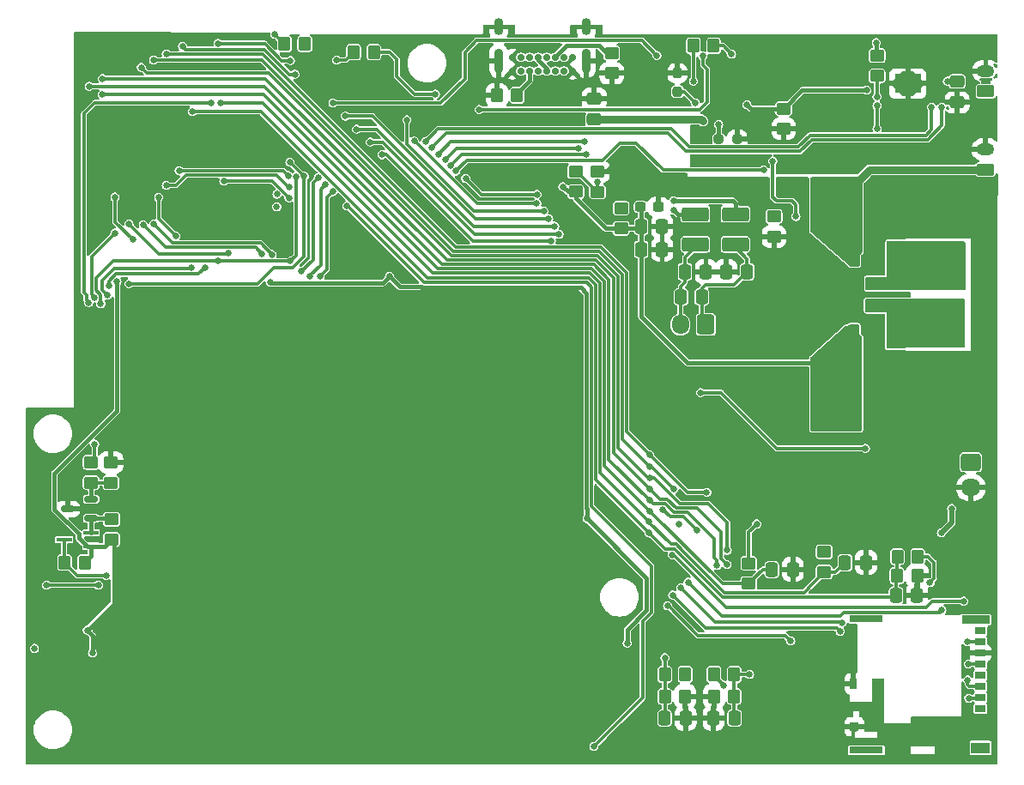
<source format=gbl>
G04 #@! TF.GenerationSoftware,KiCad,Pcbnew,7.0.7*
G04 #@! TF.CreationDate,2023-10-14T22:43:34-04:00*
G04 #@! TF.ProjectId,boardlock,626f6172-646c-46f6-936b-2e6b69636164,rev?*
G04 #@! TF.SameCoordinates,Original*
G04 #@! TF.FileFunction,Copper,L2,Bot*
G04 #@! TF.FilePolarity,Positive*
%FSLAX46Y46*%
G04 Gerber Fmt 4.6, Leading zero omitted, Abs format (unit mm)*
G04 Created by KiCad (PCBNEW 7.0.7) date 2023-10-14 22:43:34*
%MOMM*%
%LPD*%
G01*
G04 APERTURE LIST*
G04 Aperture macros list*
%AMRoundRect*
0 Rectangle with rounded corners*
0 $1 Rounding radius*
0 $2 $3 $4 $5 $6 $7 $8 $9 X,Y pos of 4 corners*
0 Add a 4 corners polygon primitive as box body*
4,1,4,$2,$3,$4,$5,$6,$7,$8,$9,$2,$3,0*
0 Add four circle primitives for the rounded corners*
1,1,$1+$1,$2,$3*
1,1,$1+$1,$4,$5*
1,1,$1+$1,$6,$7*
1,1,$1+$1,$8,$9*
0 Add four rect primitives between the rounded corners*
20,1,$1+$1,$2,$3,$4,$5,0*
20,1,$1+$1,$4,$5,$6,$7,0*
20,1,$1+$1,$6,$7,$8,$9,0*
20,1,$1+$1,$8,$9,$2,$3,0*%
G04 Aperture macros list end*
G04 #@! TA.AperFunction,ComponentPad*
%ADD10RoundRect,0.250000X0.625000X-0.350000X0.625000X0.350000X-0.625000X0.350000X-0.625000X-0.350000X0*%
G04 #@! TD*
G04 #@! TA.AperFunction,ComponentPad*
%ADD11O,1.750000X1.200000*%
G04 #@! TD*
G04 #@! TA.AperFunction,ComponentPad*
%ADD12C,0.600000*%
G04 #@! TD*
G04 #@! TA.AperFunction,SMDPad,CuDef*
%ADD13R,2.600000X1.950000*%
G04 #@! TD*
G04 #@! TA.AperFunction,ComponentPad*
%ADD14RoundRect,0.250000X-0.725000X0.600000X-0.725000X-0.600000X0.725000X-0.600000X0.725000X0.600000X0*%
G04 #@! TD*
G04 #@! TA.AperFunction,ComponentPad*
%ADD15O,1.950000X1.700000*%
G04 #@! TD*
G04 #@! TA.AperFunction,ComponentPad*
%ADD16RoundRect,0.250000X0.600000X0.725000X-0.600000X0.725000X-0.600000X-0.725000X0.600000X-0.725000X0*%
G04 #@! TD*
G04 #@! TA.AperFunction,ComponentPad*
%ADD17O,1.700000X1.950000*%
G04 #@! TD*
G04 #@! TA.AperFunction,SMDPad,CuDef*
%ADD18RoundRect,0.250000X-0.450000X0.350000X-0.450000X-0.350000X0.450000X-0.350000X0.450000X0.350000X0*%
G04 #@! TD*
G04 #@! TA.AperFunction,SMDPad,CuDef*
%ADD19RoundRect,0.250000X0.337500X0.475000X-0.337500X0.475000X-0.337500X-0.475000X0.337500X-0.475000X0*%
G04 #@! TD*
G04 #@! TA.AperFunction,SMDPad,CuDef*
%ADD20RoundRect,0.250000X0.350000X0.450000X-0.350000X0.450000X-0.350000X-0.450000X0.350000X-0.450000X0*%
G04 #@! TD*
G04 #@! TA.AperFunction,SMDPad,CuDef*
%ADD21RoundRect,0.250000X0.450000X-0.350000X0.450000X0.350000X-0.450000X0.350000X-0.450000X-0.350000X0*%
G04 #@! TD*
G04 #@! TA.AperFunction,SMDPad,CuDef*
%ADD22RoundRect,0.250000X-0.337500X-0.475000X0.337500X-0.475000X0.337500X0.475000X-0.337500X0.475000X0*%
G04 #@! TD*
G04 #@! TA.AperFunction,SMDPad,CuDef*
%ADD23RoundRect,0.250000X-0.475000X0.337500X-0.475000X-0.337500X0.475000X-0.337500X0.475000X0.337500X0*%
G04 #@! TD*
G04 #@! TA.AperFunction,SMDPad,CuDef*
%ADD24RoundRect,0.237500X-0.300000X-0.237500X0.300000X-0.237500X0.300000X0.237500X-0.300000X0.237500X0*%
G04 #@! TD*
G04 #@! TA.AperFunction,SMDPad,CuDef*
%ADD25RoundRect,0.250000X-0.350000X-0.450000X0.350000X-0.450000X0.350000X0.450000X-0.350000X0.450000X0*%
G04 #@! TD*
G04 #@! TA.AperFunction,SMDPad,CuDef*
%ADD26RoundRect,0.237500X0.237500X-0.250000X0.237500X0.250000X-0.237500X0.250000X-0.237500X-0.250000X0*%
G04 #@! TD*
G04 #@! TA.AperFunction,ComponentPad*
%ADD27C,0.700000*%
G04 #@! TD*
G04 #@! TA.AperFunction,ComponentPad*
%ADD28O,0.900000X1.700000*%
G04 #@! TD*
G04 #@! TA.AperFunction,ComponentPad*
%ADD29O,0.900000X2.400000*%
G04 #@! TD*
G04 #@! TA.AperFunction,SMDPad,CuDef*
%ADD30RoundRect,0.250001X1.074999X-0.462499X1.074999X0.462499X-1.074999X0.462499X-1.074999X-0.462499X0*%
G04 #@! TD*
G04 #@! TA.AperFunction,SMDPad,CuDef*
%ADD31R,1.100000X0.700000*%
G04 #@! TD*
G04 #@! TA.AperFunction,SMDPad,CuDef*
%ADD32R,0.930000X0.900000*%
G04 #@! TD*
G04 #@! TA.AperFunction,SMDPad,CuDef*
%ADD33R,0.780000X1.050000*%
G04 #@! TD*
G04 #@! TA.AperFunction,SMDPad,CuDef*
%ADD34R,1.830000X1.140000*%
G04 #@! TD*
G04 #@! TA.AperFunction,SMDPad,CuDef*
%ADD35R,2.800000X0.860000*%
G04 #@! TD*
G04 #@! TA.AperFunction,SMDPad,CuDef*
%ADD36R,3.330000X0.700000*%
G04 #@! TD*
G04 #@! TA.AperFunction,SMDPad,CuDef*
%ADD37RoundRect,0.250000X0.475000X-0.337500X0.475000X0.337500X-0.475000X0.337500X-0.475000X-0.337500X0*%
G04 #@! TD*
G04 #@! TA.AperFunction,SMDPad,CuDef*
%ADD38R,1.500000X0.450000*%
G04 #@! TD*
G04 #@! TA.AperFunction,SMDPad,CuDef*
%ADD39RoundRect,0.150000X0.512500X0.150000X-0.512500X0.150000X-0.512500X-0.150000X0.512500X-0.150000X0*%
G04 #@! TD*
G04 #@! TA.AperFunction,SMDPad,CuDef*
%ADD40RoundRect,0.237500X-0.250000X-0.237500X0.250000X-0.237500X0.250000X0.237500X-0.250000X0.237500X0*%
G04 #@! TD*
G04 #@! TA.AperFunction,ViaPad*
%ADD41C,0.635000*%
G04 #@! TD*
G04 #@! TA.AperFunction,ViaPad*
%ADD42C,3.048000*%
G04 #@! TD*
G04 #@! TA.AperFunction,ViaPad*
%ADD43C,0.508000*%
G04 #@! TD*
G04 #@! TA.AperFunction,Conductor*
%ADD44C,0.304800*%
G04 #@! TD*
G04 #@! TA.AperFunction,Conductor*
%ADD45C,0.381000*%
G04 #@! TD*
G04 #@! TA.AperFunction,Conductor*
%ADD46C,0.762000*%
G04 #@! TD*
G04 #@! TA.AperFunction,Conductor*
%ADD47C,0.508000*%
G04 #@! TD*
G04 APERTURE END LIST*
D10*
X204356800Y-80349600D03*
D11*
X204356800Y-78349600D03*
D10*
X204407600Y-72628000D03*
D11*
X204407600Y-70628000D03*
D12*
X197608000Y-72361500D03*
X197608000Y-71361500D03*
X196708000Y-72361500D03*
D13*
X196708000Y-71861500D03*
D12*
X196708000Y-71361500D03*
X195808000Y-72361500D03*
X195808000Y-71361500D03*
D14*
X202946000Y-109240000D03*
D15*
X202946000Y-111740000D03*
D16*
X176784000Y-95656400D03*
D17*
X174284000Y-95656400D03*
D18*
X116160000Y-109250000D03*
X116160000Y-111250000D03*
D19*
X179631500Y-134493000D03*
X177556500Y-134493000D03*
D20*
X158175200Y-73025000D03*
X156175200Y-73025000D03*
D19*
X180869500Y-90424000D03*
X178794500Y-90424000D03*
D21*
X118120000Y-111260000D03*
X118120000Y-109260000D03*
D22*
X195550000Y-122390000D03*
X197625000Y-122390000D03*
D20*
X197647500Y-120440000D03*
X195647500Y-120440000D03*
X197687500Y-118540000D03*
X195687500Y-118540000D03*
D21*
X163957000Y-82534000D03*
X163957000Y-80534000D03*
D22*
X170412500Y-85979000D03*
X172487500Y-85979000D03*
D23*
X201574400Y-71657300D03*
X201574400Y-73732300D03*
D21*
X168426000Y-86159600D03*
X168426000Y-84159600D03*
D24*
X170357500Y-84016600D03*
X172082500Y-84016600D03*
D25*
X135230000Y-67970000D03*
X137230000Y-67970000D03*
D26*
X173990000Y-72667500D03*
X173990000Y-70842500D03*
D19*
X176408500Y-92906600D03*
X174333500Y-92906600D03*
D27*
X157705400Y-70623800D03*
X158555400Y-70623800D03*
X159405400Y-70623800D03*
X160255400Y-70623800D03*
X161105400Y-70623800D03*
X161955400Y-70623800D03*
X162805400Y-70623800D03*
X163655400Y-70623800D03*
X163655400Y-69273800D03*
X162805400Y-69273800D03*
X161955400Y-69273800D03*
X161105400Y-69273800D03*
X160255400Y-69273800D03*
X159405400Y-69273800D03*
X158555400Y-69273800D03*
X157705400Y-69273800D03*
D28*
X156355400Y-66263800D03*
D29*
X156355400Y-69643800D03*
D28*
X165005400Y-66263800D03*
D29*
X165005400Y-69643800D03*
D18*
X183515000Y-84963000D03*
X183515000Y-86963000D03*
D30*
X175768000Y-87720500D03*
X175768000Y-84745500D03*
D22*
X170412500Y-88233000D03*
X172487500Y-88233000D03*
D30*
X179705000Y-87720500D03*
X179705000Y-84745500D03*
D31*
X203897400Y-133545600D03*
X203897400Y-132445600D03*
X203897400Y-131345600D03*
X203897400Y-130245600D03*
X203897400Y-129145600D03*
X203897400Y-128045600D03*
X203897400Y-126945600D03*
X203897400Y-125845600D03*
D32*
X191432400Y-135335600D03*
D33*
X191357400Y-131070600D03*
D34*
X203882400Y-137425600D03*
D35*
X203397400Y-124765600D03*
D36*
X192632400Y-137645600D03*
X192632400Y-124685600D03*
D37*
X165771600Y-75408100D03*
X165771600Y-73333100D03*
D18*
X193675000Y-69104000D03*
X193675000Y-71104000D03*
D25*
X175566200Y-68146900D03*
X177566200Y-68146900D03*
D18*
X188468000Y-118075200D03*
X188468000Y-120075200D03*
D20*
X115530000Y-119120000D03*
X113530000Y-119120000D03*
D38*
X116150000Y-116220000D03*
X116150000Y-117520000D03*
X113490000Y-116870000D03*
D22*
X190512500Y-119130000D03*
X192587500Y-119130000D03*
D39*
X116165000Y-112890000D03*
X116165000Y-114790000D03*
X113890000Y-113840000D03*
D25*
X142050000Y-68760000D03*
X144050000Y-68760000D03*
D22*
X174730500Y-90424000D03*
X176805500Y-90424000D03*
D25*
X177594000Y-130175000D03*
X179594000Y-130175000D03*
D20*
X174752000Y-132334000D03*
X172752000Y-132334000D03*
D25*
X177594000Y-132334000D03*
X179594000Y-132334000D03*
D18*
X181030000Y-119210000D03*
X181030000Y-121210000D03*
D20*
X174752000Y-130175000D03*
X172752000Y-130175000D03*
D22*
X183295000Y-119820000D03*
X185370000Y-119820000D03*
X172714500Y-134493000D03*
X174789500Y-134493000D03*
D40*
X178066700Y-77367100D03*
X179891700Y-77367100D03*
D21*
X167498800Y-70849400D03*
X167498800Y-68849400D03*
D18*
X184465600Y-74335100D03*
X184465600Y-76335100D03*
D21*
X166116000Y-82550000D03*
X166116000Y-80550000D03*
X118180000Y-116860000D03*
X118180000Y-114860000D03*
D41*
X130585600Y-70166800D03*
X160710000Y-71894000D03*
X145600000Y-90900000D03*
X189895400Y-99009200D03*
X193603000Y-67830000D03*
X169040000Y-127080000D03*
X162687000Y-82042000D03*
X189738000Y-105664000D03*
X189920000Y-103009000D03*
X116290000Y-128060000D03*
X191643000Y-105664000D03*
X115770000Y-125820000D03*
X181806400Y-115323700D03*
X118710000Y-91410000D03*
X187833000Y-105664000D03*
X133840000Y-91490000D03*
X189895400Y-100914200D03*
X188468000Y-118075200D03*
X165070000Y-114790000D03*
X170357500Y-84016600D03*
X174150000Y-115323700D03*
X203897400Y-130245600D03*
X189890400Y-84150200D03*
X188214000Y-82042000D03*
X175566200Y-71626700D03*
X189890400Y-88087200D03*
X189890400Y-86309200D03*
X189865000Y-82042000D03*
X191262000Y-82042000D03*
X167549600Y-75408100D03*
X176515400Y-75590200D03*
X200620000Y-71630000D03*
X117650000Y-120410000D03*
X183295000Y-119820000D03*
X171220000Y-114040000D03*
X117260000Y-72950000D03*
X190512500Y-119130000D03*
X171190000Y-115130000D03*
X128960000Y-73750000D03*
X185674000Y-84979000D03*
X183388000Y-79502000D03*
X171220000Y-112950000D03*
X172752000Y-128530000D03*
X177901562Y-119405438D03*
X115960000Y-72130000D03*
X181102000Y-130175000D03*
X117270000Y-71380000D03*
X171220000Y-111870000D03*
X178881125Y-119314875D03*
X171190000Y-116210000D03*
X126150000Y-74610000D03*
X137230000Y-67970000D03*
X173609000Y-83439497D03*
X173609000Y-84328000D03*
X202720000Y-132530000D03*
X161544000Y-87392800D03*
X185166000Y-126873000D03*
X173010000Y-123410000D03*
X144860000Y-78880000D03*
X173520100Y-122339100D03*
X143690000Y-77640000D03*
X190041860Y-125913779D03*
X202630000Y-130720000D03*
X162313863Y-86724087D03*
X202692000Y-129133600D03*
X142340000Y-76370000D03*
X190250000Y-125050000D03*
X174307500Y-121602500D03*
X161887135Y-85944767D03*
X175044100Y-121069100D03*
X200080000Y-123837000D03*
X202570000Y-126950000D03*
X161300000Y-85210000D03*
X141240000Y-75080000D03*
X201041000Y-113792000D03*
X200025000Y-116205000D03*
X198043800Y-87934800D03*
X198805800Y-87934800D03*
X197281800Y-87934800D03*
X199567800Y-87934800D03*
X193294000Y-91770200D03*
X193294000Y-93599000D03*
X198043800Y-97459800D03*
X198805800Y-97459800D03*
X199567800Y-97459800D03*
X197281800Y-97459800D03*
X172567600Y-113944400D03*
X175920400Y-115976400D03*
X126054800Y-90073600D03*
X117755600Y-92750000D03*
X140380000Y-69540000D03*
X149150000Y-77570000D03*
X199040000Y-74190000D03*
X117116636Y-93580000D03*
X135820000Y-89400000D03*
X136357281Y-81066719D03*
X128650000Y-89340000D03*
X200050000Y-74200000D03*
X149772965Y-78203524D03*
X119890000Y-91610000D03*
X135763000Y-79629000D03*
X137180000Y-81006000D03*
X116500000Y-107440000D03*
X118510000Y-86610000D03*
X116520236Y-93010000D03*
X127381000Y-90043000D03*
X117948935Y-91848935D03*
X134470000Y-84020000D03*
X134260000Y-67000000D03*
X171243600Y-110780000D03*
X121100000Y-70270000D03*
X178900000Y-117930000D03*
X179324000Y-68961000D03*
X171958000Y-69088000D03*
X140010000Y-73780000D03*
X176500000Y-69150000D03*
X150114000Y-72898000D03*
X154432000Y-74422000D03*
X180858800Y-73963500D03*
X192659000Y-72517000D03*
X178064800Y-75919300D03*
X175766100Y-73773000D03*
X135710890Y-82091822D03*
X193675000Y-73152000D03*
X152131861Y-80500024D03*
X193675000Y-76327000D03*
X182499000Y-80391000D03*
X123571000Y-81915000D03*
X193675000Y-74041000D03*
X183540400Y-84988400D03*
X166120000Y-81594000D03*
X135604796Y-80949875D03*
X160130000Y-82804000D03*
X124841000Y-80460000D03*
X153105000Y-81225000D03*
X168426000Y-84159600D03*
X134490500Y-82790000D03*
X128670000Y-67900000D03*
X135820000Y-69590000D03*
X136260000Y-70943600D03*
X125180000Y-68190000D03*
X128030000Y-73760000D03*
X116870000Y-121370000D03*
X111760000Y-121350000D03*
X115919600Y-93478105D03*
X119888000Y-85725000D03*
X139976781Y-82527219D03*
X151584167Y-79970952D03*
X138720000Y-90910000D03*
X129720000Y-88630000D03*
X164973000Y-78828400D03*
X122820000Y-83090000D03*
X124520000Y-86890000D03*
X151097164Y-79385534D03*
X121300000Y-85820000D03*
X137770000Y-90860000D03*
X164211000Y-78232000D03*
X133010000Y-88660000D03*
X139274781Y-81825219D03*
X122350000Y-85730000D03*
X136907219Y-90377219D03*
X150407006Y-78825963D03*
X164846000Y-77597000D03*
X134000000Y-88740000D03*
X138565000Y-81145000D03*
X118510000Y-83070000D03*
X120250000Y-87250000D03*
X165750000Y-137280000D03*
X141404781Y-83955219D03*
X129250000Y-81488200D03*
X135683800Y-83137200D03*
X176276000Y-102362000D03*
X192532000Y-107860000D03*
X148030000Y-77540000D03*
X160120000Y-83720000D03*
X174790000Y-130220000D03*
X198900000Y-121110000D03*
X178560000Y-131230000D03*
X110560000Y-127600000D03*
X173482000Y-118364000D03*
X202239000Y-122948000D03*
X147300000Y-75438000D03*
X160810000Y-84450000D03*
X197358000Y-81534000D03*
X152000000Y-125100000D03*
X159690000Y-117990000D03*
X123940000Y-96610000D03*
X137790000Y-117760000D03*
X145930000Y-118820000D03*
X155710000Y-104700000D03*
X165735000Y-87122000D03*
X125600000Y-113850000D03*
X141690000Y-130230000D03*
X159720000Y-112530000D03*
X133370000Y-95680000D03*
X137530000Y-115100000D03*
X197358000Y-78994000D03*
X195254000Y-83705000D03*
X169418000Y-70104000D03*
X169976800Y-105460800D03*
X123190000Y-118510000D03*
X133190000Y-136960000D03*
X155630000Y-109730000D03*
X153630000Y-94350000D03*
X120090000Y-134310000D03*
X116250000Y-77620000D03*
X156180000Y-112590000D03*
X130250000Y-82630000D03*
X149830000Y-105940000D03*
X152260000Y-120540000D03*
X116630000Y-136810000D03*
X184150000Y-68961000D03*
X132840000Y-93770000D03*
X148770000Y-126690000D03*
X138410000Y-110770000D03*
X155630000Y-107580000D03*
X140010000Y-72470000D03*
X132620000Y-108070000D03*
X145760000Y-136120000D03*
X120580000Y-130010000D03*
X125360000Y-86110000D03*
X138810000Y-103200000D03*
X144650000Y-89250000D03*
X138630000Y-99750000D03*
X148460000Y-97090000D03*
X125476000Y-75692000D03*
X152400000Y-136080000D03*
X155940000Y-133770000D03*
X138720000Y-134220000D03*
X136330000Y-99880000D03*
X128060000Y-99300000D03*
X125180000Y-120680000D03*
X195254000Y-84594000D03*
X119640000Y-75816000D03*
X162720000Y-115750000D03*
D42*
X203763000Y-101866000D03*
D41*
X163150000Y-125590000D03*
X143630000Y-115540000D03*
X146640000Y-100590000D03*
X158100000Y-96560000D03*
X142090000Y-118950000D03*
X110770000Y-113950000D03*
X130500000Y-130900000D03*
X162040000Y-93950000D03*
X125620000Y-118240000D03*
X148500000Y-121560000D03*
X130450000Y-108600000D03*
X141640000Y-136430000D03*
X110860000Y-123020000D03*
X182430000Y-77170000D03*
X121160000Y-108330000D03*
X204851000Y-118745000D03*
X195102400Y-98501200D03*
X143010000Y-113460000D03*
X200406000Y-78994000D03*
X169164000Y-78359000D03*
X128900000Y-132500000D03*
X125230000Y-123420000D03*
X128300000Y-134200000D03*
X127060000Y-82500000D03*
X128630000Y-102180000D03*
X124920000Y-125850000D03*
X186339400Y-94259400D03*
D43*
X188087000Y-110548500D03*
D41*
X130270000Y-134750000D03*
D43*
X186817000Y-110548500D03*
D41*
X113170000Y-115580000D03*
X162930000Y-131160000D03*
X120400000Y-136470000D03*
X145360000Y-117400000D03*
X145760000Y-110990000D03*
X141200000Y-113330000D03*
X162940000Y-107580000D03*
X123825000Y-80391000D03*
X169418000Y-73406000D03*
X148810000Y-135850000D03*
X132480000Y-132850000D03*
X119130000Y-69110000D03*
X122390000Y-123460000D03*
X123190000Y-136430000D03*
X126550000Y-96690000D03*
X130090000Y-94350000D03*
X128150000Y-75820000D03*
X187060000Y-74840000D03*
X171251000Y-101739000D03*
X117720000Y-126110000D03*
X189720000Y-71160000D03*
X153860000Y-99390000D03*
X130360000Y-111120000D03*
X121031000Y-80391000D03*
X159210000Y-125190000D03*
X116330000Y-81110000D03*
X145580000Y-126920000D03*
X162790000Y-104440000D03*
X142660000Y-117000000D03*
X134390000Y-101740000D03*
X159520000Y-133690000D03*
X189273581Y-89685419D03*
X159650000Y-120680000D03*
X145620000Y-115500000D03*
X148680000Y-133330000D03*
X145620000Y-130230000D03*
X166070000Y-80440000D03*
X125180000Y-136390000D03*
X130800000Y-101960000D03*
X133850000Y-98600000D03*
X121960000Y-113840000D03*
X193578400Y-95326200D03*
X135850000Y-134000000D03*
X138190000Y-93730000D03*
X169418000Y-68326000D03*
X122100000Y-134200000D03*
X163190000Y-120720000D03*
X121070000Y-99350000D03*
X159880000Y-109730000D03*
X158060000Y-99440000D03*
X151950000Y-128420000D03*
X152000000Y-130990000D03*
X141780000Y-100370000D03*
X151200000Y-96870000D03*
X124210000Y-102490000D03*
D43*
X185547000Y-110548500D03*
D41*
X159300000Y-128200000D03*
X153860000Y-101830000D03*
X155850000Y-131030000D03*
X117900000Y-129740000D03*
X151110000Y-99920000D03*
X139340000Y-118820000D03*
X141930000Y-94380000D03*
X124030000Y-99300000D03*
X155540000Y-122540000D03*
X120330000Y-110830000D03*
X123680000Y-94220000D03*
X135490000Y-108110000D03*
X151380000Y-94350000D03*
X129650000Y-117980000D03*
X157930000Y-94300000D03*
X195834000Y-78994000D03*
X188260000Y-129960000D03*
X179125000Y-76085000D03*
X162910000Y-109730000D03*
X113570000Y-120560000D03*
X188523000Y-78498000D03*
X195254000Y-86626000D03*
X122480000Y-111520000D03*
X152560000Y-107580000D03*
X177350000Y-69650000D03*
X110800000Y-116830000D03*
X120490000Y-124260000D03*
X148810000Y-123600000D03*
X180086000Y-79629000D03*
X133680000Y-127400000D03*
X195102400Y-99263200D03*
X148370000Y-108600000D03*
X198882000Y-81534000D03*
X131290000Y-124660000D03*
X152260000Y-104840000D03*
X146510000Y-94080000D03*
D43*
X189357000Y-110548500D03*
D41*
X124030000Y-128460000D03*
X130400000Y-99040000D03*
X140230000Y-115190000D03*
X128120000Y-78700000D03*
X120980000Y-106030000D03*
X155710000Y-128380000D03*
X169840000Y-80960000D03*
X198882000Y-78994000D03*
X163280000Y-127980000D03*
X130620000Y-119480000D03*
X149870000Y-103860000D03*
X155670000Y-120770000D03*
X122790000Y-126210000D03*
X159390000Y-122540000D03*
X129500000Y-127500000D03*
X144210000Y-118510000D03*
X130090000Y-96470000D03*
D43*
X184277000Y-110548500D03*
D41*
X173990000Y-70866000D03*
X176276000Y-79629000D03*
X175070000Y-127960000D03*
X147040000Y-125370000D03*
X127350000Y-111560000D03*
X162620000Y-101870000D03*
X141200000Y-110940000D03*
X119640000Y-78610000D03*
X136200000Y-136870000D03*
X159880000Y-107610000D03*
X121500000Y-128100000D03*
X158010000Y-101780000D03*
X121800000Y-131300000D03*
X131070000Y-129130000D03*
X137530000Y-135810000D03*
X131640000Y-121780000D03*
X144300000Y-93990000D03*
X155730000Y-118110000D03*
X141740000Y-72470000D03*
X158940000Y-104530000D03*
X155580000Y-125010000D03*
X120000000Y-118820000D03*
X129650000Y-113910000D03*
X129210000Y-105850000D03*
X178181000Y-79629000D03*
X152130000Y-122670000D03*
X140540000Y-117760000D03*
X144160000Y-97450000D03*
X188320000Y-133270000D03*
X162580000Y-112620000D03*
X139210000Y-116520000D03*
X171860000Y-137480000D03*
X129740000Y-115680000D03*
X180649000Y-69989000D03*
X153370000Y-96380000D03*
X133770000Y-131700000D03*
X141780000Y-98200000D03*
X124300000Y-108420000D03*
X126510000Y-94260000D03*
X135360000Y-121210000D03*
X195102400Y-100533200D03*
X188490000Y-136980000D03*
X134470000Y-135850000D03*
X130530000Y-76040000D03*
X122390000Y-121160000D03*
X177880000Y-127870000D03*
X116680000Y-134250000D03*
X152480000Y-134040000D03*
X142580000Y-89760000D03*
X188269000Y-68211000D03*
X135450000Y-94040000D03*
X110890000Y-125630000D03*
X201574400Y-73732300D03*
X121110000Y-94440000D03*
X128680000Y-136250000D03*
X125730000Y-115750000D03*
X127900000Y-125100000D03*
X148770000Y-94170000D03*
X136780000Y-102840000D03*
X169418000Y-71628000D03*
X195102400Y-103453703D03*
X180649000Y-68211000D03*
X110790000Y-119570000D03*
X120140000Y-121120000D03*
X136420000Y-129700000D03*
X159560000Y-136120000D03*
X179910000Y-137340000D03*
X135850000Y-124350000D03*
X134830000Y-104840000D03*
X195254000Y-85737000D03*
X144210000Y-100410000D03*
X127840000Y-120190000D03*
X120980000Y-96470000D03*
X143280000Y-111210000D03*
X127790000Y-122360000D03*
X146600000Y-97450000D03*
X161910000Y-96340000D03*
X124390000Y-111740000D03*
X141780000Y-133860000D03*
X155940000Y-136120000D03*
X117850000Y-78680000D03*
X197794000Y-74180000D03*
X145180000Y-113550000D03*
X137310000Y-112760000D03*
X176020000Y-137310000D03*
X159430000Y-131080000D03*
X181864000Y-79629000D03*
X172085000Y-70866000D03*
X146860000Y-103730000D03*
X195635000Y-69227000D03*
X162930000Y-136250000D03*
X124470000Y-105680000D03*
X178350000Y-72650000D03*
X125603000Y-78613000D03*
X161510000Y-99220000D03*
X150180000Y-121430000D03*
X135980000Y-96210000D03*
X137930000Y-131300000D03*
X117860000Y-75860000D03*
X190657400Y-95326200D03*
X200406000Y-81534000D03*
X131910000Y-105410000D03*
X127800000Y-129700000D03*
X126800000Y-127400000D03*
X195102400Y-101295200D03*
X138940000Y-113240000D03*
X163140000Y-118080000D03*
X140910000Y-85460000D03*
X159720000Y-115720000D03*
X148770000Y-130100000D03*
X152800000Y-109940000D03*
X138150000Y-96340000D03*
X195102400Y-102692200D03*
X197794000Y-69227000D03*
X120490000Y-126650000D03*
X148330000Y-83090000D03*
X121940000Y-115720000D03*
X120890000Y-102450000D03*
X130460000Y-78890000D03*
X148770000Y-100460000D03*
X145800000Y-133420000D03*
X162790000Y-133290000D03*
X121660000Y-81810000D03*
X117700000Y-128300000D03*
X195635000Y-74180000D03*
X141780000Y-128160000D03*
X195834000Y-81534000D03*
X162930000Y-122540000D03*
X171243600Y-108473600D03*
X176890000Y-112200000D03*
X123570000Y-68940000D03*
X171243600Y-109673600D03*
X173634400Y-111912400D03*
X122320000Y-69540000D03*
D44*
X170484100Y-67614100D02*
X171958000Y-69088000D01*
X154194900Y-67614100D02*
X170484100Y-67614100D01*
X153035000Y-68774000D02*
X154194900Y-67614100D01*
X153035000Y-71374000D02*
X153035000Y-68774000D01*
X150622000Y-73787000D02*
X153035000Y-71374000D01*
X140017000Y-73787000D02*
X150622000Y-73787000D01*
X140010000Y-73780000D02*
X140017000Y-73787000D01*
D45*
X166225400Y-68084000D02*
X166990800Y-68849400D01*
X163051212Y-68084000D02*
X166225400Y-68084000D01*
X161955400Y-69179812D02*
X163051212Y-68084000D01*
X161955400Y-69273800D02*
X161955400Y-69179812D01*
X118710000Y-91410000D02*
X118710000Y-104145658D01*
X193603000Y-67830000D02*
X193603000Y-69032000D01*
X133840000Y-91490000D02*
X133895000Y-91545000D01*
X163957000Y-82534000D02*
X163179000Y-82534000D01*
X144955000Y-91545000D02*
X145600000Y-90900000D01*
X165074600Y-114785400D02*
X165070000Y-114790000D01*
D44*
X181030000Y-119210000D02*
X181030000Y-116100100D01*
D45*
X169040000Y-125740000D02*
X169040000Y-127080000D01*
X165036500Y-113783439D02*
X165074600Y-113821539D01*
X116150000Y-117520000D02*
X117520000Y-117520000D01*
D44*
X181030000Y-116100100D02*
X181806400Y-115323700D01*
D45*
X170412500Y-85979000D02*
X170412500Y-88233000D01*
X118710000Y-104145658D02*
X112540000Y-110315658D01*
X170412500Y-84071600D02*
X170357500Y-84016600D01*
X168426000Y-86159600D02*
X170231900Y-86159600D01*
X116150000Y-117520000D02*
X116150000Y-118500000D01*
X146622600Y-91922600D02*
X148728061Y-91922600D01*
X116150000Y-118500000D02*
X115530000Y-119120000D01*
X166931600Y-86159600D02*
X168426000Y-86159600D01*
X170412500Y-88233000D02*
X170412500Y-94822100D01*
X118400000Y-123190000D02*
X115770000Y-125820000D01*
X170930000Y-123850000D02*
X169040000Y-125740000D01*
X165074600Y-113821539D02*
X165074600Y-114785400D01*
X116290000Y-128060000D02*
X116290000Y-126340000D01*
X170231900Y-86159600D02*
X170412500Y-85979000D01*
X164450700Y-91960700D02*
X165036500Y-92546500D01*
X165036500Y-92546500D02*
X165036500Y-113783439D01*
X118400000Y-117080000D02*
X118400000Y-123190000D01*
X112540000Y-113880000D02*
X114950000Y-116290000D01*
X116290000Y-126340000D02*
X115770000Y-125820000D01*
X175006000Y-99415600D02*
X187725600Y-99415600D01*
X165070000Y-114790000D02*
X170930000Y-120650000D01*
X170412500Y-94822100D02*
X175006000Y-99415600D01*
X170930000Y-120650000D02*
X170930000Y-123850000D01*
X170412500Y-85979000D02*
X170412500Y-84071600D01*
X114950000Y-116290000D02*
X114950000Y-116690000D01*
X163179000Y-82534000D02*
X162687000Y-82042000D01*
X115780000Y-117520000D02*
X116150000Y-117520000D01*
X133895000Y-91545000D02*
X144955000Y-91545000D01*
X163957000Y-82534000D02*
X163957000Y-83185000D01*
X163957000Y-83185000D02*
X166931600Y-86159600D01*
X112540000Y-110315658D02*
X112540000Y-113880000D01*
X118180000Y-116860000D02*
X118400000Y-117080000D01*
X148728061Y-91922600D02*
X148766161Y-91960700D01*
X193603000Y-69032000D02*
X193675000Y-69104000D01*
X148766161Y-91960700D02*
X164450700Y-91960700D01*
X114950000Y-116690000D02*
X115780000Y-117520000D01*
X117520000Y-117520000D02*
X118180000Y-116860000D01*
X145600000Y-90900000D02*
X146622600Y-91922600D01*
D46*
X192954400Y-80349600D02*
X191262000Y-82042000D01*
D44*
X175566200Y-71626700D02*
X175566200Y-68146900D01*
D46*
X204356800Y-80349600D02*
X192954400Y-80349600D01*
X167549600Y-75408100D02*
X176333300Y-75408100D01*
X176333300Y-75408100D02*
X176515400Y-75590200D01*
X167549600Y-75408100D02*
X165771600Y-75408100D01*
D44*
X200647300Y-71657300D02*
X200620000Y-71630000D01*
X201574400Y-71657300D02*
X200647300Y-71657300D01*
X114820000Y-120410000D02*
X113530000Y-119120000D01*
D47*
X113530000Y-119120000D02*
X113530000Y-119171579D01*
D44*
X113490000Y-116870000D02*
X113490000Y-119080000D01*
D45*
X113530000Y-116910000D02*
X113490000Y-116870000D01*
D44*
X113490000Y-119080000D02*
X113530000Y-119120000D01*
X117650000Y-120410000D02*
X114820000Y-120410000D01*
X150346200Y-90148200D02*
X133148000Y-72950000D01*
X171220000Y-114040000D02*
X166801800Y-109621800D01*
X166801800Y-109621800D02*
X166801800Y-91411429D01*
X165538573Y-90148200D02*
X150346200Y-90148200D01*
X182420000Y-119820000D02*
X181030000Y-121210000D01*
X178420000Y-121220000D02*
X171240000Y-114040000D01*
X179370000Y-121220000D02*
X178420000Y-121220000D01*
X179370000Y-121220000D02*
X181020000Y-121220000D01*
X183295000Y-119820000D02*
X182420000Y-119820000D01*
X171240000Y-114040000D02*
X171220000Y-114040000D01*
X166801800Y-91411429D02*
X165538573Y-90148200D01*
X181020000Y-121220000D02*
X181030000Y-121210000D01*
X133148000Y-72950000D02*
X117260000Y-72950000D01*
X174510700Y-117937897D02*
X173908103Y-117335300D01*
X133060000Y-73780000D02*
X128990000Y-73780000D01*
X188468000Y-120075200D02*
X189567300Y-120075200D01*
X149860000Y-90580000D02*
X133060000Y-73780000D01*
X186893200Y-121650000D02*
X186893200Y-121666800D01*
X186470600Y-122089400D02*
X178660058Y-122089400D01*
X186893200Y-121666800D02*
X186470600Y-122089400D01*
X173355300Y-117335300D02*
X171190000Y-115170000D01*
X128990000Y-73780000D02*
X128960000Y-73750000D01*
X171190000Y-115130000D02*
X166370000Y-110310000D01*
X178660058Y-122089400D02*
X174510700Y-117940042D01*
X173908103Y-117335300D02*
X173355300Y-117335300D01*
X166370000Y-110310000D02*
X166370000Y-91590286D01*
X165359715Y-90580000D02*
X149860000Y-90580000D01*
X188468000Y-120075200D02*
X186893200Y-121650000D01*
X171190000Y-115170000D02*
X171190000Y-115130000D01*
X189567300Y-120075200D02*
X190512500Y-119130000D01*
X166370000Y-91590286D02*
X165359715Y-90580000D01*
X188468000Y-120075200D02*
X188024800Y-120075200D01*
X174510700Y-117940042D02*
X174510700Y-117937897D01*
X185674000Y-83820000D02*
X185674000Y-84979000D01*
X183388000Y-79502000D02*
X183388000Y-83058000D01*
X183388000Y-83058000D02*
X183769000Y-83439000D01*
X183769000Y-83439000D02*
X185293000Y-83439000D01*
X185293000Y-83439000D02*
X185674000Y-83820000D01*
X167233600Y-91232572D02*
X165717431Y-89716401D01*
X177901562Y-118945970D02*
X177600000Y-118644408D01*
X165717431Y-89716401D02*
X150803401Y-89716401D01*
X167233600Y-108963600D02*
X167233600Y-91232572D01*
X172752000Y-134455500D02*
X172714500Y-134493000D01*
X171617500Y-113347500D02*
X171220000Y-112950000D01*
X172752000Y-132334000D02*
X172752000Y-134455500D01*
X172752000Y-128530000D02*
X172752000Y-130175000D01*
X173665744Y-114198400D02*
X172814844Y-113347500D01*
X175006000Y-114198400D02*
X173665744Y-114198400D01*
X177600000Y-116792400D02*
X175006000Y-114198400D01*
X172814844Y-113347500D02*
X171617500Y-113347500D01*
X150803401Y-89716401D02*
X133217000Y-72130000D01*
X177901562Y-119405438D02*
X177901562Y-118945970D01*
X172752000Y-130175000D02*
X172752000Y-132334000D01*
X171220000Y-112950000D02*
X167233600Y-108963600D01*
X133217000Y-72130000D02*
X115960000Y-72130000D01*
X177600000Y-118644408D02*
X177600000Y-116792400D01*
X167665400Y-108315400D02*
X167665400Y-91053715D01*
X133356000Y-71380000D02*
X117270000Y-71380000D01*
X179594000Y-134455500D02*
X179631500Y-134493000D01*
X172993702Y-112915700D02*
X172265700Y-112915700D01*
X178303100Y-118736850D02*
X178303100Y-116123900D01*
X167665400Y-91053715D02*
X165896289Y-89284601D01*
X165896289Y-89284601D02*
X151260601Y-89284601D01*
X179594000Y-130175000D02*
X179594000Y-132334000D01*
X172265700Y-112915700D02*
X171220000Y-111870000D01*
X171220000Y-111870000D02*
X167665400Y-108315400D01*
X179594000Y-132334000D02*
X179594000Y-134455500D01*
X181102000Y-130175000D02*
X179594000Y-130175000D01*
X173844602Y-113766600D02*
X172993702Y-112915700D01*
X175945800Y-113766600D02*
X173844602Y-113766600D01*
X151260601Y-89284601D02*
X133356000Y-71380000D01*
X178881125Y-119314875D02*
X178303100Y-118736850D01*
X178303100Y-116123900D02*
X175945800Y-113766600D01*
X195550000Y-122390000D02*
X195550000Y-120537500D01*
X178481200Y-122521200D02*
X195418800Y-122521200D01*
X172747100Y-117767100D02*
X171190000Y-116210000D01*
X195647500Y-118580000D02*
X195687500Y-118540000D01*
X172747100Y-117767100D02*
X173729245Y-117767100D01*
X171190000Y-116210000D02*
X165938200Y-110958200D01*
X165938200Y-91769143D02*
X165938200Y-110958200D01*
X174078900Y-118116755D02*
X174078900Y-118118900D01*
X132903000Y-74610000D02*
X149343474Y-91050474D01*
X173729245Y-117767100D02*
X174078900Y-118116755D01*
X149343474Y-91050474D02*
X165219531Y-91050474D01*
X165219531Y-91050474D02*
X165938200Y-91769143D01*
X195550000Y-120537500D02*
X195647500Y-120440000D01*
X195647500Y-120440000D02*
X195647500Y-118580000D01*
X195418800Y-122521200D02*
X195550000Y-122390000D01*
X126150000Y-74610000D02*
X132903000Y-74610000D01*
X174078900Y-118118900D02*
X178481200Y-122521200D01*
X179599500Y-91694000D02*
X176784000Y-91694000D01*
X179705000Y-88011000D02*
X180869500Y-89175500D01*
X176408500Y-95280900D02*
X176784000Y-95656400D01*
X179705000Y-87720500D02*
X179705000Y-88011000D01*
X176408500Y-92906600D02*
X176408500Y-95280900D01*
X180869500Y-90424000D02*
X179599500Y-91694000D01*
X180869500Y-89175500D02*
X180869500Y-90424000D01*
X176408500Y-92069500D02*
X176408500Y-92906600D01*
X176784000Y-91694000D02*
X176408500Y-92069500D01*
X174730500Y-90424000D02*
X174730500Y-91461500D01*
X175768000Y-88011000D02*
X174730500Y-89048500D01*
X175768000Y-87720500D02*
X175768000Y-88011000D01*
X174333500Y-92906600D02*
X174284000Y-92956100D01*
X174284000Y-92956100D02*
X174284000Y-95656400D01*
X174730500Y-91461500D02*
X174333500Y-91858500D01*
X174333500Y-91858500D02*
X174333500Y-92906600D01*
X174730500Y-89048500D02*
X174730500Y-90424000D01*
D45*
X173609497Y-83439000D02*
X173609000Y-83439497D01*
X179705000Y-83693000D02*
X179451000Y-83439000D01*
X179705000Y-84745500D02*
X179705000Y-83693000D01*
X179451000Y-83439000D02*
X173609497Y-83439000D01*
X175768000Y-84745500D02*
X174026500Y-84745500D01*
X174026500Y-84745500D02*
X173609000Y-84328000D01*
D44*
X176022400Y-126340000D02*
X184633000Y-126340000D01*
X173010000Y-123410000D02*
X173092400Y-123410000D01*
X184633000Y-126340000D02*
X185166000Y-126873000D01*
X202720000Y-132530000D02*
X203813000Y-132530000D01*
X161527200Y-87376000D02*
X153796000Y-87376000D01*
X203813000Y-132530000D02*
X203897400Y-132445600D01*
X153796000Y-87376000D02*
X145300000Y-78880000D01*
X161544000Y-87392800D02*
X161527200Y-87376000D01*
X173092400Y-123410000D02*
X176022400Y-126340000D01*
X145300000Y-78880000D02*
X144860000Y-78880000D01*
X176783023Y-125602023D02*
X189730104Y-125602023D01*
X202630000Y-131182000D02*
X202793600Y-131345600D01*
X202793600Y-131345600D02*
X203897400Y-131345600D01*
X143690000Y-77640000D02*
X144920000Y-77640000D01*
X202630000Y-130720000D02*
X202630000Y-131182000D01*
X173520100Y-122339100D02*
X176783023Y-125602023D01*
X189730104Y-125602023D02*
X190041860Y-125913779D01*
X154004087Y-86724087D02*
X162313863Y-86724087D01*
X144920000Y-77640000D02*
X154004087Y-86724087D01*
X161887135Y-85944767D02*
X153894767Y-85944767D01*
X174307500Y-121602500D02*
X177698900Y-124993900D01*
X177698900Y-124993900D02*
X190193900Y-124993900D01*
X202692000Y-129133600D02*
X202996800Y-129133600D01*
X153894767Y-85944767D02*
X144320000Y-76370000D01*
X203008800Y-129145600D02*
X203897400Y-129145600D01*
X144320000Y-76370000D02*
X142340000Y-76370000D01*
X202996800Y-129133600D02*
X203008800Y-129145600D01*
X190193900Y-124993900D02*
X190250000Y-125050000D01*
X190058355Y-124397500D02*
X178372500Y-124397500D01*
X199860800Y-124056200D02*
X190399655Y-124056200D01*
X143920000Y-75080000D02*
X154050000Y-85210000D01*
X190399655Y-124056200D02*
X190058355Y-124397500D01*
X202560000Y-126940000D02*
X203891800Y-126940000D01*
X178372500Y-124397500D02*
X175044100Y-121069100D01*
X200080000Y-123837000D02*
X199860800Y-124056200D01*
X203891800Y-126940000D02*
X203897400Y-126945600D01*
X154050000Y-85210000D02*
X161300000Y-85210000D01*
X141240000Y-75080000D02*
X143920000Y-75080000D01*
D47*
X200025000Y-116205000D02*
X201041000Y-115189000D01*
X201041000Y-115189000D02*
X201041000Y-113792000D01*
D45*
X159405400Y-71560800D02*
X159405400Y-70623800D01*
X158272000Y-72694200D02*
X159405400Y-71560800D01*
X161105400Y-70623800D02*
X161105400Y-70364866D01*
X160255400Y-69514866D02*
X160255400Y-69273800D01*
X161105400Y-70364866D02*
X160255400Y-69514866D01*
X116165000Y-114790000D02*
X118110000Y-114790000D01*
X118110000Y-114790000D02*
X118180000Y-114860000D01*
X116150000Y-116220000D02*
X116150000Y-114805000D01*
X116150000Y-114805000D02*
X116165000Y-114790000D01*
X116165000Y-111255000D02*
X116160000Y-111250000D01*
X116160000Y-111250000D02*
X116120000Y-111250000D01*
D44*
X118120000Y-111260000D02*
X116170000Y-111260000D01*
X116170000Y-111260000D02*
X116160000Y-111250000D01*
D45*
X116165000Y-112890000D02*
X116165000Y-111255000D01*
D44*
X174574200Y-114630200D02*
X173253400Y-114630200D01*
X173253400Y-114630200D02*
X172567600Y-113944400D01*
X175920400Y-115976400D02*
X174574200Y-114630200D01*
X118400000Y-90110000D02*
X126054800Y-90110000D01*
X117240000Y-92213138D02*
X117240000Y-91270000D01*
X117240000Y-92234400D02*
X117755600Y-92750000D01*
X117240000Y-92213138D02*
X117240000Y-92234400D01*
X126054800Y-90110000D02*
X126121800Y-90043000D01*
X117240000Y-91270000D02*
X118400000Y-90110000D01*
X140380000Y-69540000D02*
X141270000Y-69540000D01*
X141270000Y-69540000D02*
X142050000Y-68760000D01*
X116630000Y-91080000D02*
X118340000Y-89370000D01*
X117116636Y-93580000D02*
X117116636Y-92727169D01*
X128620000Y-89370000D02*
X128650000Y-89340000D01*
X118340000Y-89370000D02*
X128620000Y-89370000D01*
X150390000Y-76330000D02*
X173358000Y-76330000D01*
X187090000Y-76960000D02*
X198490000Y-76960000D01*
X128650000Y-89340000D02*
X128680000Y-89370000D01*
X136398000Y-88822000D02*
X135820000Y-89400000D01*
X185928500Y-78121500D02*
X187090000Y-76960000D01*
X198490000Y-76960000D02*
X199010000Y-76440000D01*
X173358000Y-76330000D02*
X175149500Y-78121500D01*
X135790000Y-89370000D02*
X135820000Y-89400000D01*
X136398000Y-81107438D02*
X136398000Y-88822000D01*
X117116636Y-92727169D02*
X116630000Y-92240533D01*
X128680000Y-89370000D02*
X135790000Y-89370000D01*
X175149500Y-78121500D02*
X185928500Y-78121500D01*
X136357281Y-81066719D02*
X136398000Y-81107438D01*
X149150000Y-77570000D02*
X150390000Y-76330000D01*
X199010000Y-76440000D02*
X199010000Y-74220000D01*
X116630000Y-92240533D02*
X116630000Y-91080000D01*
X137180000Y-81006000D02*
X137140000Y-81006000D01*
X151214689Y-76761800D02*
X173027800Y-76761800D01*
X198668857Y-77391800D02*
X200070000Y-75990657D01*
X149772965Y-78203524D02*
X151214689Y-76761800D01*
X132600000Y-91610000D02*
X134213100Y-89996900D01*
X136067245Y-89996900D02*
X137160000Y-88904145D01*
X186107357Y-78553300D02*
X187268858Y-77391800D01*
X200070000Y-74220000D02*
X200050000Y-74200000D01*
X174819300Y-78553300D02*
X186107357Y-78553300D01*
X200070000Y-75990657D02*
X200070000Y-74220000D01*
X119890000Y-91610000D02*
X132600000Y-91610000D01*
X137160000Y-88904145D02*
X137160000Y-81026000D01*
X137160000Y-81026000D02*
X137180000Y-81006000D01*
X187268858Y-77391800D02*
X198668857Y-77391800D01*
X173027800Y-76761800D02*
X174819300Y-78553300D01*
X137140000Y-81006000D02*
X135763000Y-79629000D01*
X134213100Y-89996900D02*
X136067245Y-89996900D01*
X116500000Y-107440000D02*
X116500000Y-108910000D01*
X116500000Y-108910000D02*
X116160000Y-109250000D01*
X116198200Y-88921800D02*
X116198200Y-92210000D01*
D45*
X116110000Y-109200000D02*
X116160000Y-109250000D01*
D44*
X116198200Y-92687964D02*
X116520236Y-93010000D01*
X116198200Y-92210000D02*
X116198200Y-92687964D01*
X118510000Y-86610000D02*
X116198200Y-88921800D01*
X117910000Y-91360000D02*
X117910000Y-91810000D01*
X127381000Y-90043000D02*
X126754000Y-90670000D01*
X117910000Y-91810000D02*
X117948935Y-91848935D01*
X118600000Y-90670000D02*
X117910000Y-91360000D01*
X126754000Y-90670000D02*
X118600000Y-90670000D01*
X134260000Y-67000000D02*
X135230000Y-67970000D01*
X166075147Y-88852802D02*
X151717802Y-88852802D01*
X174212655Y-113334800D02*
X177038000Y-113334800D01*
X171243600Y-110780000D02*
X171657855Y-110780000D01*
X151717802Y-88852802D02*
X133683200Y-70818200D01*
X168097200Y-90874855D02*
X166075147Y-88852802D01*
X133683200Y-70818200D02*
X121648200Y-70818200D01*
X177038000Y-113334800D02*
X178917600Y-115214400D01*
X168097200Y-107807200D02*
X168097200Y-90874855D01*
X171070000Y-110780000D02*
X168097200Y-107807200D01*
X171243600Y-110780000D02*
X171070000Y-110780000D01*
X121648200Y-70818200D02*
X121100000Y-70270000D01*
X178917600Y-115214400D02*
X178917600Y-117912400D01*
X178917600Y-117912400D02*
X178900000Y-117930000D01*
X171657855Y-110780000D02*
X174212655Y-113334800D01*
X179324000Y-68961000D02*
X178509900Y-68146900D01*
X178509900Y-68146900D02*
X177566200Y-68146900D01*
X176910000Y-73652850D02*
X176140850Y-74422000D01*
X176500000Y-69150000D02*
X176500000Y-70050000D01*
X148082000Y-72898000D02*
X146304000Y-71120000D01*
X145595000Y-68760000D02*
X144050000Y-68760000D01*
X150114000Y-72898000D02*
X148082000Y-72898000D01*
X176140850Y-74422000D02*
X154432000Y-74422000D01*
X146304000Y-69469000D02*
X145595000Y-68760000D01*
X176500000Y-70050000D02*
X176910000Y-70460000D01*
X146304000Y-71120000D02*
X146304000Y-69469000D01*
X176910000Y-70460000D02*
X176910000Y-73652850D01*
D45*
X184465600Y-74335100D02*
X181230400Y-74335100D01*
X181230400Y-74335100D02*
X180858800Y-73963500D01*
X192659000Y-72517000D02*
X186283700Y-72517000D01*
X186283700Y-72517000D02*
X184465600Y-74335100D01*
X178064800Y-75919300D02*
X178064800Y-77365200D01*
X178064800Y-77365200D02*
X178066700Y-77367100D01*
D44*
X175766100Y-73773000D02*
X174660600Y-72667500D01*
X174660600Y-72667500D02*
X173990000Y-72667500D01*
X193675000Y-74041000D02*
X193675000Y-76327000D01*
X135627677Y-82091822D02*
X134427655Y-80891800D01*
X135710890Y-82091822D02*
X135627677Y-82091822D01*
X124485000Y-81915000D02*
X123571000Y-81915000D01*
X134427655Y-80891800D02*
X125508200Y-80891800D01*
X168021000Y-77978000D02*
X166573700Y-79425300D01*
X168275000Y-77724000D02*
X168021000Y-77978000D01*
X172593000Y-80391000D02*
X169926000Y-77724000D01*
X125508200Y-80891800D02*
X124485000Y-81915000D01*
X182499000Y-80391000D02*
X172593000Y-80391000D01*
X169926000Y-77724000D02*
X168275000Y-77724000D01*
X193675000Y-71104000D02*
X193675000Y-73152000D01*
X166573700Y-79425300D02*
X153206585Y-79425300D01*
X153206585Y-79425300D02*
X152131861Y-80500024D01*
X164100000Y-80534000D02*
X166116000Y-82550000D01*
X166116000Y-81598000D02*
X166116000Y-82550000D01*
X163957000Y-80534000D02*
X164100000Y-80534000D01*
X166120000Y-81594000D02*
X166116000Y-81598000D01*
X135114921Y-80460000D02*
X124841000Y-80460000D01*
X153105000Y-81225000D02*
X154684000Y-82804000D01*
X154684000Y-82804000D02*
X160130000Y-82804000D01*
X135604796Y-80949875D02*
X135114921Y-80460000D01*
X128682060Y-67912060D02*
X133292060Y-67912060D01*
X133292060Y-67912060D02*
X134970000Y-69590000D01*
X128670000Y-67900000D02*
X128682060Y-67912060D01*
X134970000Y-69590000D02*
X135820000Y-69590000D01*
X133268858Y-68508200D02*
X125498200Y-68508200D01*
X136260000Y-70943600D02*
X136253600Y-70950000D01*
X136253600Y-70950000D02*
X135710658Y-70950000D01*
X135710658Y-70950000D02*
X133268858Y-68508200D01*
X125498200Y-68508200D02*
X125180000Y-68190000D01*
X111760000Y-121350000D02*
X116850000Y-121350000D01*
X128020000Y-73750000D02*
X128030000Y-73760000D01*
X116850000Y-121350000D02*
X116870000Y-121370000D01*
X116521400Y-73750000D02*
X128020000Y-73750000D01*
X115443000Y-92481400D02*
X115443000Y-74828400D01*
X115443000Y-74828400D02*
X116521400Y-73750000D01*
X115697000Y-92735400D02*
X115443000Y-92481400D01*
X115697000Y-92735400D02*
X115697000Y-93255505D01*
X115697000Y-93255505D02*
X115919600Y-93478105D01*
X152688119Y-78867000D02*
X151584167Y-79970952D01*
X122813000Y-88650000D02*
X119888000Y-85725000D01*
X139407900Y-90222100D02*
X138720000Y-90910000D01*
X164973000Y-78828400D02*
X164934400Y-78867000D01*
X164934400Y-78867000D02*
X152688119Y-78867000D01*
X129720000Y-88630000D02*
X129700000Y-88650000D01*
X139976781Y-82527219D02*
X139407900Y-83096100D01*
X129700000Y-88650000D02*
X122813000Y-88650000D01*
X139407900Y-83096100D02*
X139407900Y-90222100D01*
X124520000Y-86890000D02*
X122820000Y-85190000D01*
X122820000Y-85190000D02*
X122820000Y-83090000D01*
X137770000Y-90803750D02*
X137770000Y-90860000D01*
X123513100Y-88033100D02*
X121300000Y-85820000D01*
X164211000Y-78232000D02*
X152250698Y-78232000D01*
X139274781Y-81825219D02*
X138800000Y-82300000D01*
X138800000Y-89773750D02*
X137770000Y-90803750D01*
X152250698Y-78232000D02*
X151097164Y-79385534D01*
X138800000Y-82300000D02*
X138800000Y-89773750D01*
X132383100Y-88033100D02*
X123513100Y-88033100D01*
X133010000Y-88660000D02*
X132383100Y-88033100D01*
X138049000Y-89235438D02*
X136907219Y-90377219D01*
X134000000Y-88740000D02*
X134000000Y-88730000D01*
X134000000Y-88730000D02*
X132871300Y-87601300D01*
X124221300Y-87601300D02*
X122350000Y-85730000D01*
X132871300Y-87601300D02*
X124221300Y-87601300D01*
X164846000Y-77597000D02*
X151635969Y-77597000D01*
X138049000Y-81661000D02*
X138049000Y-89235438D01*
X138565000Y-81145000D02*
X138049000Y-81661000D01*
X151635969Y-77597000D02*
X150407006Y-78825963D01*
X118510000Y-85510000D02*
X118510000Y-83070000D01*
X120250000Y-87250000D02*
X118510000Y-85510000D01*
X171399900Y-119482300D02*
X171399900Y-124044638D01*
X165049200Y-91490800D02*
X165506400Y-91948000D01*
X141425219Y-83955219D02*
X148960800Y-91490800D01*
X171399900Y-124044638D02*
X170560000Y-124884538D01*
X170560000Y-124884538D02*
X170560000Y-132470000D01*
X165506400Y-113588800D02*
X171399900Y-119482300D01*
X134034800Y-81488200D02*
X135683800Y-83137200D01*
X148960800Y-91490800D02*
X165049200Y-91490800D01*
X141404781Y-83955219D02*
X141425219Y-83955219D01*
X165506400Y-91948000D02*
X165506400Y-113588800D01*
X170560000Y-132470000D02*
X165750000Y-137280000D01*
X129250000Y-81488200D02*
X134034800Y-81488200D01*
X148030000Y-77540000D02*
X154210000Y-83720000D01*
X178308000Y-102362000D02*
X183806000Y-107860000D01*
X183806000Y-107860000D02*
X192532000Y-107860000D01*
X154210000Y-83720000D02*
X160120000Y-83720000D01*
X176276000Y-102362000D02*
X178308000Y-102362000D01*
X174752000Y-130182000D02*
X174790000Y-130220000D01*
X174752000Y-130175000D02*
X174752000Y-130182000D01*
X199300000Y-119120000D02*
X198720000Y-118540000D01*
X198900000Y-121110000D02*
X199300000Y-120710000D01*
X198720000Y-118540000D02*
X197687500Y-118540000D01*
X199300000Y-120710000D02*
X199300000Y-119120000D01*
X177594000Y-130264000D02*
X178560000Y-131230000D01*
X177594000Y-130175000D02*
X177594000Y-130264000D01*
X178785000Y-123540000D02*
X173609000Y-118364000D01*
X202239000Y-122948000D02*
X199148250Y-122948000D01*
X199148250Y-122948000D02*
X198556250Y-123540000D01*
X153900658Y-84450000D02*
X160810000Y-84450000D01*
X147300000Y-77849342D02*
X153900658Y-84450000D01*
X173609000Y-118364000D02*
X173482000Y-118364000D01*
X198556250Y-123540000D02*
X178785000Y-123540000D01*
X147300000Y-75438000D02*
X147300000Y-77849342D01*
X174752000Y-134455500D02*
X174789500Y-134493000D01*
X166070000Y-80440000D02*
X166116000Y-80550000D01*
X178794500Y-90424000D02*
X176805500Y-90424000D01*
X166973000Y-80550000D02*
X166070000Y-80440000D01*
X169164000Y-78359000D02*
X166973000Y-80550000D01*
D45*
X179891700Y-77367100D02*
X179891700Y-76247600D01*
D44*
X190657400Y-95326200D02*
X193578400Y-95326200D01*
X168961800Y-90518140D02*
X166432861Y-87989200D01*
X133090000Y-68940000D02*
X123570000Y-68940000D01*
X168961800Y-106191800D02*
X168961800Y-90518140D01*
X171243600Y-108473600D02*
X168961800Y-106191800D01*
X174970000Y-112200000D02*
X176890000Y-112200000D01*
X171243600Y-108473600D02*
X174970000Y-112200000D01*
X152139200Y-87989200D02*
X133090000Y-68940000D01*
X166432861Y-87989200D02*
X152139200Y-87989200D01*
X173634400Y-111912400D02*
X173582400Y-111912400D01*
X168530000Y-90696997D02*
X166254003Y-88421000D01*
X151896658Y-88421000D02*
X133015658Y-69540000D01*
X168530000Y-106960000D02*
X168530000Y-90696997D01*
X171395600Y-109673600D02*
X173634400Y-111912400D01*
X133015658Y-69540000D02*
X122320000Y-69540000D01*
X166254003Y-88421000D02*
X151896658Y-88421000D01*
X171243600Y-109673600D02*
X171395600Y-109673600D01*
X171243600Y-109673600D02*
X168530000Y-106960000D01*
G04 #@! TA.AperFunction,Conductor*
G36*
X191978200Y-91846400D02*
G01*
X191978200Y-93548200D01*
X187787200Y-97205800D01*
X184688400Y-97205800D01*
X184688400Y-89052400D01*
X188625400Y-89052400D01*
X191978200Y-91846400D01*
G37*
G04 #@! TD.AperFunction*
G04 #@! TA.AperFunction,Conductor*
G36*
X191870439Y-95625785D02*
G01*
X191916194Y-95678589D01*
X191927400Y-95730100D01*
X191927400Y-96621600D01*
X192134862Y-96787570D01*
X192174914Y-96844819D01*
X192181400Y-96884397D01*
X192181400Y-106048000D01*
X192161715Y-106115039D01*
X192108911Y-106160794D01*
X192057400Y-106172000D01*
X187225400Y-106172000D01*
X187158361Y-106152315D01*
X187112606Y-106099511D01*
X187101400Y-106048000D01*
X187101400Y-98937914D01*
X187121085Y-98870875D01*
X187143057Y-98845202D01*
X190568928Y-95802488D01*
X190632124Y-95772687D01*
X190651271Y-95771200D01*
X190721382Y-95771200D01*
X190721382Y-95771199D01*
X190844158Y-95735150D01*
X190844159Y-95735150D01*
X190852017Y-95730100D01*
X190951810Y-95665967D01*
X190956180Y-95660923D01*
X190966600Y-95648899D01*
X191025378Y-95611123D01*
X191060314Y-95606100D01*
X191803400Y-95606100D01*
X191870439Y-95625785D01*
G37*
G04 #@! TD.AperFunction*
G04 #@! TA.AperFunction,Conductor*
G36*
X119511790Y-91853055D02*
G01*
X119511792Y-91853057D01*
X119511793Y-91853059D01*
X119595586Y-91949762D01*
X119595591Y-91949768D01*
X119703236Y-92018948D01*
X119703241Y-92018950D01*
X119826016Y-92054999D01*
X119826018Y-92055000D01*
X119826019Y-92055000D01*
X119953982Y-92055000D01*
X119953982Y-92054999D01*
X120076758Y-92018950D01*
X120076759Y-92018950D01*
X120076761Y-92018949D01*
X120184410Y-91949767D01*
X120188780Y-91944723D01*
X120199200Y-91932699D01*
X120257978Y-91894923D01*
X120292914Y-91889900D01*
X132541169Y-91889900D01*
X132549745Y-91890495D01*
X132560655Y-91892016D01*
X132560660Y-91892018D01*
X132599089Y-91890241D01*
X132605046Y-91889966D01*
X132607909Y-91889900D01*
X132625927Y-91889900D01*
X132625935Y-91889900D01*
X132628100Y-91889494D01*
X132636622Y-91888505D01*
X132665193Y-91887185D01*
X132670192Y-91884977D01*
X132697491Y-91876524D01*
X132702863Y-91875520D01*
X132727171Y-91860467D01*
X132734765Y-91856464D01*
X132760922Y-91844916D01*
X132764787Y-91841050D01*
X132787189Y-91823306D01*
X132791833Y-91820431D01*
X132809064Y-91797612D01*
X132814694Y-91791142D01*
X132815837Y-91790000D01*
X133511132Y-91790000D01*
X133545590Y-91829767D01*
X133545591Y-91829768D01*
X133653236Y-91898948D01*
X133653241Y-91898950D01*
X133748516Y-91926924D01*
X133768182Y-91932699D01*
X133776016Y-91934999D01*
X133776018Y-91935000D01*
X133776019Y-91935000D01*
X133903982Y-91935000D01*
X133903982Y-91934999D01*
X133957627Y-91919248D01*
X134026756Y-91898951D01*
X134026757Y-91898950D01*
X134026761Y-91898949D01*
X134052070Y-91882683D01*
X134119108Y-91863000D01*
X144938408Y-91863000D01*
X144943809Y-91863235D01*
X144983143Y-91866677D01*
X145021294Y-91856453D01*
X145026545Y-91855289D01*
X145065440Y-91848432D01*
X145065441Y-91848431D01*
X145071427Y-91846253D01*
X145085704Y-91840338D01*
X145091466Y-91837652D01*
X145102727Y-91829767D01*
X145123815Y-91815000D01*
X145128368Y-91812100D01*
X145162560Y-91792360D01*
X145164540Y-91790000D01*
X146040280Y-91790000D01*
X146386003Y-92135723D01*
X146389654Y-92139707D01*
X146415040Y-92169960D01*
X146415042Y-92169961D01*
X146415043Y-92169962D01*
X146449229Y-92189700D01*
X146453791Y-92192607D01*
X146486131Y-92215251D01*
X146491873Y-92217928D01*
X146506197Y-92223861D01*
X146512155Y-92226029D01*
X146512160Y-92226032D01*
X146551053Y-92232889D01*
X146556309Y-92234054D01*
X146594457Y-92244277D01*
X146594459Y-92244276D01*
X146594460Y-92244277D01*
X146613471Y-92242613D01*
X146633795Y-92240835D01*
X146639195Y-92240600D01*
X148574858Y-92240600D01*
X148627261Y-92252217D01*
X148635443Y-92256032D01*
X148649758Y-92261961D01*
X148655716Y-92264129D01*
X148655721Y-92264132D01*
X148694614Y-92270989D01*
X148699870Y-92272154D01*
X148738018Y-92282377D01*
X148738020Y-92282376D01*
X148738021Y-92282377D01*
X148757032Y-92280713D01*
X148777356Y-92278935D01*
X148782756Y-92278700D01*
X164267618Y-92278700D01*
X164334657Y-92298385D01*
X164355299Y-92315019D01*
X164682181Y-92641901D01*
X164715666Y-92703224D01*
X164718500Y-92729582D01*
X164718500Y-113766846D01*
X164718264Y-113772253D01*
X164714822Y-113811583D01*
X164725041Y-113849721D01*
X164726212Y-113855002D01*
X164733067Y-113893878D01*
X164735227Y-113899814D01*
X164741181Y-113914187D01*
X164744982Y-113922337D01*
X164756600Y-113974742D01*
X164756600Y-114425899D01*
X164736915Y-114492938D01*
X164726315Y-114507100D01*
X164691791Y-114546943D01*
X164691790Y-114546946D01*
X164638635Y-114663340D01*
X164638634Y-114663341D01*
X164620424Y-114790000D01*
X164638634Y-114916658D01*
X164638635Y-114916659D01*
X164691790Y-115033055D01*
X164691792Y-115033057D01*
X164691793Y-115033059D01*
X164744106Y-115093432D01*
X164775591Y-115129768D01*
X164883236Y-115198948D01*
X164883241Y-115198950D01*
X164933885Y-115213820D01*
X164990000Y-115230296D01*
X164990000Y-137790000D01*
X118990000Y-137790000D01*
X118990000Y-117333132D01*
X118996809Y-117319204D01*
X119007500Y-117245827D01*
X119007499Y-116474174D01*
X118996809Y-116400796D01*
X118989999Y-116386867D01*
X118989999Y-115333132D01*
X118996809Y-115319204D01*
X119007500Y-115245827D01*
X119007499Y-114474174D01*
X118996809Y-114400796D01*
X118989999Y-114386867D01*
X118989999Y-110232134D01*
X119038345Y-110202315D01*
X119162315Y-110078345D01*
X119254356Y-109929124D01*
X119254358Y-109929119D01*
X119309505Y-109762697D01*
X119309506Y-109762690D01*
X119319999Y-109659986D01*
X119320000Y-109659973D01*
X119320000Y-109510000D01*
X118990000Y-109510000D01*
X118990000Y-109010000D01*
X119319999Y-109010000D01*
X119319999Y-108860028D01*
X119319998Y-108860013D01*
X119309505Y-108757302D01*
X119254358Y-108590880D01*
X119254356Y-108590875D01*
X119162315Y-108441654D01*
X119038345Y-108317684D01*
X118990000Y-108287864D01*
X118989999Y-104300192D01*
X119002652Y-104282124D01*
X119005338Y-104276362D01*
X119011253Y-104262085D01*
X119013431Y-104256100D01*
X119013431Y-104256099D01*
X119013432Y-104256098D01*
X119020289Y-104217203D01*
X119021453Y-104211952D01*
X119031677Y-104173801D01*
X119028235Y-104134463D01*
X119028000Y-104129062D01*
X119028000Y-91790000D01*
X119482994Y-91790000D01*
X119511790Y-91853055D01*
G37*
G04 #@! TD.AperFunction*
G04 #@! TA.AperFunction,Conductor*
G36*
X205461561Y-67009331D02*
G01*
X205528588Y-67029052D01*
X205574314Y-67081882D01*
X205585419Y-67132912D01*
X205585826Y-69686391D01*
X205567730Y-69748191D01*
X205514959Y-69793984D01*
X205445808Y-69803979D01*
X205382231Y-69775001D01*
X205377796Y-69770972D01*
X205365667Y-69759407D01*
X205188942Y-69645833D01*
X204993914Y-69567755D01*
X204787638Y-69528000D01*
X204657600Y-69528000D01*
X204657600Y-70143669D01*
X204637915Y-70210708D01*
X204585111Y-70256463D01*
X204515953Y-70266407D01*
X204493340Y-70260951D01*
X204470178Y-70253000D01*
X204470176Y-70253000D01*
X204376527Y-70253000D01*
X204376526Y-70253000D01*
X204302007Y-70265434D01*
X204232642Y-70257051D01*
X204178821Y-70212498D01*
X204157630Y-70145919D01*
X204157599Y-70143125D01*
X204157600Y-69528000D01*
X204080202Y-69528000D01*
X203923477Y-69542965D01*
X203923473Y-69542966D01*
X203721913Y-69602149D01*
X203535185Y-69698413D01*
X203370062Y-69828268D01*
X203370059Y-69828271D01*
X203232494Y-69987030D01*
X203232485Y-69987041D01*
X203127455Y-70168960D01*
X203127452Y-70168967D01*
X203058744Y-70367482D01*
X203058744Y-70367484D01*
X203057232Y-70378000D01*
X203919408Y-70378000D01*
X203986447Y-70397685D01*
X204032202Y-70450489D01*
X204042146Y-70519647D01*
X204039613Y-70532441D01*
X204039048Y-70534670D01*
X204028713Y-70659392D01*
X204034523Y-70682336D01*
X204043598Y-70718173D01*
X204044963Y-70723560D01*
X204042338Y-70793381D01*
X204002381Y-70850698D01*
X203937780Y-70877314D01*
X203924757Y-70878000D01*
X203061342Y-70878000D01*
X203088370Y-70989409D01*
X203175640Y-71180507D01*
X203297489Y-71351619D01*
X203297495Y-71351625D01*
X203449532Y-71496592D01*
X203626257Y-71610166D01*
X203762109Y-71664553D01*
X203817030Y-71707744D01*
X203839883Y-71773771D01*
X203823410Y-71841671D01*
X203772843Y-71889887D01*
X203733901Y-71902375D01*
X203673398Y-71911190D01*
X203560207Y-71966525D01*
X203471125Y-72055607D01*
X203415790Y-72168797D01*
X203405100Y-72242172D01*
X203405100Y-73013820D01*
X203410056Y-73047838D01*
X203415791Y-73087204D01*
X203447468Y-73152000D01*
X203471125Y-73200392D01*
X203560207Y-73289474D01*
X203560208Y-73289474D01*
X203560210Y-73289476D01*
X203673396Y-73344809D01*
X203746773Y-73355500D01*
X205068426Y-73355499D01*
X205141804Y-73344809D01*
X205254990Y-73289476D01*
X205344076Y-73200390D01*
X205354577Y-73178907D01*
X205401702Y-73127326D01*
X205469236Y-73109410D01*
X205535735Y-73130849D01*
X205580087Y-73184837D01*
X205586388Y-73215696D01*
X205587067Y-77477183D01*
X205573451Y-77523683D01*
X205520680Y-77569476D01*
X205451529Y-77579471D01*
X205387952Y-77550493D01*
X205383517Y-77546464D01*
X205314867Y-77481007D01*
X205138142Y-77367433D01*
X204943114Y-77289355D01*
X204736838Y-77249600D01*
X204606800Y-77249600D01*
X204606800Y-77865269D01*
X204587115Y-77932308D01*
X204534311Y-77978063D01*
X204465153Y-77988007D01*
X204442540Y-77982551D01*
X204419378Y-77974600D01*
X204419376Y-77974600D01*
X204325727Y-77974600D01*
X204325726Y-77974600D01*
X204251208Y-77987034D01*
X204181843Y-77978652D01*
X204128022Y-77934098D01*
X204106831Y-77867519D01*
X204106800Y-77864725D01*
X204106800Y-77249600D01*
X204029402Y-77249600D01*
X203872677Y-77264565D01*
X203872673Y-77264566D01*
X203671113Y-77323749D01*
X203484385Y-77420013D01*
X203319262Y-77549868D01*
X203319259Y-77549871D01*
X203181694Y-77708630D01*
X203181685Y-77708641D01*
X203076655Y-77890560D01*
X203076652Y-77890567D01*
X203007944Y-78089082D01*
X203007944Y-78089084D01*
X203006432Y-78099600D01*
X203868608Y-78099600D01*
X203935647Y-78119285D01*
X203981402Y-78172089D01*
X203991346Y-78241247D01*
X203988813Y-78254041D01*
X203988248Y-78256270D01*
X203977913Y-78380992D01*
X203994163Y-78445160D01*
X203991538Y-78514981D01*
X203951581Y-78572298D01*
X203886980Y-78598914D01*
X203873957Y-78599600D01*
X203010542Y-78599600D01*
X203037570Y-78711009D01*
X203124840Y-78902107D01*
X203246689Y-79073219D01*
X203246695Y-79073225D01*
X203398732Y-79218192D01*
X203575457Y-79331766D01*
X203711309Y-79386153D01*
X203766230Y-79429344D01*
X203789083Y-79495371D01*
X203772610Y-79563271D01*
X203722043Y-79611487D01*
X203683101Y-79623975D01*
X203622598Y-79632790D01*
X203509407Y-79688125D01*
X203420324Y-79777208D01*
X203414354Y-79785571D01*
X203411892Y-79783813D01*
X203375949Y-79823148D01*
X203311685Y-79841100D01*
X193022399Y-79841100D01*
X192996042Y-79838266D01*
X192991052Y-79837180D01*
X192991044Y-79837180D01*
X192945554Y-79840433D01*
X192938446Y-79840942D01*
X192934024Y-79841100D01*
X192918032Y-79841100D01*
X192918026Y-79841100D01*
X192918024Y-79841101D01*
X192902195Y-79843376D01*
X192897800Y-79843848D01*
X192845195Y-79847611D01*
X192845194Y-79847611D01*
X192840396Y-79849401D01*
X192814726Y-79855953D01*
X192809669Y-79856680D01*
X192809667Y-79856680D01*
X192809666Y-79856681D01*
X192770646Y-79874499D01*
X192761707Y-79878582D01*
X192757619Y-79880276D01*
X192708194Y-79898711D01*
X192708192Y-79898712D01*
X192704099Y-79901777D01*
X192681315Y-79915296D01*
X192676658Y-79917423D01*
X192636799Y-79951959D01*
X192633356Y-79954734D01*
X192620546Y-79964324D01*
X192609231Y-79975638D01*
X192605996Y-79978650D01*
X192566152Y-80013177D01*
X192566145Y-80013184D01*
X192563384Y-80017481D01*
X192546755Y-80038115D01*
X191772991Y-80811881D01*
X191752994Y-80822800D01*
X183719909Y-80822800D01*
X183679106Y-80775711D01*
X183667900Y-80724200D01*
X183667900Y-79904762D01*
X183687585Y-79837723D01*
X183698187Y-79823560D01*
X183766204Y-79745063D01*
X183766205Y-79745061D01*
X183766207Y-79745059D01*
X183819365Y-79628660D01*
X183837576Y-79502000D01*
X183819365Y-79375340D01*
X183775453Y-79279186D01*
X183766209Y-79258944D01*
X183766207Y-79258942D01*
X183766207Y-79258941D01*
X183682410Y-79162233D01*
X183682409Y-79162232D01*
X183682408Y-79162231D01*
X183574763Y-79093051D01*
X183574758Y-79093049D01*
X183517295Y-79076177D01*
X183458516Y-79038403D01*
X183429491Y-78974848D01*
X183439434Y-78905689D01*
X183485189Y-78852885D01*
X183552228Y-78833200D01*
X186048526Y-78833200D01*
X186057102Y-78833795D01*
X186068012Y-78835316D01*
X186068017Y-78835318D01*
X186106446Y-78833541D01*
X186112403Y-78833266D01*
X186115266Y-78833200D01*
X186133284Y-78833200D01*
X186133292Y-78833200D01*
X186135457Y-78832794D01*
X186143979Y-78831805D01*
X186172550Y-78830485D01*
X186177549Y-78828277D01*
X186204848Y-78819824D01*
X186210220Y-78818820D01*
X186234528Y-78803767D01*
X186242122Y-78799764D01*
X186268279Y-78788216D01*
X186272143Y-78784351D01*
X186294550Y-78766603D01*
X186299190Y-78763731D01*
X186316423Y-78740909D01*
X186322053Y-78734440D01*
X187348476Y-77708019D01*
X187409800Y-77674534D01*
X187436158Y-77671700D01*
X198610026Y-77671700D01*
X198618602Y-77672295D01*
X198629512Y-77673816D01*
X198629517Y-77673818D01*
X198667946Y-77672041D01*
X198673903Y-77671766D01*
X198676766Y-77671700D01*
X198694784Y-77671700D01*
X198694792Y-77671700D01*
X198696957Y-77671294D01*
X198705479Y-77670305D01*
X198734050Y-77668985D01*
X198739049Y-77666777D01*
X198766348Y-77658324D01*
X198771720Y-77657320D01*
X198796028Y-77642267D01*
X198803622Y-77638264D01*
X198829779Y-77626716D01*
X198833643Y-77622851D01*
X198856054Y-77605101D01*
X198860690Y-77602231D01*
X198877925Y-77579408D01*
X198883544Y-77572950D01*
X200226337Y-76230157D01*
X200232812Y-76224525D01*
X200241594Y-76217893D01*
X200241599Y-76217891D01*
X200271550Y-76185035D01*
X200273480Y-76183014D01*
X200286258Y-76170238D01*
X200287501Y-76168422D01*
X200292840Y-76161682D01*
X200295831Y-76158401D01*
X200312098Y-76140558D01*
X200314071Y-76135464D01*
X200327397Y-76110180D01*
X200330486Y-76105673D01*
X200337032Y-76077837D01*
X200339568Y-76069646D01*
X200349900Y-76042979D01*
X200349900Y-76037508D01*
X200353193Y-76009121D01*
X200354443Y-76003808D01*
X200350494Y-75975504D01*
X200349900Y-75966930D01*
X200349900Y-75334989D01*
X200349900Y-74680318D01*
X200369584Y-74613283D01*
X200422387Y-74567528D01*
X200491546Y-74557584D01*
X200555102Y-74586609D01*
X200561580Y-74592641D01*
X200631054Y-74662115D01*
X200780275Y-74754156D01*
X200780280Y-74754158D01*
X200946702Y-74809305D01*
X200946709Y-74809306D01*
X201049419Y-74819799D01*
X201324399Y-74819799D01*
X201324400Y-74819798D01*
X201324400Y-73982300D01*
X201824400Y-73982300D01*
X201824400Y-74819799D01*
X202099372Y-74819799D01*
X202099386Y-74819798D01*
X202202097Y-74809305D01*
X202368519Y-74754158D01*
X202368524Y-74754156D01*
X202517745Y-74662115D01*
X202641715Y-74538145D01*
X202733756Y-74388924D01*
X202733758Y-74388919D01*
X202788905Y-74222497D01*
X202788906Y-74222490D01*
X202799399Y-74119786D01*
X202799400Y-74119773D01*
X202799400Y-73982300D01*
X201824400Y-73982300D01*
X201324400Y-73982300D01*
X200506810Y-73982300D01*
X200439771Y-73962615D01*
X200413096Y-73939502D01*
X200344408Y-73860231D01*
X200236763Y-73791051D01*
X200236758Y-73791049D01*
X200113983Y-73755000D01*
X200113981Y-73755000D01*
X199986019Y-73755000D01*
X199986016Y-73755000D01*
X199863241Y-73791049D01*
X199863236Y-73791051D01*
X199755591Y-73860231D01*
X199671793Y-73956940D01*
X199660077Y-73982595D01*
X199614321Y-74035398D01*
X199547281Y-74055082D01*
X199480242Y-74035396D01*
X199434489Y-73982595D01*
X199418207Y-73946941D01*
X199334410Y-73850233D01*
X199334409Y-73850232D01*
X199334408Y-73850231D01*
X199226763Y-73781051D01*
X199226758Y-73781049D01*
X199103983Y-73745000D01*
X199103981Y-73745000D01*
X198976019Y-73745000D01*
X198976016Y-73745000D01*
X198853241Y-73781049D01*
X198853236Y-73781051D01*
X198745591Y-73850231D01*
X198661793Y-73946941D01*
X198661790Y-73946944D01*
X198608635Y-74063340D01*
X198608634Y-74063341D01*
X198590424Y-74190000D01*
X198608634Y-74316658D01*
X198608635Y-74316659D01*
X198661790Y-74433055D01*
X198661792Y-74433057D01*
X198661793Y-74433059D01*
X198699813Y-74476937D01*
X198728838Y-74540492D01*
X198730100Y-74558139D01*
X198730100Y-76272700D01*
X198710415Y-76339739D01*
X198693781Y-76360381D01*
X198410381Y-76643781D01*
X198349058Y-76677266D01*
X198322700Y-76680100D01*
X194195901Y-76680100D01*
X194128862Y-76660415D01*
X194083107Y-76607611D01*
X194073163Y-76538453D01*
X194083106Y-76504589D01*
X194106365Y-76453660D01*
X194124576Y-76327000D01*
X194106365Y-76200340D01*
X194063130Y-76105669D01*
X194053209Y-76083944D01*
X194053207Y-76083942D01*
X194053207Y-76083941D01*
X194010472Y-76034622D01*
X193985186Y-76005439D01*
X193956162Y-75941883D01*
X193954900Y-75924237D01*
X193954900Y-74443762D01*
X193974585Y-74376723D01*
X193985187Y-74362560D01*
X194053204Y-74284063D01*
X194053205Y-74284061D01*
X194053207Y-74284059D01*
X194106365Y-74167660D01*
X194124576Y-74041000D01*
X194106365Y-73914340D01*
X194055404Y-73802751D01*
X194053209Y-73797944D01*
X194053207Y-73797942D01*
X194053207Y-73797941D01*
X193969410Y-73701233D01*
X193968763Y-73700817D01*
X193968258Y-73700234D01*
X193962709Y-73695426D01*
X193963400Y-73694628D01*
X193923007Y-73648018D01*
X193913060Y-73578860D01*
X193942082Y-73515302D01*
X193968762Y-73492183D01*
X193969410Y-73491767D01*
X193977613Y-73482300D01*
X200349400Y-73482300D01*
X201324400Y-73482300D01*
X201324400Y-72644800D01*
X201824400Y-72644800D01*
X201824400Y-73482300D01*
X202799399Y-73482300D01*
X202799399Y-73344828D01*
X202799398Y-73344813D01*
X202788905Y-73242102D01*
X202733758Y-73075680D01*
X202733756Y-73075675D01*
X202641715Y-72926454D01*
X202517745Y-72802484D01*
X202368524Y-72710443D01*
X202368519Y-72710441D01*
X202202097Y-72655294D01*
X202202090Y-72655293D01*
X202099386Y-72644800D01*
X201824400Y-72644800D01*
X201324400Y-72644800D01*
X201049429Y-72644800D01*
X201049412Y-72644801D01*
X200946702Y-72655294D01*
X200780280Y-72710441D01*
X200780275Y-72710443D01*
X200631054Y-72802484D01*
X200507084Y-72926454D01*
X200415043Y-73075675D01*
X200415041Y-73075680D01*
X200359894Y-73242102D01*
X200359893Y-73242109D01*
X200349400Y-73344813D01*
X200349400Y-73482300D01*
X193977613Y-73482300D01*
X194053207Y-73395059D01*
X194106365Y-73278660D01*
X194124576Y-73152000D01*
X194106365Y-73025340D01*
X194060975Y-72925950D01*
X194053209Y-72908944D01*
X194053207Y-72908942D01*
X194053207Y-72908941D01*
X194007999Y-72856768D01*
X193985186Y-72830439D01*
X193956162Y-72766883D01*
X193954900Y-72749237D01*
X193954900Y-72111500D01*
X194908000Y-72111500D01*
X194908000Y-72884344D01*
X194914401Y-72943872D01*
X194914403Y-72943879D01*
X194964645Y-73078586D01*
X194964649Y-73078593D01*
X195050809Y-73193687D01*
X195050812Y-73193690D01*
X195165906Y-73279850D01*
X195165913Y-73279854D01*
X195300620Y-73330096D01*
X195300627Y-73330098D01*
X195360155Y-73336499D01*
X195360172Y-73336500D01*
X196458000Y-73336500D01*
X196958000Y-73336500D01*
X198055828Y-73336500D01*
X198055844Y-73336499D01*
X198115372Y-73330098D01*
X198115379Y-73330096D01*
X198250086Y-73279854D01*
X198250093Y-73279850D01*
X198365187Y-73193690D01*
X198365190Y-73193687D01*
X198451350Y-73078593D01*
X198451354Y-73078586D01*
X198501596Y-72943879D01*
X198501598Y-72943872D01*
X198507999Y-72884344D01*
X198508000Y-72884327D01*
X198508000Y-72111500D01*
X198211552Y-72111500D01*
X197957057Y-72365995D01*
X197895734Y-72399480D01*
X197826042Y-72394496D01*
X197770109Y-72352624D01*
X197749601Y-72310408D01*
X197746783Y-72299891D01*
X197742486Y-72283855D01*
X197742485Y-72283854D01*
X197742485Y-72283853D01*
X197685646Y-72227014D01*
X197648981Y-72217190D01*
X197627746Y-72211500D01*
X197588254Y-72211500D01*
X197530356Y-72227013D01*
X197473512Y-72283856D01*
X197473512Y-72283857D01*
X197466397Y-72310410D01*
X197434872Y-72362126D01*
X197445890Y-72370374D01*
X197466397Y-72412589D01*
X197473512Y-72439144D01*
X197530352Y-72495984D01*
X197530353Y-72495984D01*
X197530355Y-72495986D01*
X197556909Y-72503101D01*
X197616567Y-72539463D01*
X197647098Y-72602309D01*
X197638805Y-72671685D01*
X197612506Y-72710546D01*
X197608005Y-72715048D01*
X197259933Y-73063120D01*
X197198610Y-73096605D01*
X197172252Y-73099439D01*
X197143748Y-73099439D01*
X197076709Y-73079754D01*
X197056066Y-73063120D01*
X196958000Y-72965054D01*
X196958000Y-73336500D01*
X196458000Y-73336500D01*
X196458000Y-72965053D01*
X196359934Y-73063120D01*
X196298610Y-73096605D01*
X196272252Y-73099439D01*
X196243748Y-73099439D01*
X196176709Y-73079754D01*
X196156067Y-73063120D01*
X195803503Y-72710556D01*
X195770018Y-72649233D01*
X195775002Y-72579541D01*
X195816874Y-72523608D01*
X195859087Y-72503101D01*
X195885645Y-72495986D01*
X195942486Y-72439146D01*
X195949712Y-72412177D01*
X195980601Y-72361499D01*
X196162057Y-72361499D01*
X196258103Y-72457912D01*
X196353977Y-72362220D01*
X196534745Y-72362220D01*
X196546016Y-72370674D01*
X196566454Y-72412797D01*
X196573514Y-72439145D01*
X196573514Y-72439146D01*
X196630353Y-72495985D01*
X196630354Y-72495985D01*
X196630355Y-72495986D01*
X196688254Y-72511500D01*
X196688256Y-72511500D01*
X196727744Y-72511500D01*
X196727746Y-72511500D01*
X196785645Y-72495986D01*
X196842486Y-72439146D01*
X196849600Y-72412593D01*
X196880742Y-72361500D01*
X197061553Y-72361500D01*
X197157999Y-72457946D01*
X197254446Y-72361499D01*
X197158000Y-72265053D01*
X197061553Y-72361500D01*
X196880742Y-72361500D01*
X196881125Y-72360871D01*
X196870109Y-72352624D01*
X196849601Y-72310408D01*
X196846783Y-72299891D01*
X196842486Y-72283855D01*
X196842485Y-72283854D01*
X196842485Y-72283853D01*
X196785646Y-72227014D01*
X196748981Y-72217190D01*
X196727746Y-72211500D01*
X196688254Y-72211500D01*
X196630356Y-72227013D01*
X196573513Y-72283855D01*
X196566454Y-72310201D01*
X196534745Y-72362220D01*
X196353977Y-72362220D01*
X196354699Y-72361499D01*
X196258103Y-72265086D01*
X196162057Y-72361499D01*
X195980601Y-72361499D01*
X195980868Y-72361061D01*
X195970361Y-72353227D01*
X195949711Y-72310819D01*
X195942486Y-72283854D01*
X195885646Y-72227014D01*
X195848981Y-72217190D01*
X195827746Y-72211500D01*
X195788254Y-72211500D01*
X195730356Y-72227013D01*
X195673512Y-72283856D01*
X195673512Y-72283857D01*
X195666397Y-72310410D01*
X195630031Y-72370070D01*
X195567184Y-72400598D01*
X195497808Y-72392301D01*
X195458942Y-72365995D01*
X195204447Y-72111500D01*
X194908000Y-72111500D01*
X193954900Y-72111500D01*
X193954900Y-71955499D01*
X193974585Y-71888460D01*
X194027389Y-71842705D01*
X194078900Y-71831499D01*
X194160826Y-71831499D01*
X194234204Y-71820809D01*
X194347390Y-71765476D01*
X194436476Y-71676390D01*
X194459155Y-71630000D01*
X200170424Y-71630000D01*
X200188634Y-71756658D01*
X200188635Y-71756660D01*
X200203528Y-71789271D01*
X200241790Y-71873055D01*
X200241792Y-71873057D01*
X200241793Y-71873059D01*
X200322780Y-71966524D01*
X200325591Y-71969768D01*
X200433236Y-72038948D01*
X200433241Y-72038950D01*
X200556016Y-72074999D01*
X200556018Y-72075000D01*
X200641007Y-72075000D01*
X200708046Y-72094685D01*
X200752407Y-72144539D01*
X200780728Y-72202471D01*
X200787925Y-72217192D01*
X200877007Y-72306274D01*
X200877008Y-72306274D01*
X200877010Y-72306276D01*
X200990196Y-72361609D01*
X201063573Y-72372300D01*
X202085226Y-72372299D01*
X202158604Y-72361609D01*
X202271790Y-72306276D01*
X202360876Y-72217190D01*
X202416209Y-72104004D01*
X202426900Y-72030627D01*
X202426899Y-71283974D01*
X202416209Y-71210596D01*
X202360876Y-71097410D01*
X202360874Y-71097408D01*
X202360874Y-71097407D01*
X202271792Y-71008325D01*
X202260899Y-71003000D01*
X202158604Y-70952991D01*
X202158602Y-70952990D01*
X202085227Y-70942300D01*
X201063574Y-70942300D01*
X200990195Y-70952991D01*
X200877007Y-71008325D01*
X200787923Y-71097409D01*
X200779100Y-71115459D01*
X200731973Y-71167042D01*
X200667699Y-71185000D01*
X200556016Y-71185000D01*
X200433241Y-71221049D01*
X200433236Y-71221051D01*
X200325591Y-71290231D01*
X200241793Y-71386941D01*
X200241790Y-71386944D01*
X200188635Y-71503340D01*
X200188634Y-71503341D01*
X200170424Y-71630000D01*
X194459155Y-71630000D01*
X194468199Y-71611500D01*
X194908000Y-71611500D01*
X195204447Y-71611500D01*
X195204447Y-71611499D01*
X195458942Y-71357004D01*
X195520265Y-71323519D01*
X195589956Y-71328503D01*
X195645890Y-71370374D01*
X195666397Y-71412589D01*
X195673512Y-71439144D01*
X195730353Y-71495985D01*
X195730354Y-71495985D01*
X195730355Y-71495986D01*
X195788254Y-71511500D01*
X195788256Y-71511500D01*
X195827744Y-71511500D01*
X195827746Y-71511500D01*
X195885645Y-71495986D01*
X195942486Y-71439146D01*
X195949600Y-71412593D01*
X195980742Y-71361499D01*
X196161553Y-71361499D01*
X196258000Y-71457945D01*
X196353817Y-71362127D01*
X196534873Y-71362127D01*
X196545890Y-71370374D01*
X196566397Y-71412589D01*
X196573512Y-71439144D01*
X196630353Y-71495985D01*
X196630354Y-71495985D01*
X196630355Y-71495986D01*
X196688254Y-71511500D01*
X196688256Y-71511500D01*
X196727744Y-71511500D01*
X196727746Y-71511500D01*
X196785645Y-71495986D01*
X196842486Y-71439146D01*
X196849600Y-71412593D01*
X196880742Y-71361500D01*
X197061553Y-71361500D01*
X197157999Y-71457946D01*
X197254446Y-71361499D01*
X197158000Y-71265053D01*
X197061553Y-71361500D01*
X196880742Y-71361500D01*
X196881125Y-71360871D01*
X196870109Y-71352624D01*
X196849601Y-71310408D01*
X196844194Y-71290231D01*
X196842486Y-71283855D01*
X196842485Y-71283854D01*
X196842485Y-71283853D01*
X196785646Y-71227014D01*
X196756695Y-71219257D01*
X196727746Y-71211500D01*
X196688254Y-71211500D01*
X196630356Y-71227013D01*
X196573512Y-71283856D01*
X196573512Y-71283857D01*
X196566397Y-71310410D01*
X196534873Y-71362127D01*
X196353817Y-71362127D01*
X196354445Y-71361499D01*
X196258000Y-71265053D01*
X196161553Y-71361499D01*
X195980742Y-71361499D01*
X195981125Y-71360871D01*
X195970109Y-71352624D01*
X195949601Y-71310408D01*
X195944194Y-71290231D01*
X195942486Y-71283855D01*
X195942485Y-71283854D01*
X195942485Y-71283853D01*
X195885645Y-71227013D01*
X195859092Y-71219899D01*
X195799431Y-71183535D01*
X195768901Y-71120688D01*
X195777195Y-71051312D01*
X195803513Y-71012433D01*
X195808005Y-71007942D01*
X196156068Y-70659878D01*
X196217391Y-70626393D01*
X196243753Y-70623559D01*
X196272254Y-70623560D01*
X196339293Y-70643247D01*
X196359931Y-70659879D01*
X196457999Y-70757947D01*
X196458000Y-70757946D01*
X196458000Y-70386500D01*
X196958000Y-70386500D01*
X196958000Y-70757945D01*
X197056067Y-70659879D01*
X197117391Y-70626394D01*
X197143749Y-70623560D01*
X197172251Y-70623560D01*
X197239290Y-70643245D01*
X197259932Y-70659879D01*
X197612496Y-71012443D01*
X197645981Y-71073766D01*
X197640997Y-71143458D01*
X197599125Y-71199391D01*
X197556908Y-71219899D01*
X197530356Y-71227013D01*
X197473512Y-71283856D01*
X197473512Y-71283857D01*
X197466397Y-71310410D01*
X197434872Y-71362126D01*
X197445890Y-71370374D01*
X197466397Y-71412589D01*
X197473512Y-71439144D01*
X197530353Y-71495985D01*
X197530354Y-71495985D01*
X197530355Y-71495986D01*
X197588254Y-71511500D01*
X197588256Y-71511500D01*
X197627744Y-71511500D01*
X197627746Y-71511500D01*
X197685645Y-71495986D01*
X197742486Y-71439146D01*
X197749600Y-71412593D01*
X197785965Y-71352932D01*
X197848812Y-71322402D01*
X197918188Y-71330696D01*
X197957057Y-71357004D01*
X198211553Y-71611500D01*
X198508000Y-71611500D01*
X198508000Y-70838672D01*
X198507999Y-70838655D01*
X198501598Y-70779127D01*
X198501596Y-70779120D01*
X198451354Y-70644413D01*
X198451350Y-70644406D01*
X198365190Y-70529312D01*
X198365187Y-70529309D01*
X198250093Y-70443149D01*
X198250086Y-70443145D01*
X198115379Y-70392903D01*
X198115372Y-70392901D01*
X198055844Y-70386500D01*
X196958000Y-70386500D01*
X196458000Y-70386500D01*
X195360155Y-70386500D01*
X195300627Y-70392901D01*
X195300620Y-70392903D01*
X195165913Y-70443145D01*
X195165906Y-70443149D01*
X195050812Y-70529309D01*
X195050809Y-70529312D01*
X194964649Y-70644406D01*
X194964645Y-70644413D01*
X194914403Y-70779120D01*
X194914401Y-70779127D01*
X194908000Y-70838655D01*
X194908000Y-71611500D01*
X194468199Y-71611500D01*
X194491809Y-71563204D01*
X194502500Y-71489827D01*
X194502499Y-70718174D01*
X194491809Y-70644796D01*
X194436476Y-70531610D01*
X194436474Y-70531608D01*
X194436474Y-70531607D01*
X194347392Y-70442525D01*
X194234202Y-70387190D01*
X194160827Y-70376500D01*
X193189174Y-70376500D01*
X193115795Y-70387191D01*
X193002607Y-70442525D01*
X192913525Y-70531607D01*
X192858190Y-70644797D01*
X192847500Y-70718172D01*
X192847500Y-71489820D01*
X192847501Y-71489826D01*
X192858191Y-71563204D01*
X192902505Y-71653850D01*
X192913525Y-71676392D01*
X193002607Y-71765474D01*
X193002608Y-71765474D01*
X193002610Y-71765476D01*
X193115796Y-71820809D01*
X193189173Y-71831500D01*
X193271100Y-71831499D01*
X193338137Y-71851183D01*
X193383893Y-71903986D01*
X193395099Y-71955499D01*
X193395099Y-72749239D01*
X193375414Y-72816278D01*
X193364812Y-72830441D01*
X193296795Y-72908936D01*
X193296790Y-72908944D01*
X193243635Y-73025340D01*
X193243634Y-73025341D01*
X193225424Y-73152000D01*
X193243634Y-73278658D01*
X193243635Y-73278660D01*
X193245389Y-73282500D01*
X193296790Y-73395055D01*
X193296792Y-73395057D01*
X193296793Y-73395059D01*
X193380590Y-73491767D01*
X193381232Y-73492180D01*
X193381736Y-73492760D01*
X193387291Y-73497574D01*
X193386599Y-73498372D01*
X193426990Y-73544978D01*
X193436939Y-73614136D01*
X193407920Y-73677694D01*
X193381249Y-73700808D01*
X193380592Y-73701229D01*
X193380592Y-73701230D01*
X193296793Y-73797941D01*
X193296790Y-73797944D01*
X193243635Y-73914340D01*
X193243634Y-73914341D01*
X193225424Y-74041000D01*
X193243634Y-74167658D01*
X193243635Y-74167660D01*
X193258404Y-74200000D01*
X193296790Y-74284055D01*
X193296795Y-74284063D01*
X193364813Y-74362560D01*
X193393838Y-74426116D01*
X193395100Y-74443762D01*
X193395100Y-75924237D01*
X193375415Y-75991276D01*
X193364814Y-76005439D01*
X193296793Y-76083941D01*
X193296790Y-76083944D01*
X193243635Y-76200340D01*
X193243634Y-76200341D01*
X193225424Y-76327000D01*
X193236267Y-76402419D01*
X193243635Y-76453660D01*
X193266894Y-76504589D01*
X193276837Y-76573748D01*
X193247811Y-76637303D01*
X193189033Y-76675077D01*
X193154099Y-76680100D01*
X187148824Y-76680100D01*
X187140248Y-76679505D01*
X187129340Y-76677983D01*
X187084966Y-76680034D01*
X187082104Y-76680100D01*
X187064065Y-76680100D01*
X187064062Y-76680100D01*
X187064055Y-76680101D01*
X187061894Y-76680505D01*
X187053364Y-76681494D01*
X187024806Y-76682815D01*
X187019798Y-76685026D01*
X186992516Y-76693474D01*
X186987139Y-76694479D01*
X186987133Y-76694481D01*
X186962833Y-76709527D01*
X186955232Y-76713534D01*
X186929079Y-76725082D01*
X186925210Y-76728952D01*
X186902816Y-76746690D01*
X186898166Y-76749569D01*
X186880938Y-76772382D01*
X186875296Y-76778865D01*
X185848881Y-77805281D01*
X185787558Y-77838766D01*
X185761200Y-77841600D01*
X180997322Y-77841600D01*
X180930283Y-77821915D01*
X180884528Y-77769111D01*
X180873964Y-77704997D01*
X180879199Y-77653754D01*
X180879200Y-77653741D01*
X180879200Y-77617100D01*
X179765700Y-77617100D01*
X179698661Y-77597415D01*
X179652906Y-77544611D01*
X179641700Y-77493100D01*
X179641700Y-76392100D01*
X180141700Y-76392100D01*
X180141700Y-77117100D01*
X180879199Y-77117100D01*
X180879199Y-77080460D01*
X180879198Y-77080445D01*
X180868880Y-76979447D01*
X180814653Y-76815799D01*
X180814648Y-76815788D01*
X180724147Y-76669065D01*
X180724144Y-76669061D01*
X180640183Y-76585100D01*
X183265601Y-76585100D01*
X183265601Y-76735086D01*
X183276094Y-76837797D01*
X183331241Y-77004219D01*
X183331243Y-77004224D01*
X183423284Y-77153445D01*
X183547254Y-77277415D01*
X183696475Y-77369456D01*
X183696480Y-77369458D01*
X183862902Y-77424605D01*
X183862909Y-77424606D01*
X183965619Y-77435099D01*
X184215599Y-77435099D01*
X184215600Y-77435098D01*
X184215600Y-76585100D01*
X184715600Y-76585100D01*
X184715600Y-77435099D01*
X184965572Y-77435099D01*
X184965586Y-77435098D01*
X185068297Y-77424605D01*
X185234719Y-77369458D01*
X185234724Y-77369456D01*
X185383945Y-77277415D01*
X185507915Y-77153445D01*
X185599956Y-77004224D01*
X185599958Y-77004219D01*
X185655105Y-76837797D01*
X185655106Y-76837790D01*
X185665599Y-76735086D01*
X185665600Y-76735073D01*
X185665600Y-76585100D01*
X184715600Y-76585100D01*
X184215600Y-76585100D01*
X183265601Y-76585100D01*
X180640183Y-76585100D01*
X180602238Y-76547155D01*
X180602234Y-76547152D01*
X180455511Y-76456651D01*
X180455500Y-76456646D01*
X180291852Y-76402419D01*
X180190854Y-76392100D01*
X180141700Y-76392100D01*
X179641700Y-76392100D01*
X179641699Y-76392099D01*
X179592561Y-76392100D01*
X179592543Y-76392101D01*
X179491547Y-76402419D01*
X179327899Y-76456646D01*
X179327888Y-76456651D01*
X179181165Y-76547152D01*
X179181161Y-76547155D01*
X179059255Y-76669061D01*
X179059252Y-76669065D01*
X178968751Y-76815788D01*
X178968746Y-76815799D01*
X178914519Y-76979447D01*
X178912611Y-76998122D01*
X178886214Y-77062814D01*
X178829032Y-77102964D01*
X178759221Y-77105826D01*
X178698945Y-77070492D01*
X178676624Y-77032158D01*
X178675593Y-77032663D01*
X178617863Y-76914574D01*
X178531727Y-76828438D01*
X178452339Y-76789627D01*
X178400757Y-76742499D01*
X178382800Y-76678227D01*
X178382800Y-76278091D01*
X178402485Y-76211052D01*
X178413082Y-76196893D01*
X178443007Y-76162359D01*
X178496165Y-76045960D01*
X178514376Y-75919300D01*
X178496165Y-75792640D01*
X178463552Y-75721228D01*
X178443009Y-75676244D01*
X178443007Y-75676242D01*
X178443007Y-75676241D01*
X178359210Y-75579533D01*
X178359209Y-75579532D01*
X178359208Y-75579531D01*
X178251563Y-75510351D01*
X178251558Y-75510349D01*
X178128783Y-75474300D01*
X178128781Y-75474300D01*
X178000819Y-75474300D01*
X178000816Y-75474300D01*
X177878041Y-75510349D01*
X177878036Y-75510351D01*
X177770391Y-75579531D01*
X177686593Y-75676241D01*
X177686590Y-75676244D01*
X177633435Y-75792640D01*
X177633434Y-75792641D01*
X177615224Y-75919300D01*
X177633434Y-76045958D01*
X177633435Y-76045959D01*
X177686590Y-76162355D01*
X177686592Y-76162357D01*
X177686593Y-76162359D01*
X177716513Y-76196889D01*
X177745538Y-76260444D01*
X177746800Y-76278091D01*
X177746800Y-76680085D01*
X177727115Y-76747124D01*
X177677261Y-76791485D01*
X177601672Y-76828438D01*
X177515536Y-76914574D01*
X177462038Y-77024008D01*
X177462037Y-77024010D01*
X177462037Y-77024012D01*
X177451700Y-77094960D01*
X177451700Y-77094965D01*
X177451700Y-77639240D01*
X177460512Y-77699722D01*
X177450699Y-77768899D01*
X177405043Y-77821789D01*
X177338041Y-77841600D01*
X175358600Y-77841600D01*
X175291561Y-77821915D01*
X175245806Y-77769111D01*
X175234600Y-77717600D01*
X175234600Y-76040600D01*
X175254285Y-75973561D01*
X175307089Y-75927806D01*
X175358600Y-75916600D01*
X176071309Y-75916600D01*
X176138348Y-75936285D01*
X176158990Y-75952919D01*
X176181541Y-75975470D01*
X176181550Y-75975478D01*
X176181552Y-75975480D01*
X176269196Y-76041089D01*
X176406199Y-76092188D01*
X176552048Y-76102620D01*
X176694929Y-76071538D01*
X176818968Y-76003808D01*
X176823261Y-76001464D01*
X176823261Y-76001463D01*
X176823266Y-76001461D01*
X176926661Y-75898066D01*
X176939410Y-75874719D01*
X176962516Y-75832402D01*
X176996738Y-75769729D01*
X177027820Y-75626848D01*
X177017388Y-75480999D01*
X176966289Y-75343996D01*
X176900680Y-75256352D01*
X176740941Y-75096613D01*
X176724312Y-75075977D01*
X176721550Y-75071679D01*
X176721549Y-75071678D01*
X176721547Y-75071675D01*
X176681696Y-75037145D01*
X176678467Y-75034139D01*
X176667148Y-75022820D01*
X176667145Y-75022818D01*
X176667143Y-75022815D01*
X176654337Y-75013229D01*
X176650890Y-75010452D01*
X176611047Y-74975927D01*
X176611040Y-74975922D01*
X176607698Y-74974396D01*
X176606394Y-74973800D01*
X176583597Y-74960275D01*
X176579504Y-74957211D01*
X176530087Y-74938778D01*
X176526001Y-74937086D01*
X176517567Y-74933234D01*
X176478034Y-74915181D01*
X176478031Y-74915180D01*
X176478030Y-74915180D01*
X176472974Y-74914453D01*
X176447298Y-74907899D01*
X176442510Y-74906113D01*
X176442502Y-74906111D01*
X176442501Y-74906111D01*
X176436054Y-74905649D01*
X176389888Y-74902347D01*
X176385491Y-74901874D01*
X176369669Y-74899600D01*
X176369668Y-74899600D01*
X176353674Y-74899600D01*
X176349259Y-74899442D01*
X176345084Y-74899143D01*
X176333332Y-74898302D01*
X176267870Y-74873881D01*
X176226002Y-74817945D01*
X176221023Y-74748253D01*
X176254512Y-74686932D01*
X176292103Y-74661184D01*
X176301772Y-74656916D01*
X176305636Y-74653051D01*
X176328043Y-74635303D01*
X176332683Y-74632431D01*
X176349910Y-74609616D01*
X176355546Y-74603140D01*
X176995187Y-73963500D01*
X180409224Y-73963500D01*
X180427434Y-74090158D01*
X180427435Y-74090160D01*
X180437759Y-74112767D01*
X180480590Y-74206555D01*
X180480592Y-74206557D01*
X180480593Y-74206559D01*
X180564390Y-74303267D01*
X180564391Y-74303268D01*
X180672036Y-74372448D01*
X180672041Y-74372450D01*
X180794816Y-74408499D01*
X180794818Y-74408500D01*
X180794819Y-74408500D01*
X180802718Y-74408500D01*
X180869757Y-74428185D01*
X180890399Y-74444819D01*
X180993803Y-74548223D01*
X180997454Y-74552207D01*
X181022840Y-74582460D01*
X181022842Y-74582461D01*
X181022843Y-74582462D01*
X181057029Y-74602200D01*
X181061591Y-74605107D01*
X181093931Y-74627751D01*
X181099673Y-74630428D01*
X181113997Y-74636361D01*
X181119955Y-74638529D01*
X181119960Y-74638532D01*
X181158853Y-74645389D01*
X181164109Y-74646554D01*
X181202257Y-74656777D01*
X181202259Y-74656776D01*
X181202260Y-74656777D01*
X181221271Y-74655113D01*
X181241595Y-74653335D01*
X181246995Y-74653100D01*
X183520976Y-74653100D01*
X183588015Y-74672785D01*
X183633770Y-74725589D01*
X183643679Y-74759220D01*
X183648791Y-74794304D01*
X183699632Y-74898302D01*
X183704125Y-74907492D01*
X183793208Y-74996575D01*
X183793209Y-74996575D01*
X183793210Y-74996576D01*
X183851883Y-75025259D01*
X183903466Y-75072387D01*
X183921381Y-75139920D01*
X183899941Y-75206419D01*
X183845952Y-75250770D01*
X183836429Y-75254366D01*
X183696478Y-75300742D01*
X183696475Y-75300743D01*
X183547254Y-75392784D01*
X183423284Y-75516754D01*
X183331243Y-75665975D01*
X183331241Y-75665980D01*
X183276094Y-75832402D01*
X183276093Y-75832409D01*
X183265600Y-75935113D01*
X183265600Y-76085100D01*
X185665599Y-76085100D01*
X185665599Y-75935128D01*
X185665598Y-75935113D01*
X185655105Y-75832402D01*
X185599958Y-75665980D01*
X185599956Y-75665975D01*
X185507915Y-75516754D01*
X185383945Y-75392784D01*
X185234724Y-75300743D01*
X185234719Y-75300741D01*
X185094770Y-75254367D01*
X185037325Y-75214594D01*
X185010502Y-75150079D01*
X185022817Y-75081303D01*
X185070360Y-75030103D01*
X185079308Y-75025263D01*
X185137990Y-74996576D01*
X185227076Y-74907490D01*
X185282409Y-74794304D01*
X185293100Y-74720927D01*
X185293099Y-74008680D01*
X185312783Y-73941642D01*
X185329413Y-73921005D01*
X186379100Y-72871319D01*
X186440424Y-72837834D01*
X186466782Y-72835000D01*
X192294310Y-72835000D01*
X192361349Y-72854685D01*
X192361350Y-72854685D01*
X192387233Y-72871319D01*
X192472239Y-72925949D01*
X192472240Y-72925949D01*
X192472241Y-72925950D01*
X192595016Y-72961999D01*
X192595018Y-72962000D01*
X192595019Y-72962000D01*
X192722982Y-72962000D01*
X192722982Y-72961999D01*
X192845761Y-72925949D01*
X192953410Y-72856767D01*
X193037207Y-72760059D01*
X193090365Y-72643660D01*
X193108576Y-72517000D01*
X193090365Y-72390340D01*
X193053861Y-72310408D01*
X193037209Y-72273944D01*
X193037207Y-72273942D01*
X193037207Y-72273941D01*
X192953410Y-72177233D01*
X192953409Y-72177232D01*
X192953408Y-72177231D01*
X192845763Y-72108051D01*
X192845758Y-72108049D01*
X192722983Y-72072000D01*
X192722981Y-72072000D01*
X192595019Y-72072000D01*
X192595016Y-72072000D01*
X192472241Y-72108049D01*
X192472240Y-72108050D01*
X192361350Y-72179315D01*
X192294310Y-72199000D01*
X186300295Y-72199000D01*
X186294895Y-72198764D01*
X186286273Y-72198010D01*
X186255557Y-72195322D01*
X186217421Y-72205541D01*
X186212138Y-72206712D01*
X186173261Y-72213566D01*
X186167348Y-72215719D01*
X186152932Y-72221689D01*
X186147236Y-72224346D01*
X186114896Y-72246990D01*
X186110335Y-72249895D01*
X186076140Y-72269638D01*
X186050754Y-72299891D01*
X186047099Y-72303879D01*
X184779697Y-73571281D01*
X184718374Y-73604766D01*
X184692016Y-73607600D01*
X183979779Y-73607600D01*
X183906396Y-73618291D01*
X183793207Y-73673625D01*
X183704125Y-73762707D01*
X183648790Y-73875897D01*
X183643679Y-73910979D01*
X183614535Y-73974479D01*
X183555685Y-74012143D01*
X183520975Y-74017100D01*
X181423529Y-74017100D01*
X181356490Y-73997415D01*
X181310735Y-73944611D01*
X181300791Y-73910747D01*
X181290165Y-73836840D01*
X181290164Y-73836837D01*
X181258665Y-73767866D01*
X181237007Y-73720441D01*
X181153210Y-73623733D01*
X181153209Y-73623732D01*
X181153208Y-73623731D01*
X181045563Y-73554551D01*
X181045558Y-73554549D01*
X180922783Y-73518500D01*
X180922781Y-73518500D01*
X180794819Y-73518500D01*
X180794816Y-73518500D01*
X180672041Y-73554549D01*
X180672036Y-73554551D01*
X180564391Y-73623731D01*
X180480593Y-73720441D01*
X180480590Y-73720444D01*
X180427435Y-73836840D01*
X180427434Y-73836841D01*
X180409224Y-73963500D01*
X176995187Y-73963500D01*
X177066337Y-73892350D01*
X177072812Y-73886718D01*
X177081594Y-73880086D01*
X177081599Y-73880084D01*
X177111551Y-73847227D01*
X177113481Y-73845206D01*
X177126258Y-73832431D01*
X177127501Y-73830615D01*
X177132840Y-73823875D01*
X177134797Y-73821728D01*
X177152098Y-73802751D01*
X177154071Y-73797657D01*
X177167397Y-73772373D01*
X177170486Y-73767866D01*
X177177032Y-73740030D01*
X177179568Y-73731839D01*
X177189900Y-73705172D01*
X177189900Y-73699701D01*
X177193193Y-73671314D01*
X177194443Y-73666001D01*
X177190494Y-73637695D01*
X177189900Y-73629122D01*
X177189900Y-70518830D01*
X177190495Y-70510253D01*
X177192016Y-70499345D01*
X177192018Y-70499340D01*
X177189966Y-70454952D01*
X177189900Y-70452089D01*
X177189900Y-70434067D01*
X177189900Y-70434065D01*
X177189495Y-70431903D01*
X177188505Y-70423366D01*
X177188352Y-70420059D01*
X177187185Y-70394807D01*
X177184979Y-70389811D01*
X177176524Y-70362506D01*
X177175520Y-70357139D01*
X177175520Y-70357137D01*
X177160474Y-70332837D01*
X177156464Y-70325231D01*
X177144919Y-70299081D01*
X177144915Y-70299076D01*
X177141049Y-70295210D01*
X177123303Y-70272806D01*
X177120430Y-70268166D01*
X177120429Y-70268165D01*
X177097624Y-70250943D01*
X177091139Y-70245300D01*
X176816219Y-69970380D01*
X176782734Y-69909057D01*
X176779900Y-69882699D01*
X176779900Y-69552762D01*
X176798382Y-69489820D01*
X192847500Y-69489820D01*
X192848539Y-69496949D01*
X192858191Y-69563204D01*
X192860416Y-69567755D01*
X192913525Y-69676392D01*
X193002607Y-69765474D01*
X193002608Y-69765474D01*
X193002610Y-69765476D01*
X193115796Y-69820809D01*
X193189173Y-69831500D01*
X194160826Y-69831499D01*
X194234204Y-69820809D01*
X194347390Y-69765476D01*
X194436476Y-69676390D01*
X194491809Y-69563204D01*
X194502500Y-69489827D01*
X194502499Y-68718174D01*
X194491809Y-68644796D01*
X194436476Y-68531610D01*
X194436474Y-68531608D01*
X194436474Y-68531607D01*
X194347392Y-68442525D01*
X194234202Y-68387190D01*
X194160828Y-68376500D01*
X194160827Y-68376500D01*
X194045000Y-68376500D01*
X193977961Y-68356815D01*
X193932206Y-68304011D01*
X193921000Y-68252500D01*
X193921000Y-68188791D01*
X193940685Y-68121752D01*
X193951282Y-68107593D01*
X193981207Y-68073059D01*
X194034365Y-67956660D01*
X194052576Y-67830000D01*
X194034365Y-67703340D01*
X193981612Y-67587827D01*
X193981209Y-67586944D01*
X193981207Y-67586942D01*
X193981207Y-67586941D01*
X193897410Y-67490233D01*
X193897409Y-67490232D01*
X193897408Y-67490231D01*
X193789763Y-67421051D01*
X193789758Y-67421049D01*
X193666983Y-67385000D01*
X193666981Y-67385000D01*
X193539019Y-67385000D01*
X193539016Y-67385000D01*
X193416241Y-67421049D01*
X193416236Y-67421051D01*
X193308591Y-67490231D01*
X193224793Y-67586941D01*
X193224790Y-67586944D01*
X193171635Y-67703340D01*
X193171634Y-67703341D01*
X193153424Y-67830000D01*
X193171634Y-67956658D01*
X193171635Y-67956659D01*
X193224790Y-68073055D01*
X193224792Y-68073057D01*
X193224793Y-68073059D01*
X193254713Y-68107589D01*
X193283738Y-68171144D01*
X193285000Y-68188791D01*
X193285000Y-68255296D01*
X193265315Y-68322335D01*
X193212511Y-68368090D01*
X193178878Y-68378000D01*
X193115798Y-68387190D01*
X193002607Y-68442525D01*
X192913525Y-68531607D01*
X192858190Y-68644797D01*
X192847500Y-68718172D01*
X192847500Y-69489820D01*
X176798382Y-69489820D01*
X176799585Y-69485723D01*
X176810187Y-69471560D01*
X176878204Y-69393063D01*
X176878206Y-69393060D01*
X176878207Y-69393059D01*
X176931365Y-69276660D01*
X176949576Y-69150000D01*
X176942116Y-69098117D01*
X176952059Y-69028962D01*
X176997814Y-68976157D01*
X177064853Y-68956472D01*
X177101461Y-68961999D01*
X177106996Y-68963709D01*
X177180373Y-68974400D01*
X177952026Y-68974399D01*
X178025404Y-68963709D01*
X178138590Y-68908376D01*
X178227676Y-68819290D01*
X178283009Y-68706104D01*
X178293700Y-68632727D01*
X178293700Y-68625900D01*
X178313385Y-68558861D01*
X178366189Y-68513106D01*
X178435347Y-68503162D01*
X178498903Y-68532187D01*
X178505381Y-68538219D01*
X178838105Y-68870943D01*
X178871590Y-68932266D01*
X178874424Y-68958624D01*
X178874424Y-68960999D01*
X178874424Y-68961000D01*
X178876351Y-68974400D01*
X178892634Y-69087658D01*
X178892635Y-69087660D01*
X178896935Y-69097075D01*
X178945790Y-69204055D01*
X178945792Y-69204057D01*
X178945793Y-69204059D01*
X179022300Y-69292354D01*
X179029591Y-69300768D01*
X179137236Y-69369948D01*
X179137241Y-69369950D01*
X179260016Y-69405999D01*
X179260018Y-69406000D01*
X179260019Y-69406000D01*
X179387982Y-69406000D01*
X179387982Y-69405999D01*
X179510761Y-69369949D01*
X179527187Y-69359393D01*
X179618408Y-69300768D01*
X179618407Y-69300768D01*
X179618410Y-69300767D01*
X179702207Y-69204059D01*
X179755365Y-69087660D01*
X179773576Y-68961000D01*
X179755365Y-68834340D01*
X179702316Y-68718179D01*
X179702209Y-68717944D01*
X179702207Y-68717942D01*
X179702207Y-68717941D01*
X179618410Y-68621233D01*
X179618409Y-68621232D01*
X179618408Y-68621231D01*
X179510763Y-68552051D01*
X179510758Y-68552049D01*
X179387983Y-68516000D01*
X179387981Y-68516000D01*
X179326200Y-68516000D01*
X179259161Y-68496315D01*
X179238519Y-68479681D01*
X178749418Y-67990580D01*
X178743773Y-67984093D01*
X178737132Y-67975298D01*
X178704289Y-67945357D01*
X178702238Y-67943400D01*
X178689480Y-67930642D01*
X178687664Y-67929398D01*
X178680924Y-67924059D01*
X178659804Y-67904804D01*
X178659801Y-67904802D01*
X178654700Y-67902826D01*
X178629420Y-67889499D01*
X178624920Y-67886416D01*
X178624917Y-67886414D01*
X178624916Y-67886414D01*
X178624914Y-67886413D01*
X178624913Y-67886413D01*
X178597090Y-67879869D01*
X178588881Y-67877327D01*
X178562222Y-67867000D01*
X178556756Y-67867000D01*
X178528366Y-67863706D01*
X178523051Y-67862456D01*
X178494741Y-67866405D01*
X178486166Y-67867000D01*
X178417699Y-67867000D01*
X178350660Y-67847315D01*
X178304905Y-67794511D01*
X178293699Y-67743000D01*
X178293699Y-67661074D01*
X178293699Y-67661072D01*
X178283009Y-67587696D01*
X178227676Y-67474510D01*
X178227674Y-67474508D01*
X178227674Y-67474507D01*
X178138592Y-67385425D01*
X178025402Y-67330090D01*
X177952027Y-67319400D01*
X177180379Y-67319400D01*
X177106996Y-67330091D01*
X176993807Y-67385425D01*
X176904725Y-67474507D01*
X176849390Y-67587697D01*
X176838700Y-67661072D01*
X176838700Y-68620019D01*
X176819015Y-68687058D01*
X176766211Y-68732813D01*
X176697053Y-68742757D01*
X176679766Y-68738996D01*
X176563984Y-68705000D01*
X176563981Y-68705000D01*
X176436019Y-68705000D01*
X176436010Y-68705000D01*
X176435335Y-68705097D01*
X176434661Y-68705000D01*
X176427150Y-68705000D01*
X176427150Y-68703919D01*
X176366178Y-68695148D01*
X176313378Y-68649388D01*
X176293699Y-68582361D01*
X176293699Y-67661074D01*
X176283009Y-67587696D01*
X176227676Y-67474510D01*
X176227674Y-67474508D01*
X176227674Y-67474507D01*
X176138592Y-67385425D01*
X176025402Y-67330090D01*
X175952027Y-67319400D01*
X175180379Y-67319400D01*
X175106996Y-67330091D01*
X174993807Y-67385425D01*
X174904725Y-67474507D01*
X174849390Y-67587697D01*
X174838700Y-67661072D01*
X174838700Y-68632725D01*
X174849391Y-68706104D01*
X174904725Y-68819292D01*
X174993807Y-68908374D01*
X174993808Y-68908374D01*
X174993810Y-68908376D01*
X175106996Y-68963709D01*
X175180181Y-68974372D01*
X175243678Y-69003514D01*
X175281342Y-69062363D01*
X175286300Y-69097075D01*
X175286300Y-71223937D01*
X175266615Y-71290976D01*
X175256014Y-71305139D01*
X175187993Y-71383641D01*
X175187990Y-71383644D01*
X175134835Y-71500040D01*
X175134834Y-71500041D01*
X175116624Y-71626700D01*
X175134834Y-71753358D01*
X175134835Y-71753360D01*
X175149728Y-71785971D01*
X175187990Y-71869755D01*
X175187992Y-71869757D01*
X175187993Y-71869759D01*
X175271790Y-71966467D01*
X175271791Y-71966468D01*
X175379436Y-72035648D01*
X175379441Y-72035650D01*
X175502216Y-72071699D01*
X175502218Y-72071700D01*
X175502219Y-72071700D01*
X175630182Y-72071700D01*
X175630182Y-72071699D01*
X175741722Y-72038949D01*
X175752958Y-72035650D01*
X175752959Y-72035649D01*
X175752961Y-72035649D01*
X175753581Y-72035251D01*
X175847374Y-71974973D01*
X175860610Y-71966467D01*
X175944407Y-71869759D01*
X175997565Y-71753360D01*
X176015776Y-71626700D01*
X175997565Y-71500040D01*
X175954755Y-71406300D01*
X175944409Y-71383644D01*
X175944407Y-71383642D01*
X175944407Y-71383641D01*
X175880951Y-71310408D01*
X175876386Y-71305139D01*
X175847362Y-71241583D01*
X175846100Y-71223937D01*
X175846100Y-69359393D01*
X175865785Y-69292354D01*
X175918589Y-69246599D01*
X175987747Y-69236655D01*
X176051303Y-69265680D01*
X176082891Y-69307877D01*
X176121793Y-69393059D01*
X176121794Y-69393060D01*
X176121795Y-69393063D01*
X176189813Y-69471560D01*
X176218838Y-69535116D01*
X176220100Y-69552762D01*
X176220100Y-69991166D01*
X176219505Y-69999740D01*
X176217982Y-70010656D01*
X176220034Y-70055046D01*
X176220100Y-70057909D01*
X176220100Y-70075936D01*
X176220505Y-70078105D01*
X176221493Y-70086631D01*
X176222814Y-70115192D01*
X176225024Y-70120196D01*
X176233474Y-70147485D01*
X176234479Y-70152861D01*
X176234480Y-70152865D01*
X176249529Y-70177168D01*
X176253538Y-70184773D01*
X176264989Y-70210708D01*
X176265084Y-70210922D01*
X176265086Y-70210924D01*
X176268946Y-70214784D01*
X176286689Y-70237182D01*
X176289569Y-70241833D01*
X176304356Y-70253000D01*
X176312380Y-70259059D01*
X176318857Y-70264695D01*
X176474221Y-70420059D01*
X176593781Y-70539619D01*
X176627266Y-70600942D01*
X176630100Y-70627300D01*
X176630100Y-73485549D01*
X176610415Y-73552588D01*
X176593781Y-73573230D01*
X176413258Y-73753752D01*
X176351935Y-73787237D01*
X176282243Y-73782253D01*
X176226310Y-73740381D01*
X176202839Y-73683717D01*
X176200292Y-73666001D01*
X176197465Y-73646340D01*
X176164077Y-73573230D01*
X176144309Y-73529944D01*
X176144307Y-73529942D01*
X176144307Y-73529941D01*
X176060510Y-73433233D01*
X176060509Y-73433232D01*
X176060508Y-73433231D01*
X175952863Y-73364051D01*
X175952858Y-73364049D01*
X175830083Y-73328000D01*
X175830081Y-73328000D01*
X175768300Y-73328000D01*
X175701261Y-73308315D01*
X175680619Y-73291681D01*
X174900118Y-72511180D01*
X174894473Y-72504693D01*
X174887832Y-72495898D01*
X174854989Y-72465957D01*
X174852938Y-72464000D01*
X174840180Y-72451242D01*
X174838364Y-72449998D01*
X174831624Y-72444659D01*
X174810504Y-72425404D01*
X174810501Y-72425402D01*
X174805400Y-72423426D01*
X174780120Y-72410099D01*
X174775620Y-72407016D01*
X174775617Y-72407014D01*
X174775616Y-72407014D01*
X174775614Y-72407013D01*
X174775613Y-72407013D01*
X174747790Y-72400469D01*
X174739581Y-72397927D01*
X174712922Y-72387600D01*
X174707456Y-72387600D01*
X174679061Y-72384305D01*
X174666759Y-72381411D01*
X174606008Y-72346898D01*
X174583753Y-72315166D01*
X174582163Y-72311914D01*
X174582163Y-72311912D01*
X174528662Y-72202474D01*
X174528660Y-72202472D01*
X174528660Y-72202471D01*
X174442525Y-72116336D01*
X174324437Y-72058607D01*
X174325238Y-72056968D01*
X174276731Y-72024819D01*
X174248606Y-71960861D01*
X174259523Y-71891849D01*
X174306018Y-71839696D01*
X174358981Y-71821588D01*
X174377651Y-71819681D01*
X174541300Y-71765453D01*
X174541311Y-71765448D01*
X174688034Y-71674947D01*
X174688038Y-71674944D01*
X174809944Y-71553038D01*
X174809947Y-71553034D01*
X174900448Y-71406311D01*
X174900453Y-71406300D01*
X174954680Y-71242652D01*
X174964999Y-71141654D01*
X174965000Y-71141641D01*
X174965000Y-71092500D01*
X173015001Y-71092500D01*
X173015001Y-71141654D01*
X173025319Y-71242652D01*
X173079546Y-71406300D01*
X173079551Y-71406311D01*
X173170052Y-71553034D01*
X173170055Y-71553038D01*
X173291961Y-71674944D01*
X173291965Y-71674947D01*
X173438688Y-71765448D01*
X173438699Y-71765453D01*
X173602349Y-71819681D01*
X173602348Y-71819681D01*
X173621017Y-71821588D01*
X173685710Y-71847982D01*
X173725863Y-71905162D01*
X173728728Y-71974973D01*
X173693395Y-72035251D01*
X173655059Y-72057577D01*
X173655563Y-72058607D01*
X173537474Y-72116336D01*
X173451336Y-72202474D01*
X173397838Y-72311908D01*
X173397837Y-72311910D01*
X173397837Y-72311912D01*
X173387500Y-72382860D01*
X173387500Y-72952140D01*
X173397837Y-73023088D01*
X173397837Y-73023089D01*
X173397838Y-73023091D01*
X173451336Y-73132525D01*
X173537474Y-73218663D01*
X173642243Y-73269880D01*
X173646912Y-73272163D01*
X173717860Y-73282500D01*
X173717865Y-73282500D01*
X174262135Y-73282500D01*
X174262140Y-73282500D01*
X174333088Y-73272163D01*
X174388974Y-73244841D01*
X174442525Y-73218663D01*
X174442527Y-73218661D01*
X174535928Y-73125261D01*
X174537251Y-73126584D01*
X174582341Y-73091215D01*
X174651902Y-73084657D01*
X174713966Y-73116748D01*
X174715969Y-73118707D01*
X175280205Y-73682943D01*
X175313690Y-73744266D01*
X175316524Y-73770624D01*
X175316523Y-73772999D01*
X175329066Y-73860233D01*
X175334735Y-73899660D01*
X175357393Y-73949273D01*
X175365301Y-73966589D01*
X175375244Y-74035748D01*
X175346218Y-74099303D01*
X175287440Y-74137077D01*
X175252506Y-74142100D01*
X169265600Y-74142100D01*
X169265600Y-70592500D01*
X173015000Y-70592500D01*
X173740000Y-70592500D01*
X173740000Y-69855000D01*
X174240000Y-69855000D01*
X174240000Y-70592500D01*
X174964999Y-70592500D01*
X174964999Y-70543360D01*
X174964998Y-70543345D01*
X174954680Y-70442347D01*
X174900453Y-70278699D01*
X174900448Y-70278688D01*
X174809947Y-70131965D01*
X174809944Y-70131961D01*
X174688038Y-70010055D01*
X174688034Y-70010052D01*
X174541311Y-69919551D01*
X174541300Y-69919546D01*
X174377652Y-69865319D01*
X174276654Y-69855000D01*
X174240000Y-69855000D01*
X173740000Y-69855000D01*
X173703361Y-69855000D01*
X173703343Y-69855001D01*
X173602347Y-69865319D01*
X173438699Y-69919546D01*
X173438688Y-69919551D01*
X173291965Y-70010052D01*
X173291961Y-70010055D01*
X173170055Y-70131961D01*
X173170052Y-70131965D01*
X173079551Y-70278688D01*
X173079546Y-70278699D01*
X173025319Y-70442347D01*
X173015000Y-70543345D01*
X173015000Y-70592500D01*
X169265600Y-70592500D01*
X169265600Y-67894000D01*
X170316800Y-67894000D01*
X170383839Y-67913685D01*
X170404481Y-67930318D01*
X171472106Y-68997944D01*
X171505590Y-69059265D01*
X171508424Y-69085623D01*
X171508424Y-69087999D01*
X171526634Y-69214658D01*
X171526635Y-69214659D01*
X171579790Y-69331055D01*
X171579792Y-69331057D01*
X171579793Y-69331059D01*
X171644728Y-69405999D01*
X171663591Y-69427768D01*
X171771236Y-69496948D01*
X171771241Y-69496950D01*
X171866516Y-69524924D01*
X171876990Y-69528000D01*
X171894016Y-69532999D01*
X171894018Y-69533000D01*
X171894019Y-69533000D01*
X172021982Y-69533000D01*
X172021982Y-69532999D01*
X172144761Y-69496949D01*
X172155937Y-69489767D01*
X172252408Y-69427768D01*
X172252407Y-69427768D01*
X172252410Y-69427767D01*
X172336207Y-69331059D01*
X172389365Y-69214660D01*
X172407576Y-69088000D01*
X172389365Y-68961340D01*
X172348082Y-68870943D01*
X172336209Y-68844944D01*
X172336207Y-68844942D01*
X172336207Y-68844941D01*
X172252410Y-68748233D01*
X172252409Y-68748232D01*
X172252408Y-68748231D01*
X172144763Y-68679051D01*
X172144758Y-68679049D01*
X172021983Y-68643000D01*
X172021981Y-68643000D01*
X171960200Y-68643000D01*
X171893161Y-68623315D01*
X171872519Y-68606681D01*
X170723618Y-67457780D01*
X170717973Y-67451293D01*
X170711332Y-67442498D01*
X170678489Y-67412557D01*
X170676438Y-67410600D01*
X170663680Y-67397842D01*
X170661864Y-67396598D01*
X170655124Y-67391259D01*
X170634004Y-67372004D01*
X170634001Y-67372002D01*
X170628900Y-67370026D01*
X170603620Y-67356699D01*
X170599120Y-67353616D01*
X170599117Y-67353614D01*
X170599116Y-67353614D01*
X170599114Y-67353613D01*
X170599113Y-67353613D01*
X170571290Y-67347069D01*
X170563081Y-67344527D01*
X170536422Y-67334200D01*
X170530956Y-67334200D01*
X170502566Y-67330906D01*
X170497251Y-67329656D01*
X170494133Y-67330091D01*
X170468941Y-67333605D01*
X170460366Y-67334200D01*
X169265600Y-67334200D01*
X169265600Y-66989402D01*
X205461561Y-67009331D01*
G37*
G04 #@! TD.AperFunction*
G04 #@! TA.AperFunction,Conductor*
G36*
X183290810Y-78852885D02*
G01*
X183336565Y-78905689D01*
X183346509Y-78974847D01*
X183317484Y-79038403D01*
X183258706Y-79076177D01*
X183258705Y-79076177D01*
X183201241Y-79093049D01*
X183201236Y-79093051D01*
X183093591Y-79162231D01*
X183009793Y-79258941D01*
X183009790Y-79258944D01*
X182956635Y-79375340D01*
X182956634Y-79375341D01*
X182938424Y-79501999D01*
X182956634Y-79628658D01*
X182956635Y-79628660D01*
X182958522Y-79632791D01*
X183009790Y-79745055D01*
X183009795Y-79745063D01*
X183077813Y-79823560D01*
X183106838Y-79887116D01*
X183108100Y-79904762D01*
X183108100Y-80084912D01*
X183088415Y-80151951D01*
X183035611Y-80197706D01*
X182966453Y-80207650D01*
X182902897Y-80178625D01*
X182879785Y-80151952D01*
X182877208Y-80147943D01*
X182877207Y-80147942D01*
X182877207Y-80147941D01*
X182793410Y-80051233D01*
X182793409Y-80051232D01*
X182793408Y-80051231D01*
X182685763Y-79982051D01*
X182685758Y-79982049D01*
X182562983Y-79946000D01*
X182562981Y-79946000D01*
X182435019Y-79946000D01*
X182435016Y-79946000D01*
X182312241Y-79982049D01*
X182312240Y-79982049D01*
X182204591Y-80051232D01*
X182204585Y-80051237D01*
X182189800Y-80068301D01*
X182131022Y-80106077D01*
X182096086Y-80111100D01*
X175358600Y-80111100D01*
X175291561Y-80091415D01*
X175245806Y-80038611D01*
X175234600Y-79987100D01*
X175234600Y-78957200D01*
X175254285Y-78890161D01*
X175307089Y-78844406D01*
X175358600Y-78833200D01*
X183223771Y-78833200D01*
X183290810Y-78852885D01*
G37*
G04 #@! TD.AperFunction*
G04 #@! TA.AperFunction,Conductor*
G36*
X164925045Y-74721585D02*
G01*
X164970800Y-74774389D01*
X164980744Y-74843547D01*
X164969407Y-74880360D01*
X164929790Y-74961397D01*
X164927674Y-74975924D01*
X164919100Y-75034773D01*
X164919100Y-75334989D01*
X164919101Y-75488200D01*
X154798800Y-75488200D01*
X154798800Y-74707680D01*
X154799978Y-74706923D01*
X154834914Y-74701900D01*
X164858006Y-74701900D01*
X164925045Y-74721585D01*
G37*
G04 #@! TD.AperFunction*
G04 #@! TA.AperFunction,Conductor*
G36*
X155797148Y-67913685D02*
G01*
X155842903Y-67966489D01*
X155852847Y-68035647D01*
X155823822Y-68099203D01*
X155795701Y-68123232D01*
X155770896Y-68138692D01*
X155630865Y-68271802D01*
X155630864Y-68271803D01*
X155520486Y-68430386D01*
X155444293Y-68607937D01*
X155405400Y-68797193D01*
X155405400Y-69393800D01*
X155931400Y-69393800D01*
X155998439Y-69413485D01*
X156044194Y-69466289D01*
X156055400Y-69517800D01*
X156055400Y-69769800D01*
X156035715Y-69836839D01*
X155982911Y-69882594D01*
X155931400Y-69893800D01*
X155405400Y-69893800D01*
X155405400Y-70441976D01*
X155420047Y-70586021D01*
X155477884Y-70770361D01*
X155477889Y-70770371D01*
X155571651Y-70939298D01*
X155571656Y-70939305D01*
X155697507Y-71085905D01*
X155850290Y-71204168D01*
X155850294Y-71204170D01*
X156023763Y-71289260D01*
X156105400Y-71310396D01*
X156105400Y-70798778D01*
X156125085Y-70731739D01*
X156177889Y-70685984D01*
X156247047Y-70676040D01*
X156263326Y-70679509D01*
X156327240Y-70697695D01*
X156438921Y-70687346D01*
X156438926Y-70687343D01*
X156447463Y-70684915D01*
X156517330Y-70685501D01*
X156575790Y-70723766D01*
X156604281Y-70787563D01*
X156605400Y-70804181D01*
X156605400Y-71314270D01*
X156775924Y-71251115D01*
X156775931Y-71251112D01*
X156939897Y-71148910D01*
X156956283Y-71133333D01*
X156956599Y-71108391D01*
X156953494Y-71102705D01*
X156958478Y-71033013D01*
X156986979Y-70988666D01*
X157317075Y-70658570D01*
X157378398Y-70625085D01*
X157448090Y-70630069D01*
X157504023Y-70671941D01*
X157516475Y-70692447D01*
X157545013Y-70751705D01*
X157616392Y-70808627D01*
X157616394Y-70808627D01*
X157628981Y-70814689D01*
X157627491Y-70817781D01*
X157668466Y-70840697D01*
X157701329Y-70902355D01*
X157695641Y-70971993D01*
X157667584Y-71015168D01*
X157306232Y-71376519D01*
X157306233Y-71376520D01*
X157441284Y-71436649D01*
X157441289Y-71436651D01*
X157616061Y-71473800D01*
X157794739Y-71473800D01*
X157969510Y-71436651D01*
X157969515Y-71436649D01*
X158104565Y-71376520D01*
X158104565Y-71376519D01*
X157743216Y-71015168D01*
X157709731Y-70953845D01*
X157714715Y-70884153D01*
X157756587Y-70828220D01*
X157782548Y-70816204D01*
X157781819Y-70814689D01*
X157794404Y-70808627D01*
X157794408Y-70808627D01*
X157865787Y-70751705D01*
X157865787Y-70751703D01*
X157874499Y-70740781D01*
X157875267Y-70741394D01*
X157912410Y-70700254D01*
X157979836Y-70681939D01*
X158046461Y-70702984D01*
X158090105Y-70754401D01*
X158149568Y-70884606D01*
X158149575Y-70884616D01*
X158239486Y-70988379D01*
X158239490Y-70988382D01*
X158239932Y-70988666D01*
X158355000Y-71062616D01*
X158385110Y-71071457D01*
X158486745Y-71101300D01*
X158486746Y-71101300D01*
X158624054Y-71101300D01*
X158755800Y-71062616D01*
X158871311Y-70988381D01*
X158871313Y-70988378D01*
X158878011Y-70982575D01*
X158879308Y-70984072D01*
X158928460Y-70952481D01*
X158998330Y-70952478D01*
X159057110Y-70990250D01*
X159086137Y-71053805D01*
X159087400Y-71071457D01*
X159087400Y-71377717D01*
X159067715Y-71444756D01*
X159051081Y-71465398D01*
X158355297Y-72161181D01*
X158293974Y-72194666D01*
X158267616Y-72197500D01*
X157789379Y-72197500D01*
X157715996Y-72208191D01*
X157602807Y-72263525D01*
X157513724Y-72352608D01*
X157485039Y-72411285D01*
X157437911Y-72462867D01*
X157370377Y-72480781D01*
X157303879Y-72459340D01*
X157259529Y-72405351D01*
X157255933Y-72395828D01*
X157209558Y-72255880D01*
X157209556Y-72255875D01*
X157117515Y-72106654D01*
X156993545Y-71982684D01*
X156844324Y-71890643D01*
X156844319Y-71890641D01*
X156677897Y-71835494D01*
X156677890Y-71835493D01*
X156575186Y-71825000D01*
X156425200Y-71825000D01*
X156425200Y-73151000D01*
X156405515Y-73218039D01*
X156352711Y-73263794D01*
X156301200Y-73275000D01*
X155075201Y-73275000D01*
X155075201Y-73524986D01*
X155085694Y-73627697D01*
X155140841Y-73794119D01*
X155140843Y-73794124D01*
X155236675Y-73949491D01*
X155234956Y-73950550D01*
X155257320Y-74005985D01*
X155244279Y-74074627D01*
X155196198Y-74125322D01*
X155133913Y-74142100D01*
X154834914Y-74142100D01*
X154798800Y-74131495D01*
X154798800Y-72775000D01*
X155075200Y-72775000D01*
X155925200Y-72775000D01*
X155925200Y-71825000D01*
X155775227Y-71825000D01*
X155775212Y-71825001D01*
X155672502Y-71835494D01*
X155506080Y-71890641D01*
X155506075Y-71890643D01*
X155356854Y-71982684D01*
X155232884Y-72106654D01*
X155140843Y-72255875D01*
X155140841Y-72255880D01*
X155085694Y-72422302D01*
X155085693Y-72422309D01*
X155075200Y-72525013D01*
X155075200Y-72775000D01*
X154798800Y-72775000D01*
X154798800Y-67894000D01*
X155730109Y-67894000D01*
X155797148Y-67913685D01*
G37*
G04 #@! TD.AperFunction*
G04 #@! TA.AperFunction,Conductor*
G36*
X169265600Y-74142100D02*
G01*
X167052185Y-74142100D01*
X166985146Y-74122415D01*
X166939391Y-74069611D01*
X166929447Y-74000453D01*
X166934479Y-73979096D01*
X166986105Y-73823297D01*
X166986106Y-73823290D01*
X166996599Y-73720586D01*
X166996600Y-73720573D01*
X166996600Y-73583100D01*
X164546601Y-73583100D01*
X164546601Y-73720586D01*
X164557094Y-73823297D01*
X164608721Y-73979096D01*
X164611123Y-74048924D01*
X164575391Y-74108966D01*
X164512871Y-74140159D01*
X164491015Y-74142100D01*
X157216487Y-74142100D01*
X157149448Y-74122415D01*
X157103693Y-74069611D01*
X157093749Y-74000453D01*
X157115248Y-73950430D01*
X157113725Y-73949491D01*
X157209556Y-73794124D01*
X157209559Y-73794117D01*
X157255932Y-73654171D01*
X157295704Y-73596726D01*
X157360220Y-73569902D01*
X157428996Y-73582217D01*
X157480196Y-73629759D01*
X157485038Y-73638713D01*
X157513724Y-73697391D01*
X157602807Y-73786474D01*
X157602808Y-73786474D01*
X157602810Y-73786476D01*
X157715996Y-73841809D01*
X157789373Y-73852500D01*
X158561026Y-73852499D01*
X158634404Y-73841809D01*
X158747590Y-73786476D01*
X158836676Y-73697390D01*
X158892009Y-73584204D01*
X158902700Y-73510827D01*
X158902700Y-73083100D01*
X164546600Y-73083100D01*
X165521600Y-73083100D01*
X165521600Y-72245600D01*
X166021600Y-72245600D01*
X166021600Y-73083100D01*
X166996599Y-73083100D01*
X166996599Y-72945628D01*
X166996598Y-72945613D01*
X166986105Y-72842902D01*
X166930958Y-72676480D01*
X166930956Y-72676475D01*
X166838915Y-72527254D01*
X166714945Y-72403284D01*
X166565724Y-72311243D01*
X166565719Y-72311241D01*
X166399297Y-72256094D01*
X166399290Y-72256093D01*
X166296586Y-72245600D01*
X166021600Y-72245600D01*
X165521600Y-72245600D01*
X165246629Y-72245600D01*
X165246612Y-72245601D01*
X165143902Y-72256094D01*
X164977480Y-72311241D01*
X164977475Y-72311243D01*
X164828254Y-72403284D01*
X164704284Y-72527254D01*
X164612243Y-72676475D01*
X164612241Y-72676480D01*
X164557094Y-72842902D01*
X164557093Y-72842909D01*
X164546600Y-72945613D01*
X164546600Y-73083100D01*
X158902700Y-73083100D01*
X158902699Y-72564580D01*
X158922383Y-72497542D01*
X158939013Y-72476905D01*
X159618532Y-71797386D01*
X159622506Y-71793745D01*
X159652760Y-71768360D01*
X159672500Y-71734168D01*
X159675404Y-71729610D01*
X159698052Y-71697266D01*
X159700738Y-71691504D01*
X159706653Y-71677227D01*
X159708831Y-71671242D01*
X159708831Y-71671241D01*
X159708832Y-71671240D01*
X159715689Y-71632345D01*
X159716853Y-71627094D01*
X159727077Y-71588943D01*
X159723635Y-71549605D01*
X159723400Y-71544204D01*
X159723400Y-71071457D01*
X159743085Y-71004418D01*
X159795889Y-70958663D01*
X159865047Y-70948719D01*
X159928603Y-70977744D01*
X159937616Y-70986758D01*
X159939490Y-70988382D01*
X159939932Y-70988666D01*
X160055000Y-71062616D01*
X160085110Y-71071457D01*
X160186745Y-71101300D01*
X160186746Y-71101300D01*
X160324054Y-71101300D01*
X160455800Y-71062616D01*
X160571311Y-70988381D01*
X160586688Y-70970634D01*
X160645464Y-70932861D01*
X160715334Y-70932861D01*
X160774111Y-70970634D01*
X160789489Y-70988381D01*
X160905000Y-71062616D01*
X160935110Y-71071457D01*
X161036745Y-71101300D01*
X161036746Y-71101300D01*
X161174054Y-71101300D01*
X161305800Y-71062616D01*
X161421311Y-70988381D01*
X161436688Y-70970634D01*
X161495464Y-70932861D01*
X161565334Y-70932861D01*
X161624111Y-70970634D01*
X161639489Y-70988381D01*
X161755000Y-71062616D01*
X161785110Y-71071457D01*
X161886745Y-71101300D01*
X161886746Y-71101300D01*
X162024054Y-71101300D01*
X162155800Y-71062616D01*
X162271311Y-70988381D01*
X162286688Y-70970634D01*
X162345464Y-70932861D01*
X162415334Y-70932861D01*
X162474111Y-70970634D01*
X162489489Y-70988381D01*
X162605000Y-71062616D01*
X162635110Y-71071457D01*
X162736745Y-71101300D01*
X162736746Y-71101300D01*
X162874054Y-71101300D01*
X163005800Y-71062616D01*
X163121311Y-70988381D01*
X163122718Y-70986758D01*
X163169420Y-70932861D01*
X163211229Y-70884611D01*
X163236982Y-70828220D01*
X163270694Y-70754402D01*
X163316449Y-70701598D01*
X163383488Y-70681913D01*
X163450527Y-70701598D01*
X163485647Y-70741302D01*
X163486301Y-70740781D01*
X163495011Y-70751703D01*
X163495012Y-70751704D01*
X163495013Y-70751705D01*
X163566392Y-70808627D01*
X163566394Y-70808627D01*
X163578981Y-70814689D01*
X163577491Y-70817781D01*
X163618466Y-70840697D01*
X163651329Y-70902355D01*
X163645641Y-70971993D01*
X163617584Y-71015168D01*
X163256232Y-71376519D01*
X163256233Y-71376520D01*
X163391284Y-71436649D01*
X163391289Y-71436651D01*
X163566061Y-71473800D01*
X163744739Y-71473800D01*
X163919510Y-71436651D01*
X163919515Y-71436649D01*
X164054565Y-71376520D01*
X164054565Y-71376519D01*
X163693216Y-71015168D01*
X163659731Y-70953845D01*
X163664715Y-70884153D01*
X163706587Y-70828220D01*
X163732548Y-70816204D01*
X163731819Y-70814689D01*
X163744404Y-70808627D01*
X163744408Y-70808627D01*
X163815787Y-70751705D01*
X163844323Y-70692449D01*
X163891145Y-70640590D01*
X163958572Y-70622277D01*
X164025196Y-70643325D01*
X164043724Y-70658570D01*
X164373820Y-70988666D01*
X164407305Y-71049989D01*
X164404073Y-71095171D01*
X164406376Y-71131473D01*
X164500289Y-71204167D01*
X164673763Y-71289260D01*
X164755400Y-71310396D01*
X164755400Y-70798778D01*
X164775085Y-70731739D01*
X164827889Y-70685984D01*
X164897047Y-70676040D01*
X164913326Y-70679509D01*
X164977240Y-70697695D01*
X165088921Y-70687346D01*
X165088926Y-70687343D01*
X165097463Y-70684915D01*
X165167330Y-70685501D01*
X165225790Y-70723766D01*
X165254281Y-70787563D01*
X165255400Y-70804181D01*
X165255400Y-71314270D01*
X165425924Y-71251115D01*
X165425931Y-71251112D01*
X165589903Y-71148907D01*
X165641984Y-71099400D01*
X166298801Y-71099400D01*
X166298801Y-71249386D01*
X166309294Y-71352097D01*
X166364441Y-71518519D01*
X166364443Y-71518524D01*
X166456484Y-71667745D01*
X166580454Y-71791715D01*
X166729675Y-71883756D01*
X166729680Y-71883758D01*
X166896102Y-71938905D01*
X166896109Y-71938906D01*
X166998819Y-71949399D01*
X167248799Y-71949399D01*
X167248800Y-71949398D01*
X167248800Y-71099400D01*
X167748800Y-71099400D01*
X167748800Y-71949399D01*
X167998772Y-71949399D01*
X167998786Y-71949398D01*
X168101497Y-71938905D01*
X168267919Y-71883758D01*
X168267924Y-71883756D01*
X168417145Y-71791715D01*
X168541115Y-71667745D01*
X168633156Y-71518524D01*
X168633158Y-71518519D01*
X168688305Y-71352097D01*
X168688306Y-71352090D01*
X168698799Y-71249386D01*
X168698800Y-71249373D01*
X168698800Y-71099400D01*
X167748800Y-71099400D01*
X167248800Y-71099400D01*
X166298801Y-71099400D01*
X165641984Y-71099400D01*
X165729934Y-71015797D01*
X165729935Y-71015796D01*
X165840313Y-70857213D01*
X165916506Y-70679662D01*
X165955400Y-70490406D01*
X165955400Y-69893800D01*
X165429400Y-69893800D01*
X165362361Y-69874115D01*
X165316606Y-69821311D01*
X165305400Y-69769800D01*
X165305400Y-69517800D01*
X165325085Y-69450761D01*
X165377889Y-69405006D01*
X165429400Y-69393800D01*
X165955400Y-69393800D01*
X165955400Y-68845623D01*
X165940752Y-68701578D01*
X165897311Y-68563121D01*
X165896023Y-68493263D01*
X165932709Y-68433799D01*
X165995719Y-68403608D01*
X166015624Y-68402000D01*
X166042318Y-68402000D01*
X166109357Y-68421685D01*
X166129999Y-68438319D01*
X166634981Y-68943301D01*
X166668466Y-69004624D01*
X166671300Y-69030981D01*
X166671300Y-69235220D01*
X166671301Y-69235226D01*
X166681991Y-69308604D01*
X166723641Y-69393800D01*
X166737325Y-69421792D01*
X166826408Y-69510875D01*
X166826409Y-69510875D01*
X166826410Y-69510876D01*
X166885083Y-69539559D01*
X166936666Y-69586687D01*
X166954581Y-69654220D01*
X166933141Y-69720719D01*
X166879152Y-69765070D01*
X166869629Y-69768666D01*
X166729678Y-69815042D01*
X166729675Y-69815043D01*
X166580454Y-69907084D01*
X166456484Y-70031054D01*
X166364443Y-70180275D01*
X166364441Y-70180280D01*
X166309294Y-70346702D01*
X166309293Y-70346709D01*
X166298800Y-70449413D01*
X166298800Y-70599400D01*
X168698799Y-70599400D01*
X168698799Y-70449428D01*
X168698798Y-70449413D01*
X168688305Y-70346702D01*
X168633158Y-70180280D01*
X168633156Y-70180275D01*
X168541115Y-70031054D01*
X168417145Y-69907084D01*
X168267924Y-69815043D01*
X168267919Y-69815041D01*
X168127970Y-69768667D01*
X168070525Y-69728894D01*
X168043702Y-69664379D01*
X168056017Y-69595603D01*
X168103560Y-69544403D01*
X168112508Y-69539563D01*
X168171190Y-69510876D01*
X168260276Y-69421790D01*
X168315609Y-69308604D01*
X168326300Y-69235227D01*
X168326299Y-68463574D01*
X168315609Y-68390196D01*
X168260276Y-68277010D01*
X168260274Y-68277008D01*
X168260274Y-68277007D01*
X168171192Y-68187925D01*
X168171190Y-68187924D01*
X168058004Y-68132591D01*
X168058003Y-68132590D01*
X168051478Y-68129401D01*
X167999896Y-68082273D01*
X167981981Y-68014739D01*
X168003422Y-67948240D01*
X168057411Y-67903890D01*
X168105938Y-67894000D01*
X169265600Y-67894000D01*
X169265600Y-74142100D01*
G37*
G04 #@! TD.AperFunction*
G04 #@! TA.AperFunction,Conductor*
G36*
X158046461Y-69352984D02*
G01*
X158090105Y-69404401D01*
X158149568Y-69534606D01*
X158149575Y-69534616D01*
X158239486Y-69638379D01*
X158239490Y-69638382D01*
X158264135Y-69654220D01*
X158355000Y-69712616D01*
X158410438Y-69728894D01*
X158486745Y-69751300D01*
X158486746Y-69751300D01*
X158624054Y-69751300D01*
X158755800Y-69712616D01*
X158871311Y-69638381D01*
X158886688Y-69620634D01*
X158945464Y-69582861D01*
X159015334Y-69582861D01*
X159074111Y-69620634D01*
X159089489Y-69638381D01*
X159205000Y-69712616D01*
X159260438Y-69728894D01*
X159336745Y-69751300D01*
X159336746Y-69751300D01*
X159474054Y-69751300D01*
X159605800Y-69712616D01*
X159721311Y-69638381D01*
X159736688Y-69620634D01*
X159795463Y-69582862D01*
X159865333Y-69582862D01*
X159924111Y-69620635D01*
X159939486Y-69638378D01*
X159939489Y-69638381D01*
X159944750Y-69641762D01*
X159979292Y-69674960D01*
X159981996Y-69678822D01*
X159985401Y-69683686D01*
X159988301Y-69688238D01*
X160008040Y-69722426D01*
X160008041Y-69722427D01*
X160038285Y-69747805D01*
X160042275Y-69751461D01*
X160232506Y-69941692D01*
X160265991Y-70003015D01*
X160261007Y-70072707D01*
X160219135Y-70128640D01*
X160179760Y-70148350D01*
X160055001Y-70184983D01*
X159939490Y-70259217D01*
X159939490Y-70259218D01*
X159924112Y-70276965D01*
X159865333Y-70314739D01*
X159795464Y-70314738D01*
X159736688Y-70276965D01*
X159735495Y-70275588D01*
X159721311Y-70259219D01*
X159721309Y-70259217D01*
X159605798Y-70184983D01*
X159474055Y-70146300D01*
X159474054Y-70146300D01*
X159336746Y-70146300D01*
X159336745Y-70146300D01*
X159205001Y-70184983D01*
X159089490Y-70259217D01*
X159089490Y-70259218D01*
X159074112Y-70276965D01*
X159015333Y-70314739D01*
X158945464Y-70314738D01*
X158886688Y-70276965D01*
X158885495Y-70275588D01*
X158871311Y-70259219D01*
X158871309Y-70259217D01*
X158755798Y-70184983D01*
X158624055Y-70146300D01*
X158624054Y-70146300D01*
X158486746Y-70146300D01*
X158486745Y-70146300D01*
X158355001Y-70184983D01*
X158239490Y-70259217D01*
X158239486Y-70259220D01*
X158149575Y-70362983D01*
X158149568Y-70362993D01*
X158090105Y-70493198D01*
X158044350Y-70546002D01*
X157977310Y-70565686D01*
X157910271Y-70546001D01*
X157875152Y-70506297D01*
X157874499Y-70506819D01*
X157865788Y-70495896D01*
X157855747Y-70487889D01*
X157794408Y-70438973D01*
X157781819Y-70432911D01*
X157783307Y-70429819D01*
X157742319Y-70406889D01*
X157709466Y-70345225D01*
X157715165Y-70275588D01*
X157743215Y-70232431D01*
X158026846Y-69948800D01*
X158026846Y-69948799D01*
X157743215Y-69665168D01*
X157709730Y-69603845D01*
X157714714Y-69534153D01*
X157756586Y-69478220D01*
X157782548Y-69466204D01*
X157781819Y-69464689D01*
X157794404Y-69458627D01*
X157794408Y-69458627D01*
X157865787Y-69401705D01*
X157865787Y-69401703D01*
X157874499Y-69390781D01*
X157875267Y-69391394D01*
X157912410Y-69350254D01*
X157979836Y-69331939D01*
X158046461Y-69352984D01*
G37*
G04 #@! TD.AperFunction*
G04 #@! TA.AperFunction,Conductor*
G36*
X163450527Y-69351598D02*
G01*
X163485647Y-69391302D01*
X163486301Y-69390781D01*
X163495011Y-69401703D01*
X163495012Y-69401704D01*
X163495013Y-69401705D01*
X163566392Y-69458627D01*
X163566394Y-69458627D01*
X163578981Y-69464689D01*
X163577491Y-69467781D01*
X163618466Y-69490697D01*
X163651329Y-69552355D01*
X163645641Y-69621993D01*
X163617584Y-69665168D01*
X163333953Y-69948799D01*
X163333953Y-69948800D01*
X163617584Y-70232431D01*
X163651069Y-70293754D01*
X163646085Y-70363446D01*
X163604213Y-70419379D01*
X163578252Y-70431397D01*
X163578981Y-70432911D01*
X163566391Y-70438973D01*
X163495011Y-70495896D01*
X163486301Y-70506819D01*
X163485532Y-70506206D01*
X163448379Y-70547351D01*
X163380951Y-70565660D01*
X163314328Y-70544608D01*
X163270694Y-70493198D01*
X163239000Y-70423800D01*
X163211229Y-70362989D01*
X163211224Y-70362983D01*
X163121313Y-70259220D01*
X163121309Y-70259217D01*
X163005798Y-70184983D01*
X162874055Y-70146300D01*
X162874054Y-70146300D01*
X162736746Y-70146300D01*
X162736745Y-70146300D01*
X162605001Y-70184983D01*
X162489490Y-70259217D01*
X162489490Y-70259218D01*
X162474112Y-70276965D01*
X162415333Y-70314739D01*
X162345464Y-70314738D01*
X162286688Y-70276965D01*
X162285495Y-70275588D01*
X162271311Y-70259219D01*
X162271309Y-70259217D01*
X162155798Y-70184983D01*
X162024055Y-70146300D01*
X162024054Y-70146300D01*
X161886746Y-70146300D01*
X161886745Y-70146300D01*
X161755001Y-70184983D01*
X161639490Y-70259217D01*
X161639490Y-70259218D01*
X161624112Y-70276965D01*
X161565333Y-70314739D01*
X161495464Y-70314738D01*
X161436688Y-70276965D01*
X161435495Y-70275588D01*
X161421311Y-70259219D01*
X161421310Y-70259218D01*
X161415504Y-70252518D01*
X161417019Y-70251204D01*
X161405739Y-70236258D01*
X161404274Y-70237285D01*
X161375407Y-70196057D01*
X161372500Y-70191495D01*
X161352762Y-70157309D01*
X161352761Y-70157308D01*
X161352760Y-70157306D01*
X161322507Y-70131920D01*
X161318523Y-70128269D01*
X161142105Y-69951851D01*
X161108620Y-69890528D01*
X161113604Y-69820836D01*
X161155476Y-69764903D01*
X161194851Y-69745193D01*
X161305797Y-69712617D01*
X161305798Y-69712617D01*
X161311761Y-69708785D01*
X161421311Y-69638381D01*
X161436688Y-69620634D01*
X161495464Y-69582861D01*
X161565334Y-69582861D01*
X161624111Y-69620634D01*
X161639489Y-69638381D01*
X161755000Y-69712616D01*
X161810438Y-69728894D01*
X161886745Y-69751300D01*
X161886746Y-69751300D01*
X162024054Y-69751300D01*
X162155800Y-69712616D01*
X162271311Y-69638381D01*
X162286688Y-69620634D01*
X162345464Y-69582861D01*
X162415334Y-69582861D01*
X162474111Y-69620634D01*
X162489489Y-69638381D01*
X162605000Y-69712616D01*
X162660438Y-69728894D01*
X162736745Y-69751300D01*
X162736746Y-69751300D01*
X162874054Y-69751300D01*
X163005800Y-69712616D01*
X163121311Y-69638381D01*
X163135512Y-69621993D01*
X163183849Y-69566209D01*
X163211229Y-69534611D01*
X163236982Y-69478220D01*
X163270694Y-69404402D01*
X163316449Y-69351598D01*
X163383488Y-69331913D01*
X163450527Y-69351598D01*
G37*
G04 #@! TD.AperFunction*
G04 #@! TA.AperFunction,Conductor*
G36*
X162559169Y-67913685D02*
G01*
X162604924Y-67966489D01*
X162614868Y-68035647D01*
X162585843Y-68099203D01*
X162579811Y-68105681D01*
X161912588Y-68772903D01*
X161859842Y-68804199D01*
X161755001Y-68834983D01*
X161639490Y-68909217D01*
X161639490Y-68909218D01*
X161624112Y-68926965D01*
X161565333Y-68964739D01*
X161495464Y-68964738D01*
X161436688Y-68926965D01*
X161435495Y-68925588D01*
X161421311Y-68909219D01*
X161421309Y-68909217D01*
X161305798Y-68834983D01*
X161174055Y-68796300D01*
X161174054Y-68796300D01*
X161036746Y-68796300D01*
X161036745Y-68796300D01*
X160905001Y-68834983D01*
X160789490Y-68909217D01*
X160789490Y-68909218D01*
X160774112Y-68926965D01*
X160715333Y-68964739D01*
X160645464Y-68964738D01*
X160586688Y-68926965D01*
X160585495Y-68925588D01*
X160571311Y-68909219D01*
X160571309Y-68909217D01*
X160455798Y-68834983D01*
X160324055Y-68796300D01*
X160324054Y-68796300D01*
X160186746Y-68796300D01*
X160186745Y-68796300D01*
X160055001Y-68834983D01*
X159939490Y-68909217D01*
X159939490Y-68909218D01*
X159924112Y-68926965D01*
X159865333Y-68964739D01*
X159795464Y-68964738D01*
X159736688Y-68926965D01*
X159735495Y-68925588D01*
X159721311Y-68909219D01*
X159721309Y-68909217D01*
X159605798Y-68834983D01*
X159474055Y-68796300D01*
X159474054Y-68796300D01*
X159336746Y-68796300D01*
X159336745Y-68796300D01*
X159205001Y-68834983D01*
X159089490Y-68909217D01*
X159089490Y-68909218D01*
X159074112Y-68926965D01*
X159015333Y-68964739D01*
X158945464Y-68964738D01*
X158886688Y-68926965D01*
X158885495Y-68925588D01*
X158871311Y-68909219D01*
X158871309Y-68909217D01*
X158755798Y-68834983D01*
X158624055Y-68796300D01*
X158624054Y-68796300D01*
X158486746Y-68796300D01*
X158486745Y-68796300D01*
X158355001Y-68834983D01*
X158239490Y-68909217D01*
X158239486Y-68909220D01*
X158149575Y-69012983D01*
X158149568Y-69012993D01*
X158090105Y-69143198D01*
X158044350Y-69196002D01*
X157977310Y-69215686D01*
X157910271Y-69196001D01*
X157875152Y-69156297D01*
X157874499Y-69156819D01*
X157865788Y-69145896D01*
X157855747Y-69137889D01*
X157794408Y-69088973D01*
X157781819Y-69082911D01*
X157783307Y-69079819D01*
X157742319Y-69056889D01*
X157709466Y-68995225D01*
X157715165Y-68925588D01*
X157743215Y-68882431D01*
X158104566Y-68521079D01*
X157969508Y-68460948D01*
X157969509Y-68460948D01*
X157794739Y-68423800D01*
X157616061Y-68423800D01*
X157441289Y-68460948D01*
X157441284Y-68460950D01*
X157352895Y-68500303D01*
X157283645Y-68509587D01*
X157220369Y-68479958D01*
X157194042Y-68447201D01*
X157139148Y-68348301D01*
X157139143Y-68348294D01*
X157013292Y-68201694D01*
X156902656Y-68116056D01*
X156861692Y-68059455D01*
X156857831Y-67989692D01*
X156892300Y-67928917D01*
X156954155Y-67896425D01*
X156978557Y-67894000D01*
X162492130Y-67894000D01*
X162559169Y-67913685D01*
G37*
G04 #@! TD.AperFunction*
G04 #@! TA.AperFunction,Conductor*
G36*
X156044194Y-66086289D02*
G01*
X156055400Y-66137800D01*
X156055400Y-66389800D01*
X156035715Y-66456839D01*
X155982911Y-66502594D01*
X155931400Y-66513800D01*
X155405400Y-66513800D01*
X155405400Y-66711976D01*
X155420047Y-66856021D01*
X155477884Y-67040361D01*
X155477891Y-67040376D01*
X155538750Y-67150023D01*
X155554073Y-67218191D01*
X155530109Y-67283823D01*
X155474466Y-67326080D01*
X155430331Y-67334200D01*
X154798800Y-67334200D01*
X154798800Y-66163399D01*
X154818485Y-66096361D01*
X154871289Y-66050606D01*
X154922800Y-66039400D01*
X155374311Y-66039400D01*
X156003564Y-66039400D01*
X156044194Y-66086289D01*
G37*
G04 #@! TD.AperFunction*
G04 #@! TA.AperFunction,Conductor*
G36*
X157931039Y-66059085D02*
G01*
X157976794Y-66111889D01*
X157988000Y-66163399D01*
X157988000Y-66983246D01*
X163419944Y-66986900D01*
X163423599Y-66986903D01*
X163423599Y-66986902D01*
X163423600Y-66986903D01*
X163423600Y-66163399D01*
X163443285Y-66096361D01*
X163496089Y-66050606D01*
X163547600Y-66039400D01*
X164024311Y-66039400D01*
X164653564Y-66039400D01*
X164694194Y-66086289D01*
X164705400Y-66137800D01*
X164705400Y-66389800D01*
X164685715Y-66456839D01*
X164632911Y-66502594D01*
X164581400Y-66513800D01*
X164055400Y-66513800D01*
X164055400Y-66711976D01*
X164070047Y-66856021D01*
X164127884Y-67040361D01*
X164127891Y-67040376D01*
X164188750Y-67150023D01*
X164204073Y-67218191D01*
X164180109Y-67283823D01*
X164124466Y-67326080D01*
X164080331Y-67334200D01*
X157283632Y-67334200D01*
X157216593Y-67314515D01*
X157170838Y-67261711D01*
X157160894Y-67192553D01*
X157181857Y-67139363D01*
X157190313Y-67127213D01*
X157266506Y-66949662D01*
X157305400Y-66760406D01*
X157305400Y-66513800D01*
X156779400Y-66513800D01*
X156712361Y-66494115D01*
X156666606Y-66441311D01*
X156655400Y-66389800D01*
X156655400Y-66137800D01*
X156675085Y-66070761D01*
X156711277Y-66039400D01*
X157342817Y-66039400D01*
X157864000Y-66039400D01*
X157931039Y-66059085D01*
G37*
G04 #@! TD.AperFunction*
G04 #@! TA.AperFunction,Conductor*
G36*
X166567039Y-66059085D02*
G01*
X166612794Y-66111889D01*
X166624000Y-66163400D01*
X166624000Y-66987948D01*
X166625044Y-66987948D01*
X169265600Y-66989401D01*
X169265600Y-67334200D01*
X165933632Y-67334200D01*
X165866593Y-67314515D01*
X165820838Y-67261711D01*
X165810894Y-67192553D01*
X165831857Y-67139363D01*
X165840313Y-67127213D01*
X165916506Y-66949662D01*
X165955400Y-66760406D01*
X165955400Y-66513800D01*
X165429400Y-66513800D01*
X165362361Y-66494115D01*
X165316606Y-66441311D01*
X165305400Y-66389800D01*
X165305400Y-66137800D01*
X165325085Y-66070761D01*
X165361277Y-66039400D01*
X165992817Y-66039400D01*
X166500000Y-66039400D01*
X166567039Y-66059085D01*
G37*
G04 #@! TD.AperFunction*
G04 #@! TA.AperFunction,Conductor*
G36*
X192175239Y-81121885D02*
G01*
X192220994Y-81174689D01*
X192232200Y-81226200D01*
X192232200Y-88484802D01*
X192212515Y-88551841D01*
X192185662Y-88581630D01*
X191978200Y-88747600D01*
X191978200Y-89792000D01*
X191958515Y-89859039D01*
X191905711Y-89904794D01*
X191854200Y-89916000D01*
X191059655Y-89916000D01*
X190992616Y-89896315D01*
X190977915Y-89885244D01*
X189680158Y-88747600D01*
X187143660Y-86524046D01*
X187106224Y-86465052D01*
X187101400Y-86430802D01*
X187101400Y-81226200D01*
X187121085Y-81159161D01*
X187173889Y-81113406D01*
X187225400Y-81102200D01*
X192108200Y-81102200D01*
X192175239Y-81121885D01*
G37*
G04 #@! TD.AperFunction*
G04 #@! TA.AperFunction,Conductor*
G36*
X133697157Y-66795057D02*
G01*
X133764136Y-66814941D01*
X133809733Y-66867881D01*
X133819524Y-66936702D01*
X133810424Y-66999998D01*
X133810424Y-66999999D01*
X133828634Y-67126658D01*
X133828635Y-67126660D01*
X133838531Y-67148329D01*
X133881790Y-67243055D01*
X133881792Y-67243057D01*
X133881793Y-67243059D01*
X133956829Y-67329656D01*
X133965591Y-67339768D01*
X134073236Y-67408948D01*
X134073241Y-67408950D01*
X134196016Y-67444999D01*
X134196018Y-67445000D01*
X134196019Y-67445000D01*
X134257800Y-67445000D01*
X134324839Y-67464685D01*
X134345481Y-67481319D01*
X134466181Y-67602019D01*
X134499666Y-67663342D01*
X134502500Y-67689700D01*
X134502500Y-68427300D01*
X134482815Y-68494339D01*
X134430011Y-68540094D01*
X134360853Y-68550038D01*
X134297297Y-68521013D01*
X134290819Y-68514981D01*
X133531578Y-67755740D01*
X133525933Y-67749253D01*
X133519292Y-67740458D01*
X133486449Y-67710517D01*
X133484398Y-67708560D01*
X133471640Y-67695802D01*
X133469824Y-67694558D01*
X133463084Y-67689219D01*
X133441964Y-67669964D01*
X133441961Y-67669962D01*
X133436860Y-67667986D01*
X133411580Y-67654659D01*
X133407080Y-67651576D01*
X133407077Y-67651574D01*
X133407076Y-67651574D01*
X133407074Y-67651573D01*
X133407073Y-67651573D01*
X133379250Y-67645029D01*
X133371041Y-67642487D01*
X133344382Y-67632160D01*
X133338916Y-67632160D01*
X133310526Y-67628866D01*
X133305211Y-67627616D01*
X133276901Y-67631565D01*
X133268326Y-67632160D01*
X129083364Y-67632160D01*
X129016325Y-67612475D01*
X128989650Y-67589362D01*
X128964411Y-67560234D01*
X128964410Y-67560233D01*
X128933693Y-67540492D01*
X128856759Y-67491049D01*
X128733983Y-67455000D01*
X128733981Y-67455000D01*
X128606019Y-67455000D01*
X128606016Y-67455000D01*
X128483241Y-67491049D01*
X128483236Y-67491051D01*
X128375591Y-67560231D01*
X128291793Y-67656941D01*
X128291790Y-67656944D01*
X128238635Y-67773340D01*
X128238634Y-67773341D01*
X128220424Y-67900000D01*
X128238634Y-68026657D01*
X128238634Y-68026658D01*
X128238635Y-68026660D01*
X128250568Y-68052790D01*
X128260512Y-68121946D01*
X128231487Y-68185502D01*
X128172709Y-68223277D01*
X128137774Y-68228300D01*
X125742529Y-68228300D01*
X125675490Y-68208615D01*
X125629735Y-68155811D01*
X125619791Y-68121946D01*
X125619784Y-68121900D01*
X125611365Y-68063340D01*
X125571159Y-67975301D01*
X125558209Y-67946944D01*
X125558207Y-67946942D01*
X125558207Y-67946941D01*
X125474410Y-67850233D01*
X125474409Y-67850232D01*
X125474408Y-67850231D01*
X125366763Y-67781051D01*
X125366758Y-67781049D01*
X125243983Y-67745000D01*
X125243981Y-67745000D01*
X125116019Y-67745000D01*
X125116016Y-67745000D01*
X124993241Y-67781049D01*
X124993236Y-67781051D01*
X124885591Y-67850231D01*
X124801793Y-67946941D01*
X124801790Y-67946944D01*
X124748635Y-68063340D01*
X124748634Y-68063341D01*
X124730424Y-68190000D01*
X124748634Y-68316658D01*
X124748635Y-68316659D01*
X124801790Y-68433055D01*
X124801792Y-68433057D01*
X124801793Y-68433059D01*
X124820716Y-68454897D01*
X124849741Y-68518453D01*
X124839797Y-68587611D01*
X124794043Y-68640415D01*
X124727003Y-68660100D01*
X123972914Y-68660100D01*
X123905875Y-68640415D01*
X123879200Y-68617301D01*
X123864414Y-68600237D01*
X123864412Y-68600235D01*
X123864410Y-68600233D01*
X123806663Y-68563121D01*
X123756759Y-68531049D01*
X123633983Y-68495000D01*
X123633981Y-68495000D01*
X123506019Y-68495000D01*
X123506016Y-68495000D01*
X123383241Y-68531049D01*
X123383236Y-68531051D01*
X123275591Y-68600231D01*
X123191793Y-68696941D01*
X123191790Y-68696944D01*
X123138635Y-68813340D01*
X123138634Y-68813341D01*
X123120424Y-68940000D01*
X123138634Y-69066657D01*
X123138634Y-69066658D01*
X123138635Y-69066660D01*
X123146823Y-69084589D01*
X123156767Y-69153747D01*
X123127742Y-69217303D01*
X123068964Y-69255077D01*
X123034029Y-69260100D01*
X122722914Y-69260100D01*
X122655875Y-69240415D01*
X122629200Y-69217301D01*
X122614414Y-69200237D01*
X122614412Y-69200235D01*
X122614410Y-69200233D01*
X122546857Y-69156819D01*
X122506759Y-69131049D01*
X122383983Y-69095000D01*
X122383981Y-69095000D01*
X122256019Y-69095000D01*
X122256016Y-69095000D01*
X122133241Y-69131049D01*
X122133236Y-69131051D01*
X122025591Y-69200231D01*
X121941793Y-69296941D01*
X121941790Y-69296944D01*
X121888635Y-69413340D01*
X121888634Y-69413341D01*
X121870424Y-69540000D01*
X121888634Y-69666658D01*
X121888635Y-69666660D01*
X121898493Y-69688246D01*
X121941790Y-69783055D01*
X121941792Y-69783057D01*
X121941793Y-69783059D01*
X122017314Y-69870216D01*
X122025591Y-69879768D01*
X122133236Y-69948948D01*
X122133241Y-69948950D01*
X122256016Y-69984999D01*
X122256018Y-69985000D01*
X122256019Y-69985000D01*
X122383982Y-69985000D01*
X122383982Y-69984999D01*
X122506758Y-69948950D01*
X122506759Y-69948950D01*
X122506761Y-69948949D01*
X122614410Y-69879767D01*
X122622960Y-69869900D01*
X122629200Y-69862699D01*
X122687978Y-69824923D01*
X122722914Y-69819900D01*
X132848358Y-69819900D01*
X132915397Y-69839585D01*
X132936039Y-69856219D01*
X133406439Y-70326619D01*
X133439924Y-70387942D01*
X133434940Y-70457634D01*
X133393068Y-70513567D01*
X133327604Y-70537984D01*
X133318758Y-70538300D01*
X121815501Y-70538300D01*
X121748462Y-70518615D01*
X121727820Y-70501981D01*
X121585895Y-70360056D01*
X121552410Y-70298733D01*
X121549576Y-70272375D01*
X121549576Y-70270001D01*
X121548920Y-70265434D01*
X121531365Y-70143340D01*
X121491042Y-70055046D01*
X121478209Y-70026944D01*
X121478207Y-70026942D01*
X121478207Y-70026941D01*
X121394410Y-69930233D01*
X121394409Y-69930232D01*
X121394408Y-69930231D01*
X121286763Y-69861051D01*
X121286758Y-69861049D01*
X121163983Y-69825000D01*
X121163981Y-69825000D01*
X121036019Y-69825000D01*
X121036016Y-69825000D01*
X120913241Y-69861049D01*
X120913236Y-69861051D01*
X120805591Y-69930231D01*
X120721793Y-70026941D01*
X120721790Y-70026944D01*
X120668635Y-70143340D01*
X120668634Y-70143341D01*
X120650652Y-70268414D01*
X120650424Y-70270000D01*
X120651673Y-70278688D01*
X120668634Y-70396658D01*
X120668635Y-70396660D01*
X120679321Y-70420059D01*
X120721790Y-70513055D01*
X120721792Y-70513057D01*
X120721793Y-70513059D01*
X120800448Y-70603833D01*
X120805591Y-70609768D01*
X120913236Y-70678948D01*
X120913241Y-70678950D01*
X121036016Y-70714999D01*
X121036018Y-70715000D01*
X121036019Y-70715000D01*
X121097800Y-70715000D01*
X121164839Y-70734685D01*
X121185481Y-70751319D01*
X121322581Y-70888419D01*
X121356066Y-70949742D01*
X121351082Y-71019434D01*
X121309210Y-71075367D01*
X121243746Y-71099784D01*
X121234900Y-71100100D01*
X117672914Y-71100100D01*
X117605875Y-71080415D01*
X117579200Y-71057301D01*
X117564414Y-71040237D01*
X117564412Y-71040235D01*
X117564410Y-71040233D01*
X117521168Y-71012443D01*
X117456759Y-70971049D01*
X117333983Y-70935000D01*
X117333981Y-70935000D01*
X117206019Y-70935000D01*
X117206016Y-70935000D01*
X117083241Y-70971049D01*
X117083236Y-70971051D01*
X116975591Y-71040231D01*
X116891793Y-71136941D01*
X116891790Y-71136944D01*
X116838635Y-71253340D01*
X116838634Y-71253341D01*
X116823084Y-71361499D01*
X116820424Y-71380000D01*
X116821706Y-71388916D01*
X116838634Y-71506658D01*
X116838635Y-71506660D01*
X116844051Y-71518519D01*
X116891790Y-71623055D01*
X116891792Y-71623057D01*
X116891793Y-71623059D01*
X116910716Y-71644897D01*
X116939741Y-71708453D01*
X116929797Y-71777611D01*
X116884043Y-71830415D01*
X116817003Y-71850100D01*
X116362914Y-71850100D01*
X116295875Y-71830415D01*
X116269200Y-71807301D01*
X116254414Y-71790237D01*
X116254412Y-71790235D01*
X116254410Y-71790233D01*
X116220375Y-71768360D01*
X116146759Y-71721049D01*
X116023983Y-71685000D01*
X116023981Y-71685000D01*
X115896019Y-71685000D01*
X115896016Y-71685000D01*
X115773241Y-71721049D01*
X115773236Y-71721051D01*
X115665591Y-71790231D01*
X115581793Y-71886941D01*
X115581790Y-71886944D01*
X115528635Y-72003340D01*
X115528634Y-72003341D01*
X115510424Y-72129999D01*
X115528634Y-72256658D01*
X115528635Y-72256660D01*
X115541054Y-72283853D01*
X115581790Y-72373055D01*
X115581792Y-72373057D01*
X115581793Y-72373059D01*
X115655318Y-72457912D01*
X115665591Y-72469768D01*
X115773236Y-72538948D01*
X115773241Y-72538950D01*
X115896016Y-72574999D01*
X115896018Y-72575000D01*
X115896019Y-72575000D01*
X116023982Y-72575000D01*
X116023982Y-72574999D01*
X116139602Y-72541051D01*
X116146758Y-72538950D01*
X116146759Y-72538950D01*
X116146761Y-72538949D01*
X116254410Y-72469767D01*
X116264653Y-72457946D01*
X116269200Y-72452699D01*
X116327978Y-72414923D01*
X116362914Y-72409900D01*
X116867657Y-72409900D01*
X116934696Y-72429585D01*
X116980451Y-72482389D01*
X116990395Y-72551547D01*
X116961371Y-72615102D01*
X116881793Y-72706941D01*
X116881790Y-72706944D01*
X116828635Y-72823340D01*
X116828634Y-72823341D01*
X116810424Y-72950000D01*
X116828634Y-73076658D01*
X116828635Y-73076660D01*
X116839520Y-73100495D01*
X116881790Y-73193055D01*
X116881792Y-73193057D01*
X116881793Y-73193059D01*
X116935625Y-73255186D01*
X116944041Y-73264898D01*
X116973065Y-73328454D01*
X116963121Y-73397612D01*
X116917366Y-73450416D01*
X116850327Y-73470100D01*
X116580231Y-73470100D01*
X116571655Y-73469505D01*
X116560740Y-73467982D01*
X116516354Y-73470034D01*
X116513491Y-73470100D01*
X116495465Y-73470100D01*
X116495447Y-73470101D01*
X116493279Y-73470506D01*
X116484769Y-73471492D01*
X116456208Y-73472813D01*
X116456202Y-73472815D01*
X116451200Y-73475024D01*
X116423916Y-73483474D01*
X116418539Y-73484479D01*
X116418533Y-73484481D01*
X116394233Y-73499527D01*
X116386632Y-73503534D01*
X116360479Y-73515082D01*
X116356610Y-73518952D01*
X116334216Y-73536690D01*
X116329566Y-73539569D01*
X116329565Y-73539569D01*
X116312337Y-73562382D01*
X116306696Y-73568865D01*
X115286680Y-74588880D01*
X115280198Y-74594522D01*
X115271399Y-74601166D01*
X115241468Y-74633999D01*
X115239494Y-74636067D01*
X115226741Y-74648821D01*
X115226731Y-74648832D01*
X115225486Y-74650650D01*
X115220161Y-74657370D01*
X115200903Y-74678496D01*
X115200902Y-74678498D01*
X115198925Y-74683601D01*
X115185605Y-74708870D01*
X115182518Y-74713376D01*
X115182515Y-74713382D01*
X115182514Y-74713384D01*
X115176199Y-74740232D01*
X115175969Y-74741211D01*
X115173426Y-74749420D01*
X115163100Y-74776075D01*
X115163100Y-74781542D01*
X115159807Y-74809929D01*
X115158556Y-74815246D01*
X115158556Y-74815249D01*
X115162503Y-74843547D01*
X115162505Y-74843556D01*
X115163100Y-74852132D01*
X115163100Y-92422566D01*
X115162505Y-92431140D01*
X115160982Y-92442056D01*
X115163034Y-92486446D01*
X115163100Y-92489309D01*
X115163100Y-92507336D01*
X115163505Y-92509505D01*
X115164493Y-92518031D01*
X115165814Y-92546592D01*
X115168024Y-92551596D01*
X115176474Y-92578885D01*
X115177479Y-92584261D01*
X115177480Y-92584265D01*
X115192529Y-92608568D01*
X115196538Y-92616173D01*
X115199702Y-92623340D01*
X115208084Y-92642322D01*
X115208086Y-92642324D01*
X115211946Y-92646184D01*
X115229689Y-92668582D01*
X115232569Y-92673233D01*
X115232570Y-92673234D01*
X115232569Y-92673234D01*
X115255378Y-92690458D01*
X115261862Y-92696101D01*
X115380783Y-92815021D01*
X115414266Y-92876340D01*
X115417100Y-92902699D01*
X115417100Y-93196671D01*
X115416505Y-93205245D01*
X115414982Y-93216161D01*
X115417034Y-93260551D01*
X115417100Y-93263414D01*
X115417100Y-93281441D01*
X115417505Y-93283610D01*
X115418493Y-93292136D01*
X115419814Y-93320697D01*
X115422024Y-93325701D01*
X115430474Y-93352990D01*
X115431479Y-93358366D01*
X115431480Y-93358370D01*
X115446529Y-93382673D01*
X115450538Y-93390278D01*
X115460398Y-93412610D01*
X115468179Y-93469238D01*
X115470024Y-93469238D01*
X115470024Y-93478104D01*
X115488234Y-93604763D01*
X115488235Y-93604764D01*
X115541390Y-93721160D01*
X115541392Y-93721162D01*
X115541393Y-93721164D01*
X115591664Y-93779180D01*
X115625191Y-93817873D01*
X115732836Y-93887053D01*
X115732841Y-93887055D01*
X115855616Y-93923104D01*
X115855618Y-93923105D01*
X115855619Y-93923105D01*
X115983582Y-93923105D01*
X115983582Y-93923104D01*
X116106361Y-93887054D01*
X116214010Y-93817872D01*
X116297807Y-93721164D01*
X116350965Y-93604765D01*
X116354526Y-93579999D01*
X116357207Y-93561353D01*
X116386232Y-93497797D01*
X116445010Y-93460023D01*
X116479945Y-93455000D01*
X116543060Y-93455000D01*
X116610099Y-93474685D01*
X116655854Y-93527489D01*
X116665380Y-93571281D01*
X116665798Y-93571222D01*
X116666636Y-93577051D01*
X116667060Y-93579000D01*
X116667060Y-93579999D01*
X116685270Y-93706658D01*
X116685271Y-93706660D01*
X116691895Y-93721164D01*
X116738426Y-93823055D01*
X116738428Y-93823057D01*
X116738429Y-93823059D01*
X116822226Y-93919767D01*
X116822227Y-93919768D01*
X116929872Y-93988948D01*
X116929877Y-93988950D01*
X117052652Y-94024999D01*
X117052654Y-94025000D01*
X117052655Y-94025000D01*
X117180618Y-94025000D01*
X117180618Y-94024999D01*
X117303397Y-93988949D01*
X117411046Y-93919767D01*
X117494843Y-93823059D01*
X117548001Y-93706660D01*
X117566212Y-93580000D01*
X117548001Y-93453340D01*
X117525261Y-93403548D01*
X117502304Y-93353277D01*
X117492360Y-93284119D01*
X117521385Y-93220563D01*
X117580163Y-93182789D01*
X117650032Y-93182789D01*
X117691619Y-93195000D01*
X117819582Y-93195000D01*
X117819582Y-93194999D01*
X117914858Y-93167024D01*
X117942358Y-93158950D01*
X117942359Y-93158949D01*
X117942361Y-93158949D01*
X118050010Y-93089767D01*
X118133807Y-92993059D01*
X118155207Y-92946199D01*
X118200960Y-92893398D01*
X118267999Y-92873713D01*
X118335039Y-92893397D01*
X118380794Y-92946201D01*
X118392000Y-92997713D01*
X118392000Y-103962575D01*
X118372315Y-104029614D01*
X118355681Y-104050256D01*
X112326879Y-110079057D01*
X112322891Y-110082712D01*
X112292638Y-110108098D01*
X112272895Y-110142293D01*
X112269990Y-110146854D01*
X112247346Y-110179194D01*
X112244689Y-110184890D01*
X112238719Y-110199306D01*
X112236566Y-110205219D01*
X112229712Y-110244096D01*
X112228541Y-110249379D01*
X112218322Y-110287514D01*
X112221764Y-110326842D01*
X112222000Y-110332249D01*
X112222000Y-113863407D01*
X112221764Y-113868814D01*
X112218322Y-113908144D01*
X112228541Y-113946282D01*
X112229712Y-113951563D01*
X112236567Y-113990439D01*
X112238727Y-113996373D01*
X112244682Y-114010751D01*
X112247346Y-114016463D01*
X112247347Y-114016465D01*
X112247348Y-114016466D01*
X112270003Y-114048821D01*
X112272902Y-114053373D01*
X112292640Y-114087560D01*
X112298511Y-114092486D01*
X112322885Y-114112939D01*
X112326875Y-114116595D01*
X114595681Y-116385401D01*
X114629166Y-116446724D01*
X114632000Y-116473082D01*
X114632000Y-116673407D01*
X114631764Y-116678814D01*
X114628322Y-116718144D01*
X114638541Y-116756282D01*
X114639712Y-116761563D01*
X114646567Y-116800439D01*
X114648727Y-116806373D01*
X114654682Y-116820751D01*
X114657346Y-116826463D01*
X114657347Y-116826465D01*
X114657348Y-116826466D01*
X114680003Y-116858821D01*
X114682902Y-116863373D01*
X114702640Y-116897560D01*
X114711557Y-116905042D01*
X114732885Y-116922939D01*
X114736875Y-116926595D01*
X115236181Y-117425901D01*
X115269666Y-117487224D01*
X115272500Y-117513582D01*
X115272499Y-117757558D01*
X115279898Y-117794749D01*
X115308077Y-117836922D01*
X115350250Y-117865101D01*
X115350252Y-117865102D01*
X115378205Y-117870662D01*
X115387441Y-117872500D01*
X115387442Y-117872500D01*
X115708000Y-117872500D01*
X115775039Y-117892185D01*
X115820794Y-117944989D01*
X115832000Y-117996500D01*
X115832000Y-118168500D01*
X115812315Y-118235539D01*
X115759511Y-118281294D01*
X115708000Y-118292500D01*
X115144179Y-118292500D01*
X115070796Y-118303191D01*
X114957607Y-118358525D01*
X114868525Y-118447607D01*
X114813190Y-118560797D01*
X114802500Y-118634172D01*
X114802500Y-119605825D01*
X114807600Y-119640827D01*
X114813191Y-119679204D01*
X114813191Y-119679205D01*
X114814580Y-119688733D01*
X114812352Y-119689057D01*
X114813147Y-119745757D01*
X114776200Y-119805058D01*
X114713057Y-119834971D01*
X114643766Y-119825997D01*
X114606011Y-119800173D01*
X114293818Y-119487980D01*
X114260333Y-119426657D01*
X114257499Y-119400299D01*
X114257499Y-118634174D01*
X114255314Y-118619174D01*
X114246809Y-118560796D01*
X114191476Y-118447610D01*
X114191474Y-118447608D01*
X114191474Y-118447607D01*
X114102392Y-118358525D01*
X114062348Y-118338949D01*
X114028697Y-118322498D01*
X113989202Y-118303190D01*
X113915828Y-118292500D01*
X113915827Y-118292500D01*
X113893900Y-118292500D01*
X113826861Y-118272815D01*
X113781106Y-118220011D01*
X113769900Y-118168500D01*
X113769900Y-117346500D01*
X113789585Y-117279461D01*
X113842389Y-117233706D01*
X113893900Y-117222500D01*
X114252559Y-117222500D01*
X114259957Y-117221028D01*
X114289748Y-117215102D01*
X114331922Y-117186922D01*
X114360102Y-117144748D01*
X114367500Y-117107558D01*
X114367500Y-116632442D01*
X114360102Y-116595252D01*
X114352143Y-116583340D01*
X114331922Y-116553077D01*
X114289749Y-116524898D01*
X114252559Y-116517500D01*
X114252558Y-116517500D01*
X112727442Y-116517500D01*
X112727441Y-116517500D01*
X112690250Y-116524898D01*
X112648077Y-116553077D01*
X112619898Y-116595250D01*
X112612500Y-116632441D01*
X112612500Y-117107558D01*
X112619898Y-117144749D01*
X112648077Y-117186922D01*
X112690250Y-117215101D01*
X112690252Y-117215102D01*
X112718205Y-117220662D01*
X112727441Y-117222500D01*
X112727442Y-117222500D01*
X113086100Y-117222500D01*
X113153139Y-117242185D01*
X113198894Y-117294989D01*
X113210099Y-117346499D01*
X113210099Y-117767360D01*
X113210099Y-118175652D01*
X113190414Y-118242692D01*
X113137610Y-118288446D01*
X113103978Y-118298356D01*
X113070798Y-118303190D01*
X112957607Y-118358525D01*
X112868525Y-118447607D01*
X112813190Y-118560797D01*
X112802500Y-118634172D01*
X112802500Y-119605825D01*
X112813191Y-119679204D01*
X112868525Y-119792392D01*
X112957607Y-119881474D01*
X112957608Y-119881474D01*
X112957610Y-119881476D01*
X113070796Y-119936809D01*
X113144173Y-119947500D01*
X113910298Y-119947499D01*
X113977337Y-119967183D01*
X113997979Y-119983818D01*
X114273544Y-120259383D01*
X114580486Y-120566325D01*
X114586122Y-120572802D01*
X114592764Y-120581597D01*
X114625597Y-120611529D01*
X114627647Y-120613486D01*
X114640419Y-120626258D01*
X114642241Y-120627506D01*
X114648970Y-120632836D01*
X114670099Y-120652098D01*
X114672580Y-120653059D01*
X114675187Y-120654069D01*
X114700479Y-120667400D01*
X114704984Y-120670486D01*
X114732819Y-120677032D01*
X114741012Y-120679570D01*
X114767678Y-120689900D01*
X114773147Y-120689900D01*
X114801533Y-120693193D01*
X114802739Y-120693476D01*
X114806849Y-120694443D01*
X114835153Y-120690494D01*
X114843726Y-120689900D01*
X116744256Y-120689900D01*
X116811295Y-120709585D01*
X116857050Y-120762389D01*
X116866994Y-120831547D01*
X116837969Y-120895103D01*
X116779191Y-120932877D01*
X116779190Y-120932877D01*
X116683241Y-120961049D01*
X116683236Y-120961051D01*
X116575594Y-121030229D01*
X116568890Y-121036039D01*
X116567333Y-121034242D01*
X116519341Y-121065080D01*
X116484416Y-121070100D01*
X112162914Y-121070100D01*
X112095875Y-121050415D01*
X112069200Y-121027301D01*
X112054414Y-121010237D01*
X112054412Y-121010235D01*
X112054410Y-121010233D01*
X111977882Y-120961051D01*
X111946759Y-120941049D01*
X111823983Y-120905000D01*
X111823981Y-120905000D01*
X111696019Y-120905000D01*
X111696016Y-120905000D01*
X111573241Y-120941049D01*
X111573236Y-120941051D01*
X111465591Y-121010231D01*
X111381793Y-121106941D01*
X111381790Y-121106944D01*
X111328635Y-121223340D01*
X111328634Y-121223341D01*
X111310424Y-121350000D01*
X111328634Y-121476658D01*
X111328635Y-121476660D01*
X111339338Y-121500096D01*
X111381790Y-121593055D01*
X111381792Y-121593057D01*
X111381793Y-121593059D01*
X111450800Y-121672698D01*
X111465591Y-121689768D01*
X111573236Y-121758948D01*
X111573241Y-121758950D01*
X111696016Y-121794999D01*
X111696018Y-121795000D01*
X111696019Y-121795000D01*
X111823982Y-121795000D01*
X111823982Y-121794999D01*
X111946758Y-121758950D01*
X111946759Y-121758950D01*
X111946761Y-121758949D01*
X112054410Y-121689767D01*
X112058780Y-121684723D01*
X112069200Y-121672699D01*
X112127978Y-121634923D01*
X112162914Y-121629900D01*
X116449756Y-121629900D01*
X116516795Y-121649585D01*
X116543470Y-121672698D01*
X116560723Y-121692610D01*
X116575590Y-121709767D01*
X116644772Y-121754228D01*
X116683240Y-121778950D01*
X116806016Y-121814999D01*
X116806018Y-121815000D01*
X116806019Y-121815000D01*
X116933982Y-121815000D01*
X116933982Y-121814999D01*
X117056761Y-121778949D01*
X117059726Y-121777044D01*
X117134234Y-121729160D01*
X117164410Y-121709767D01*
X117248207Y-121613059D01*
X117301365Y-121496660D01*
X117319576Y-121370000D01*
X117301365Y-121243340D01*
X117248841Y-121128329D01*
X117248209Y-121126944D01*
X117248207Y-121126942D01*
X117248207Y-121126941D01*
X117164410Y-121030233D01*
X117164409Y-121030232D01*
X117164408Y-121030231D01*
X117056763Y-120961051D01*
X117056758Y-120961049D01*
X116960810Y-120932877D01*
X116902031Y-120895103D01*
X116873006Y-120831548D01*
X116882949Y-120762389D01*
X116928704Y-120709585D01*
X116995743Y-120689900D01*
X117247086Y-120689900D01*
X117314125Y-120709585D01*
X117340800Y-120732699D01*
X117355585Y-120749762D01*
X117355587Y-120749764D01*
X117355590Y-120749767D01*
X117416596Y-120788973D01*
X117463240Y-120818950D01*
X117586016Y-120854999D01*
X117586018Y-120855000D01*
X117586019Y-120855000D01*
X117713982Y-120855000D01*
X117713982Y-120854999D01*
X117815925Y-120825067D01*
X117836758Y-120818950D01*
X117836759Y-120818950D01*
X117855785Y-120806723D01*
X117890960Y-120784116D01*
X117957999Y-120764432D01*
X118025039Y-120784116D01*
X118070794Y-120836920D01*
X118082000Y-120888432D01*
X118082000Y-123006917D01*
X118062315Y-123073956D01*
X118045681Y-123094598D01*
X115801599Y-125338681D01*
X115740276Y-125372166D01*
X115713918Y-125375000D01*
X115706016Y-125375000D01*
X115583241Y-125411049D01*
X115583236Y-125411051D01*
X115475591Y-125480231D01*
X115391793Y-125576941D01*
X115391790Y-125576944D01*
X115338635Y-125693340D01*
X115338634Y-125693341D01*
X115325151Y-125787120D01*
X115320424Y-125820000D01*
X115321122Y-125824856D01*
X115338634Y-125946658D01*
X115338635Y-125946660D01*
X115351132Y-125974024D01*
X115391790Y-126063055D01*
X115391792Y-126063057D01*
X115391793Y-126063059D01*
X115451914Y-126132443D01*
X115475591Y-126159768D01*
X115583236Y-126228948D01*
X115583241Y-126228950D01*
X115706016Y-126264999D01*
X115706018Y-126265000D01*
X115706019Y-126265000D01*
X115713918Y-126265000D01*
X115780957Y-126284685D01*
X115801599Y-126301319D01*
X115935681Y-126435401D01*
X115969166Y-126496724D01*
X115972000Y-126523082D01*
X115972000Y-127701207D01*
X115952315Y-127768246D01*
X115941715Y-127782408D01*
X115911793Y-127816941D01*
X115911790Y-127816944D01*
X115858635Y-127933340D01*
X115858634Y-127933341D01*
X115840424Y-128059999D01*
X115858634Y-128186658D01*
X115858635Y-128186659D01*
X115911790Y-128303055D01*
X115911792Y-128303057D01*
X115911793Y-128303059D01*
X115995590Y-128399767D01*
X115995591Y-128399768D01*
X116103236Y-128468948D01*
X116103241Y-128468950D01*
X116226016Y-128504999D01*
X116226018Y-128505000D01*
X116226019Y-128505000D01*
X116353982Y-128505000D01*
X116353982Y-128504999D01*
X116476761Y-128468949D01*
X116516448Y-128443444D01*
X116530585Y-128434358D01*
X116584410Y-128399767D01*
X116668207Y-128303059D01*
X116671614Y-128295600D01*
X116673858Y-128290683D01*
X116721365Y-128186660D01*
X116739576Y-128060000D01*
X116721365Y-127933340D01*
X116680135Y-127843059D01*
X116668209Y-127816944D01*
X116668207Y-127816942D01*
X116668207Y-127816941D01*
X116638285Y-127782408D01*
X116609262Y-127718852D01*
X116608000Y-127701207D01*
X116608000Y-126356591D01*
X116608236Y-126351184D01*
X116611677Y-126311858D01*
X116608853Y-126301319D01*
X116601456Y-126273714D01*
X116600287Y-126268443D01*
X116599680Y-126264999D01*
X116593432Y-126229560D01*
X116593429Y-126229555D01*
X116591261Y-126223597D01*
X116585328Y-126209273D01*
X116582651Y-126203531D01*
X116560007Y-126171191D01*
X116557100Y-126166629D01*
X116537362Y-126132443D01*
X116537361Y-126132442D01*
X116537360Y-126132440D01*
X116507107Y-126107054D01*
X116503123Y-126103403D01*
X116307400Y-125907680D01*
X116273915Y-125846357D01*
X116278899Y-125776665D01*
X116307398Y-125732320D01*
X118613132Y-123426586D01*
X118617106Y-123422945D01*
X118647360Y-123397560D01*
X118667100Y-123363368D01*
X118670004Y-123358810D01*
X118671307Y-123356950D01*
X118692652Y-123326466D01*
X118695338Y-123320704D01*
X118701253Y-123306427D01*
X118703431Y-123300442D01*
X118703431Y-123300441D01*
X118703432Y-123300440D01*
X118710289Y-123261545D01*
X118711453Y-123256294D01*
X118721677Y-123218143D01*
X118718235Y-123178805D01*
X118718000Y-123173404D01*
X118718000Y-122555001D01*
X166370000Y-122555001D01*
X166389390Y-122826115D01*
X166444977Y-123081640D01*
X166447166Y-123091701D01*
X166479656Y-123178810D01*
X166542151Y-123346367D01*
X166542153Y-123346371D01*
X166672408Y-123584915D01*
X166672413Y-123584923D01*
X166835290Y-123802502D01*
X166835306Y-123802520D01*
X167027479Y-123994693D01*
X167027497Y-123994709D01*
X167245076Y-124157586D01*
X167245084Y-124157591D01*
X167483628Y-124287846D01*
X167483632Y-124287848D01*
X167483634Y-124287849D01*
X167738299Y-124382834D01*
X167871094Y-124411722D01*
X168003884Y-124440609D01*
X168003886Y-124440609D01*
X168003890Y-124440610D01*
X168244814Y-124457841D01*
X168274999Y-124460000D01*
X168275000Y-124460000D01*
X168275001Y-124460000D01*
X168302161Y-124458057D01*
X168546110Y-124440610D01*
X168811701Y-124382834D01*
X169066366Y-124287849D01*
X169304921Y-124157588D01*
X169522510Y-123994703D01*
X169714703Y-123802510D01*
X169877588Y-123584921D01*
X170007849Y-123346366D01*
X170102834Y-123091701D01*
X170160610Y-122826110D01*
X170180000Y-122555000D01*
X170160610Y-122283890D01*
X170148907Y-122230094D01*
X170124370Y-122117300D01*
X170102834Y-122018299D01*
X170007849Y-121763634D01*
X170007125Y-121762309D01*
X169877591Y-121525084D01*
X169877586Y-121525076D01*
X169714709Y-121307497D01*
X169714693Y-121307479D01*
X169522520Y-121115306D01*
X169522502Y-121115290D01*
X169304923Y-120952413D01*
X169304915Y-120952408D01*
X169066371Y-120822153D01*
X169066367Y-120822151D01*
X168911615Y-120764432D01*
X168811701Y-120727166D01*
X168811697Y-120727165D01*
X168811694Y-120727164D01*
X168546115Y-120669390D01*
X168275001Y-120650000D01*
X168274999Y-120650000D01*
X168003884Y-120669390D01*
X167738305Y-120727164D01*
X167738300Y-120727165D01*
X167738299Y-120727166D01*
X167689412Y-120745400D01*
X167483632Y-120822151D01*
X167483628Y-120822153D01*
X167245084Y-120952408D01*
X167245076Y-120952413D01*
X167027497Y-121115290D01*
X167027479Y-121115306D01*
X166835306Y-121307479D01*
X166835290Y-121307497D01*
X166672413Y-121525076D01*
X166672408Y-121525084D01*
X166542153Y-121763628D01*
X166542151Y-121763632D01*
X166447164Y-122018305D01*
X166389390Y-122283884D01*
X166370000Y-122554998D01*
X166370000Y-122555001D01*
X118718000Y-122555001D01*
X118718000Y-117664579D01*
X118737685Y-117597540D01*
X118787539Y-117553179D01*
X118852390Y-117521476D01*
X118941476Y-117432390D01*
X118996809Y-117319204D01*
X119007500Y-117245827D01*
X119007499Y-116474174D01*
X118996809Y-116400796D01*
X118941476Y-116287610D01*
X118941474Y-116287608D01*
X118941474Y-116287607D01*
X118852392Y-116198525D01*
X118739202Y-116143190D01*
X118665827Y-116132500D01*
X117694174Y-116132500D01*
X117620795Y-116143191D01*
X117507607Y-116198525D01*
X117418525Y-116287607D01*
X117363190Y-116400797D01*
X117352659Y-116473082D01*
X117352500Y-116474173D01*
X117352500Y-116838059D01*
X117352501Y-117078000D01*
X117332817Y-117145039D01*
X117280013Y-117190794D01*
X117228501Y-117202000D01*
X117027924Y-117202000D01*
X116960885Y-117182315D01*
X116959035Y-117181103D01*
X116949749Y-117174899D01*
X116949748Y-117174898D01*
X116912558Y-117167500D01*
X115928582Y-117167500D01*
X115861543Y-117147815D01*
X115840901Y-117131181D01*
X115493901Y-116784181D01*
X115460416Y-116722858D01*
X115465400Y-116653166D01*
X115507272Y-116597233D01*
X115572736Y-116572816D01*
X115581582Y-116572500D01*
X116912559Y-116572500D01*
X116919957Y-116571028D01*
X116949748Y-116565102D01*
X116991922Y-116536922D01*
X117020102Y-116494748D01*
X117027500Y-116457558D01*
X117027500Y-115982442D01*
X117020102Y-115945252D01*
X117011292Y-115932067D01*
X116991922Y-115903077D01*
X116949749Y-115874898D01*
X116912559Y-115867500D01*
X116912558Y-115867500D01*
X116592000Y-115867500D01*
X116524961Y-115847815D01*
X116479206Y-115795011D01*
X116468000Y-115743500D01*
X116468000Y-115341500D01*
X116487685Y-115274461D01*
X116540489Y-115228706D01*
X116592000Y-115217500D01*
X116718931Y-115217500D01*
X116718932Y-115217500D01*
X116742134Y-115214808D01*
X116837042Y-115172903D01*
X116865626Y-115144318D01*
X116926949Y-115110834D01*
X116953307Y-115108000D01*
X117228501Y-115108000D01*
X117295540Y-115127685D01*
X117341295Y-115180489D01*
X117352501Y-115232000D01*
X117352501Y-115245826D01*
X117354079Y-115256660D01*
X117363191Y-115319204D01*
X117418525Y-115432392D01*
X117507607Y-115521474D01*
X117507608Y-115521474D01*
X117507610Y-115521476D01*
X117620796Y-115576809D01*
X117694173Y-115587500D01*
X118665826Y-115587499D01*
X118739204Y-115576809D01*
X118852390Y-115521476D01*
X118941476Y-115432390D01*
X118996809Y-115319204D01*
X119007500Y-115245827D01*
X119007499Y-114474174D01*
X118996809Y-114400796D01*
X118941476Y-114287610D01*
X118941474Y-114287608D01*
X118941474Y-114287607D01*
X118852392Y-114198525D01*
X118739202Y-114143190D01*
X118665827Y-114132500D01*
X117694174Y-114132500D01*
X117620795Y-114143191D01*
X117507607Y-114198525D01*
X117418525Y-114287607D01*
X117418523Y-114287610D01*
X117418524Y-114287610D01*
X117368763Y-114389400D01*
X117362378Y-114402460D01*
X117315250Y-114454042D01*
X117250977Y-114472000D01*
X116953307Y-114472000D01*
X116886268Y-114452315D01*
X116865626Y-114435681D01*
X116837043Y-114407098D01*
X116837042Y-114407097D01*
X116837039Y-114407095D01*
X116837038Y-114407095D01*
X116742135Y-114365192D01*
X116718933Y-114362500D01*
X116718932Y-114362500D01*
X115611068Y-114362500D01*
X115611066Y-114362500D01*
X115587865Y-114365192D01*
X115587863Y-114365192D01*
X115492961Y-114407095D01*
X115492956Y-114407098D01*
X115419598Y-114480456D01*
X115419595Y-114480461D01*
X115377692Y-114575363D01*
X115377692Y-114575365D01*
X115375000Y-114598566D01*
X115375000Y-114981433D01*
X115377692Y-115004634D01*
X115377692Y-115004636D01*
X115412546Y-115083573D01*
X115419597Y-115099542D01*
X115492958Y-115172903D01*
X115587866Y-115214808D01*
X115611068Y-115217500D01*
X115708000Y-115217500D01*
X115775039Y-115237185D01*
X115820794Y-115289989D01*
X115832000Y-115341500D01*
X115832000Y-115743500D01*
X115812315Y-115810539D01*
X115759511Y-115856294D01*
X115708000Y-115867500D01*
X115387441Y-115867500D01*
X115350250Y-115874898D01*
X115308077Y-115903077D01*
X115273748Y-115954455D01*
X115220135Y-115999260D01*
X115150810Y-116007967D01*
X115087783Y-115977812D01*
X115082965Y-115973245D01*
X113961401Y-114851681D01*
X113927916Y-114790358D01*
X113932900Y-114720666D01*
X113974772Y-114664733D01*
X114040236Y-114640316D01*
X114049082Y-114640000D01*
X114468144Y-114640000D01*
X114504989Y-114637100D01*
X114504995Y-114637099D01*
X114662693Y-114591283D01*
X114662696Y-114591282D01*
X114804052Y-114507685D01*
X114804061Y-114507678D01*
X114920178Y-114391561D01*
X114920185Y-114391552D01*
X115003781Y-114250198D01*
X115049600Y-114092486D01*
X115049795Y-114090001D01*
X115049795Y-114090000D01*
X113764000Y-114090000D01*
X113696961Y-114070315D01*
X113651206Y-114017511D01*
X113640000Y-113966000D01*
X113640000Y-113040000D01*
X114140000Y-113040000D01*
X114140000Y-113590000D01*
X115049795Y-113590000D01*
X115049795Y-113589998D01*
X115049600Y-113587513D01*
X115003781Y-113429801D01*
X114920185Y-113288447D01*
X114920178Y-113288438D01*
X114804061Y-113172321D01*
X114804052Y-113172314D01*
X114662696Y-113088717D01*
X114662693Y-113088716D01*
X114504995Y-113042900D01*
X114504989Y-113042899D01*
X114468144Y-113040000D01*
X114140000Y-113040000D01*
X113640000Y-113040000D01*
X113311856Y-113040000D01*
X113275010Y-113042899D01*
X113275004Y-113042900D01*
X113117306Y-113088716D01*
X113117305Y-113088716D01*
X113045120Y-113131406D01*
X112977396Y-113148588D01*
X112911134Y-113126427D01*
X112867371Y-113071961D01*
X112858000Y-113024673D01*
X112858000Y-110498739D01*
X112877685Y-110431700D01*
X112894319Y-110411058D01*
X114295378Y-109009999D01*
X115851999Y-107453377D01*
X115913320Y-107419894D01*
X115983012Y-107424878D01*
X116038945Y-107466750D01*
X116062416Y-107523411D01*
X116068634Y-107566659D01*
X116121790Y-107683055D01*
X116121795Y-107683063D01*
X116189813Y-107761560D01*
X116218838Y-107825116D01*
X116220100Y-107842762D01*
X116220100Y-108398500D01*
X116200415Y-108465539D01*
X116147611Y-108511294D01*
X116096100Y-108522500D01*
X115674179Y-108522500D01*
X115600796Y-108533191D01*
X115487607Y-108588525D01*
X115398525Y-108677607D01*
X115343190Y-108790797D01*
X115332500Y-108864172D01*
X115332500Y-109635820D01*
X115343191Y-109709203D01*
X115398525Y-109822392D01*
X115487607Y-109911474D01*
X115487608Y-109911474D01*
X115487610Y-109911476D01*
X115600796Y-109966809D01*
X115674173Y-109977500D01*
X116645826Y-109977499D01*
X116719204Y-109966809D01*
X116832390Y-109911476D01*
X116832390Y-109911475D01*
X116840787Y-109907371D01*
X116909660Y-109895611D01*
X116973957Y-109922955D01*
X117000786Y-109953674D01*
X117077684Y-110078345D01*
X117201654Y-110202315D01*
X117350875Y-110294356D01*
X117350882Y-110294359D01*
X117490828Y-110340732D01*
X117548273Y-110380504D01*
X117575097Y-110445020D01*
X117562782Y-110513796D01*
X117515240Y-110564996D01*
X117506286Y-110569838D01*
X117447609Y-110598524D01*
X117447608Y-110598524D01*
X117358525Y-110687607D01*
X117303190Y-110800797D01*
X117292528Y-110873978D01*
X117263384Y-110937479D01*
X117204535Y-110975143D01*
X117169824Y-110980100D01*
X117111239Y-110980100D01*
X117044200Y-110960415D01*
X116998445Y-110907611D01*
X116988462Y-110868568D01*
X116988146Y-110868615D01*
X116987711Y-110865634D01*
X116987562Y-110865049D01*
X116987499Y-110864183D01*
X116987499Y-110864174D01*
X116976809Y-110790796D01*
X116921476Y-110677610D01*
X116921474Y-110677608D01*
X116921474Y-110677607D01*
X116832392Y-110588525D01*
X116719202Y-110533190D01*
X116645827Y-110522500D01*
X115674174Y-110522500D01*
X115600795Y-110533191D01*
X115487607Y-110588525D01*
X115398525Y-110677607D01*
X115343190Y-110790797D01*
X115332500Y-110864172D01*
X115332500Y-111635820D01*
X115334410Y-111648933D01*
X115343191Y-111709204D01*
X115391633Y-111808294D01*
X115398525Y-111822392D01*
X115487607Y-111911474D01*
X115487608Y-111911474D01*
X115487610Y-111911476D01*
X115600796Y-111966809D01*
X115674173Y-111977500D01*
X115723000Y-111977499D01*
X115790038Y-111997182D01*
X115835793Y-112049985D01*
X115847000Y-112101499D01*
X115847000Y-112338500D01*
X115827315Y-112405539D01*
X115774511Y-112451294D01*
X115723000Y-112462500D01*
X115611066Y-112462500D01*
X115587865Y-112465192D01*
X115587863Y-112465192D01*
X115492961Y-112507095D01*
X115492956Y-112507098D01*
X115419598Y-112580456D01*
X115419595Y-112580461D01*
X115377692Y-112675363D01*
X115377692Y-112675365D01*
X115375000Y-112698566D01*
X115375000Y-113081433D01*
X115377692Y-113104634D01*
X115377692Y-113104636D01*
X115419595Y-113199538D01*
X115419597Y-113199542D01*
X115492958Y-113272903D01*
X115587866Y-113314808D01*
X115611068Y-113317500D01*
X115611069Y-113317500D01*
X116718931Y-113317500D01*
X116718932Y-113317500D01*
X116742134Y-113314808D01*
X116837042Y-113272903D01*
X116910403Y-113199542D01*
X116952308Y-113104634D01*
X116955000Y-113081432D01*
X116955000Y-112698568D01*
X116952308Y-112675366D01*
X116938900Y-112645000D01*
X116926147Y-112616115D01*
X116910403Y-112580458D01*
X116837042Y-112507097D01*
X116837039Y-112507095D01*
X116837038Y-112507095D01*
X116742135Y-112465192D01*
X116718933Y-112462500D01*
X116718932Y-112462500D01*
X116607000Y-112462500D01*
X116539961Y-112442815D01*
X116494206Y-112390011D01*
X116483000Y-112338500D01*
X116483000Y-112101499D01*
X116502685Y-112034460D01*
X116555489Y-111988705D01*
X116607000Y-111977499D01*
X116645826Y-111977499D01*
X116719204Y-111966809D01*
X116832390Y-111911476D01*
X116921476Y-111822390D01*
X116976809Y-111709204D01*
X116982617Y-111669341D01*
X116986015Y-111646022D01*
X117015159Y-111582521D01*
X117074008Y-111544857D01*
X117108719Y-111539900D01*
X117169825Y-111539900D01*
X117236864Y-111559585D01*
X117282619Y-111612389D01*
X117292530Y-111646023D01*
X117303191Y-111719204D01*
X117358525Y-111832392D01*
X117447607Y-111921474D01*
X117447608Y-111921474D01*
X117447610Y-111921476D01*
X117560796Y-111976809D01*
X117634173Y-111987500D01*
X118605826Y-111987499D01*
X118679204Y-111976809D01*
X118792390Y-111921476D01*
X118881476Y-111832390D01*
X118936809Y-111719204D01*
X118947500Y-111645827D01*
X118947499Y-110874174D01*
X118936809Y-110800796D01*
X118881476Y-110687610D01*
X118881474Y-110687608D01*
X118881474Y-110687607D01*
X118792392Y-110598525D01*
X118792390Y-110598524D01*
X118733714Y-110569839D01*
X118682133Y-110522712D01*
X118664218Y-110455178D01*
X118685659Y-110388679D01*
X118739648Y-110344329D01*
X118749171Y-110340733D01*
X118889119Y-110294358D01*
X118889124Y-110294356D01*
X119038345Y-110202315D01*
X119162315Y-110078345D01*
X119254356Y-109929124D01*
X119254358Y-109929119D01*
X119309505Y-109762697D01*
X119309506Y-109762690D01*
X119319999Y-109659986D01*
X119320000Y-109659973D01*
X119320000Y-109510000D01*
X117994000Y-109510000D01*
X117926961Y-109490315D01*
X117881206Y-109437511D01*
X117870000Y-109386000D01*
X117870000Y-108160000D01*
X118369999Y-108160000D01*
X118369999Y-109009999D01*
X118370001Y-109010000D01*
X119319999Y-109010000D01*
X119319999Y-108860028D01*
X119319998Y-108860013D01*
X119309505Y-108757302D01*
X119254358Y-108590880D01*
X119254356Y-108590875D01*
X119162315Y-108441654D01*
X119038345Y-108317684D01*
X118889124Y-108225643D01*
X118889119Y-108225641D01*
X118722697Y-108170494D01*
X118722690Y-108170493D01*
X118619986Y-108160000D01*
X118369999Y-108160000D01*
X117870000Y-108160000D01*
X117620029Y-108160000D01*
X117620012Y-108160001D01*
X117517302Y-108170494D01*
X117350880Y-108225641D01*
X117350875Y-108225643D01*
X117201654Y-108317684D01*
X117077683Y-108441655D01*
X117077680Y-108441659D01*
X117009438Y-108552297D01*
X116957490Y-108599022D01*
X116888528Y-108610243D01*
X116824446Y-108582400D01*
X116785590Y-108524331D01*
X116779900Y-108487200D01*
X116779900Y-107842762D01*
X116799585Y-107775723D01*
X116810187Y-107761560D01*
X116878204Y-107683063D01*
X116878205Y-107683061D01*
X116878207Y-107683059D01*
X116931365Y-107566660D01*
X116949576Y-107440000D01*
X116931365Y-107313340D01*
X116887537Y-107217371D01*
X116878209Y-107196944D01*
X116878207Y-107196942D01*
X116878207Y-107196941D01*
X116794410Y-107100233D01*
X116794409Y-107100232D01*
X116794408Y-107100231D01*
X116686763Y-107031051D01*
X116686758Y-107031049D01*
X116568465Y-106996316D01*
X116509686Y-106958542D01*
X116480661Y-106894987D01*
X116490604Y-106825828D01*
X116515715Y-106789661D01*
X118923132Y-104382244D01*
X118927106Y-104378603D01*
X118957360Y-104353218D01*
X118977100Y-104319026D01*
X118980004Y-104314468D01*
X119002652Y-104282124D01*
X119005338Y-104276362D01*
X119011253Y-104262085D01*
X119013431Y-104256100D01*
X119013431Y-104256099D01*
X119013432Y-104256098D01*
X119020289Y-104217203D01*
X119021453Y-104211952D01*
X119031677Y-104173801D01*
X119028235Y-104134463D01*
X119028000Y-104129062D01*
X119028000Y-91768791D01*
X119047685Y-91701752D01*
X119058282Y-91687593D01*
X119088207Y-91653059D01*
X119141365Y-91536660D01*
X119159576Y-91410000D01*
X119141365Y-91283340D01*
X119097369Y-91187003D01*
X119088209Y-91166944D01*
X119088207Y-91166942D01*
X119088207Y-91166941D01*
X119077948Y-91155101D01*
X119048924Y-91091548D01*
X119058867Y-91022389D01*
X119104622Y-90969585D01*
X119171661Y-90949900D01*
X119696141Y-90949900D01*
X119763180Y-90969585D01*
X119808935Y-91022389D01*
X119818879Y-91091547D01*
X119789854Y-91155103D01*
X119731076Y-91192877D01*
X119731075Y-91192877D01*
X119703241Y-91201049D01*
X119703236Y-91201051D01*
X119595591Y-91270231D01*
X119511793Y-91366941D01*
X119511790Y-91366944D01*
X119458635Y-91483340D01*
X119458634Y-91483341D01*
X119442884Y-91592890D01*
X119440424Y-91610000D01*
X119441382Y-91616660D01*
X119458634Y-91736658D01*
X119458635Y-91736660D01*
X119461752Y-91743485D01*
X119511790Y-91853055D01*
X119511792Y-91853057D01*
X119511793Y-91853059D01*
X119589035Y-91942202D01*
X119595591Y-91949768D01*
X119703236Y-92018948D01*
X119703241Y-92018950D01*
X119764811Y-92037028D01*
X119822957Y-92054101D01*
X119826016Y-92054999D01*
X119826018Y-92055000D01*
X119826019Y-92055000D01*
X119953982Y-92055000D01*
X119953982Y-92054999D01*
X120052049Y-92026205D01*
X120076758Y-92018950D01*
X120076759Y-92018950D01*
X120076761Y-92018949D01*
X120184410Y-91949767D01*
X120194512Y-91938109D01*
X120199200Y-91932699D01*
X120257978Y-91894923D01*
X120292914Y-91889900D01*
X132541169Y-91889900D01*
X132549745Y-91890495D01*
X132560655Y-91892016D01*
X132560660Y-91892018D01*
X132599089Y-91890241D01*
X132605046Y-91889966D01*
X132607909Y-91889900D01*
X132625927Y-91889900D01*
X132625935Y-91889900D01*
X132628100Y-91889494D01*
X132636622Y-91888505D01*
X132665193Y-91887185D01*
X132670192Y-91884977D01*
X132697491Y-91876524D01*
X132702863Y-91875520D01*
X132727171Y-91860467D01*
X132734765Y-91856464D01*
X132760922Y-91844916D01*
X132764787Y-91841050D01*
X132787189Y-91823306D01*
X132791833Y-91820431D01*
X132809064Y-91797611D01*
X132814685Y-91791151D01*
X133180744Y-91425092D01*
X133242065Y-91391609D01*
X133311757Y-91396593D01*
X133367690Y-91438465D01*
X133391161Y-91495128D01*
X133408634Y-91616658D01*
X133408635Y-91616660D01*
X133415306Y-91631267D01*
X133461790Y-91733055D01*
X133461792Y-91733057D01*
X133461793Y-91733059D01*
X133542350Y-91826028D01*
X133545591Y-91829768D01*
X133653236Y-91898948D01*
X133653241Y-91898950D01*
X133707492Y-91914879D01*
X133770045Y-91933246D01*
X133776016Y-91934999D01*
X133776018Y-91935000D01*
X133776019Y-91935000D01*
X133903982Y-91935000D01*
X133903982Y-91934999D01*
X133972508Y-91914879D01*
X134026756Y-91898951D01*
X134026757Y-91898950D01*
X134026761Y-91898949D01*
X134052070Y-91882683D01*
X134119108Y-91863000D01*
X144938408Y-91863000D01*
X144943809Y-91863235D01*
X144983143Y-91866677D01*
X145021294Y-91856453D01*
X145026545Y-91855289D01*
X145065440Y-91848432D01*
X145065441Y-91848431D01*
X145071427Y-91846253D01*
X145085704Y-91840338D01*
X145091466Y-91837652D01*
X145102727Y-91829767D01*
X145123815Y-91815000D01*
X145128368Y-91812100D01*
X145162560Y-91792360D01*
X145187945Y-91762106D01*
X145191586Y-91758133D01*
X145512321Y-91437397D01*
X145573641Y-91403915D01*
X145643333Y-91408899D01*
X145687680Y-91437400D01*
X146386003Y-92135723D01*
X146389654Y-92139707D01*
X146415040Y-92169960D01*
X146415042Y-92169961D01*
X146415043Y-92169962D01*
X146449229Y-92189700D01*
X146453791Y-92192607D01*
X146486131Y-92215251D01*
X146491873Y-92217928D01*
X146506197Y-92223861D01*
X146512155Y-92226029D01*
X146512160Y-92226032D01*
X146551053Y-92232889D01*
X146556309Y-92234054D01*
X146594457Y-92244277D01*
X146594459Y-92244276D01*
X146594460Y-92244277D01*
X146613471Y-92242613D01*
X146633795Y-92240835D01*
X146639195Y-92240600D01*
X148574858Y-92240600D01*
X148627261Y-92252217D01*
X148635443Y-92256032D01*
X148649758Y-92261961D01*
X148655716Y-92264129D01*
X148655721Y-92264132D01*
X148694614Y-92270989D01*
X148699870Y-92272154D01*
X148738018Y-92282377D01*
X148738020Y-92282376D01*
X148738021Y-92282377D01*
X148757032Y-92280713D01*
X148777356Y-92278935D01*
X148782756Y-92278700D01*
X164267618Y-92278700D01*
X164334657Y-92298385D01*
X164355299Y-92315019D01*
X164682181Y-92641901D01*
X164715666Y-92703224D01*
X164718500Y-92729582D01*
X164718500Y-113766846D01*
X164718264Y-113772253D01*
X164714822Y-113811583D01*
X164725041Y-113849721D01*
X164726212Y-113855002D01*
X164733067Y-113893878D01*
X164735227Y-113899814D01*
X164741181Y-113914187D01*
X164744982Y-113922337D01*
X164756600Y-113974742D01*
X164756600Y-114425899D01*
X164736915Y-114492938D01*
X164726315Y-114507100D01*
X164691791Y-114546943D01*
X164691790Y-114546946D01*
X164638635Y-114663340D01*
X164638634Y-114663341D01*
X164620424Y-114790000D01*
X164638634Y-114916658D01*
X164638635Y-114916659D01*
X164691790Y-115033055D01*
X164691792Y-115033057D01*
X164691793Y-115033059D01*
X164768507Y-115121593D01*
X164775591Y-115129768D01*
X164883236Y-115198948D01*
X164883241Y-115198950D01*
X165006016Y-115234999D01*
X165006018Y-115235000D01*
X165006019Y-115235000D01*
X165013918Y-115235000D01*
X165080957Y-115254685D01*
X165101599Y-115271319D01*
X170575681Y-120745400D01*
X170609166Y-120806723D01*
X170612000Y-120833081D01*
X170612000Y-123666917D01*
X170592315Y-123733956D01*
X170575681Y-123754598D01*
X168826879Y-125503399D01*
X168822891Y-125507054D01*
X168792638Y-125532440D01*
X168772895Y-125566635D01*
X168769990Y-125571196D01*
X168747346Y-125603536D01*
X168744689Y-125609232D01*
X168738719Y-125623648D01*
X168736566Y-125629561D01*
X168729712Y-125668438D01*
X168728541Y-125673721D01*
X168718322Y-125711856D01*
X168721764Y-125751184D01*
X168722000Y-125756591D01*
X168722000Y-126721207D01*
X168702315Y-126788246D01*
X168691715Y-126802408D01*
X168661793Y-126836941D01*
X168661790Y-126836944D01*
X168608635Y-126953340D01*
X168608634Y-126953341D01*
X168590424Y-127079999D01*
X168608634Y-127206658D01*
X168608635Y-127206660D01*
X168614682Y-127219900D01*
X168661790Y-127323055D01*
X168661792Y-127323057D01*
X168661793Y-127323059D01*
X168701206Y-127368544D01*
X168745591Y-127419768D01*
X168853236Y-127488948D01*
X168853241Y-127488950D01*
X168976016Y-127524999D01*
X168976018Y-127525000D01*
X168976019Y-127525000D01*
X169103982Y-127525000D01*
X169103982Y-127524999D01*
X169226761Y-127488949D01*
X169251048Y-127473341D01*
X169281911Y-127453506D01*
X169334410Y-127419767D01*
X169418207Y-127323059D01*
X169471365Y-127206660D01*
X169489576Y-127080000D01*
X169471365Y-126953340D01*
X169433590Y-126870624D01*
X169418209Y-126836944D01*
X169418207Y-126836942D01*
X169418207Y-126836941D01*
X169388285Y-126802408D01*
X169359262Y-126738852D01*
X169358000Y-126721207D01*
X169358000Y-125923082D01*
X169377685Y-125856043D01*
X169394319Y-125835401D01*
X170068419Y-125161301D01*
X170129742Y-125127816D01*
X170199434Y-125132800D01*
X170255367Y-125174672D01*
X170279784Y-125240136D01*
X170280100Y-125248982D01*
X170280100Y-132302700D01*
X170260415Y-132369739D01*
X170243781Y-132390381D01*
X165835481Y-136798681D01*
X165774158Y-136832166D01*
X165747800Y-136835000D01*
X165686016Y-136835000D01*
X165563241Y-136871049D01*
X165563236Y-136871051D01*
X165455591Y-136940231D01*
X165371793Y-137036941D01*
X165371790Y-137036944D01*
X165318635Y-137153340D01*
X165318634Y-137153341D01*
X165300424Y-137280000D01*
X165318634Y-137406658D01*
X165318635Y-137406659D01*
X165371790Y-137523055D01*
X165371792Y-137523057D01*
X165371793Y-137523059D01*
X165455590Y-137619767D01*
X165455591Y-137619768D01*
X165563236Y-137688948D01*
X165563241Y-137688950D01*
X165686016Y-137724999D01*
X165686018Y-137725000D01*
X165686019Y-137725000D01*
X165813982Y-137725000D01*
X165813982Y-137724999D01*
X165936761Y-137688949D01*
X166044410Y-137619767D01*
X166128207Y-137523059D01*
X166181365Y-137406660D01*
X166199576Y-137280000D01*
X166199576Y-137279998D01*
X166199576Y-137277623D01*
X166200245Y-137275343D01*
X166200838Y-137271221D01*
X166201430Y-137271306D01*
X166219261Y-137210584D01*
X166235895Y-137189942D01*
X167014977Y-136410860D01*
X191534220Y-136410860D01*
X193697400Y-136410860D01*
X193697400Y-135850600D01*
X192521400Y-135850600D01*
X192454361Y-135830915D01*
X192408606Y-135778111D01*
X192397400Y-135726600D01*
X192397400Y-135585600D01*
X191682400Y-135585600D01*
X191682400Y-135726600D01*
X191662715Y-135793639D01*
X191609911Y-135839394D01*
X191558400Y-135850600D01*
X191534220Y-135850600D01*
X191534220Y-136410860D01*
X167014977Y-136410860D01*
X168422012Y-135003825D01*
X171999500Y-135003825D01*
X172010191Y-135077204D01*
X172065525Y-135190392D01*
X172154607Y-135279474D01*
X172154608Y-135279474D01*
X172154610Y-135279476D01*
X172267796Y-135334809D01*
X172341173Y-135345500D01*
X173087826Y-135345499D01*
X173161204Y-135334809D01*
X173274390Y-135279476D01*
X173363476Y-135190390D01*
X173418809Y-135077204D01*
X173429500Y-135003827D01*
X173429500Y-134743000D01*
X173702001Y-134743000D01*
X173702001Y-135017986D01*
X173712494Y-135120697D01*
X173767641Y-135287119D01*
X173767643Y-135287124D01*
X173859684Y-135436345D01*
X173983654Y-135560315D01*
X174132875Y-135652356D01*
X174132880Y-135652358D01*
X174299302Y-135707505D01*
X174299309Y-135707506D01*
X174402019Y-135717999D01*
X174539499Y-135717999D01*
X174539500Y-135717998D01*
X174539500Y-134743000D01*
X175039500Y-134743000D01*
X175039500Y-135717999D01*
X175176972Y-135717999D01*
X175176986Y-135717998D01*
X175279697Y-135707505D01*
X175446119Y-135652358D01*
X175446124Y-135652356D01*
X175595345Y-135560315D01*
X175719315Y-135436345D01*
X175811356Y-135287124D01*
X175811358Y-135287119D01*
X175866505Y-135120697D01*
X175866506Y-135120690D01*
X175876999Y-135017986D01*
X175877000Y-135017973D01*
X175877000Y-134743000D01*
X176469001Y-134743000D01*
X176469001Y-135017986D01*
X176479494Y-135120697D01*
X176534641Y-135287119D01*
X176534643Y-135287124D01*
X176626684Y-135436345D01*
X176750654Y-135560315D01*
X176899875Y-135652356D01*
X176899880Y-135652358D01*
X177066302Y-135707505D01*
X177066309Y-135707506D01*
X177169019Y-135717999D01*
X177306499Y-135717999D01*
X177306500Y-135717998D01*
X177306500Y-134743000D01*
X177806500Y-134743000D01*
X177806500Y-135717999D01*
X177943972Y-135717999D01*
X177943986Y-135717998D01*
X178046697Y-135707505D01*
X178213119Y-135652358D01*
X178213124Y-135652356D01*
X178321352Y-135585600D01*
X190467400Y-135585600D01*
X190467400Y-135833444D01*
X190473801Y-135892972D01*
X190473803Y-135892979D01*
X190524045Y-136027686D01*
X190524049Y-136027693D01*
X190610209Y-136142787D01*
X190610212Y-136142790D01*
X190725306Y-136228950D01*
X190725313Y-136228954D01*
X190860020Y-136279196D01*
X190860027Y-136279198D01*
X190919555Y-136285599D01*
X190919572Y-136285600D01*
X191182400Y-136285600D01*
X191182400Y-135585600D01*
X190467400Y-135585600D01*
X178321352Y-135585600D01*
X178362345Y-135560315D01*
X178486315Y-135436345D01*
X178578356Y-135287124D01*
X178578358Y-135287119D01*
X178633505Y-135120697D01*
X178633506Y-135120690D01*
X178643999Y-135017986D01*
X178644000Y-135017973D01*
X178644000Y-134743000D01*
X177806500Y-134743000D01*
X177306500Y-134743000D01*
X176469001Y-134743000D01*
X175877000Y-134743000D01*
X175039500Y-134743000D01*
X174539500Y-134743000D01*
X173702001Y-134743000D01*
X173429500Y-134743000D01*
X173429499Y-133982174D01*
X173418809Y-133908796D01*
X173363476Y-133795610D01*
X173363474Y-133795608D01*
X173363474Y-133795607D01*
X173274392Y-133706525D01*
X173161202Y-133651190D01*
X173138022Y-133647813D01*
X173074521Y-133618669D01*
X173036857Y-133559820D01*
X173031900Y-133525109D01*
X173031900Y-133284175D01*
X173051585Y-133217136D01*
X173104389Y-133171381D01*
X173138020Y-133161470D01*
X173211204Y-133150809D01*
X173324390Y-133095476D01*
X173413476Y-133006390D01*
X173442160Y-132947714D01*
X173489286Y-132896133D01*
X173556820Y-132878218D01*
X173623319Y-132899658D01*
X173667670Y-132953646D01*
X173671266Y-132963170D01*
X173717642Y-133103121D01*
X173717643Y-133103124D01*
X173809684Y-133252345D01*
X173895657Y-133338318D01*
X173929142Y-133399641D01*
X173924158Y-133469333D01*
X173895659Y-133513678D01*
X173859684Y-133549654D01*
X173767643Y-133698875D01*
X173767641Y-133698880D01*
X173712494Y-133865302D01*
X173712493Y-133865309D01*
X173702000Y-133968013D01*
X173702000Y-134243000D01*
X174539500Y-134243000D01*
X174539500Y-133574000D01*
X174538319Y-133572819D01*
X174504834Y-133511496D01*
X174502000Y-133485138D01*
X174502000Y-132584000D01*
X175002000Y-132584000D01*
X175002000Y-133228000D01*
X175003181Y-133229181D01*
X175036666Y-133290504D01*
X175039500Y-133316862D01*
X175039500Y-134243000D01*
X175876999Y-134243000D01*
X176469000Y-134243000D01*
X177306500Y-134243000D01*
X177306500Y-133316861D01*
X177326185Y-133249822D01*
X177342820Y-133229179D01*
X177344000Y-133227999D01*
X177344000Y-132584000D01*
X176494001Y-132584000D01*
X176494001Y-132833986D01*
X176504494Y-132936697D01*
X176559641Y-133103119D01*
X176559643Y-133103124D01*
X176651684Y-133252345D01*
X176700157Y-133300818D01*
X176733642Y-133362141D01*
X176728658Y-133431833D01*
X176700158Y-133476179D01*
X176626684Y-133549654D01*
X176534643Y-133698875D01*
X176534641Y-133698880D01*
X176479494Y-133865302D01*
X176479493Y-133865309D01*
X176469000Y-133968013D01*
X176469000Y-134243000D01*
X175876999Y-134243000D01*
X175876999Y-133968028D01*
X175876998Y-133968013D01*
X175866505Y-133865302D01*
X175811358Y-133698880D01*
X175811356Y-133698875D01*
X175719317Y-133549657D01*
X175645841Y-133476180D01*
X175612357Y-133414856D01*
X175617342Y-133345165D01*
X175645843Y-133300817D01*
X175694315Y-133252345D01*
X175786356Y-133103124D01*
X175786358Y-133103119D01*
X175841505Y-132936697D01*
X175841506Y-132936690D01*
X175851999Y-132833986D01*
X175852000Y-132833973D01*
X175852000Y-132584000D01*
X175002000Y-132584000D01*
X174502000Y-132584000D01*
X174502000Y-132208000D01*
X174521685Y-132140961D01*
X174574489Y-132095206D01*
X174626000Y-132084000D01*
X175851999Y-132084000D01*
X176494000Y-132084000D01*
X177720000Y-132084000D01*
X177787039Y-132103685D01*
X177832794Y-132156489D01*
X177844000Y-132208000D01*
X177843999Y-133485138D01*
X177824314Y-133552178D01*
X177807681Y-133572818D01*
X177806500Y-133573999D01*
X177806500Y-134243000D01*
X178643999Y-134243000D01*
X178643999Y-133968028D01*
X178643998Y-133968013D01*
X178633505Y-133865302D01*
X178578358Y-133698880D01*
X178578356Y-133698875D01*
X178486315Y-133549654D01*
X178450341Y-133513679D01*
X178416856Y-133452356D01*
X178421842Y-133382664D01*
X178450342Y-133338317D01*
X178536317Y-133252342D01*
X178628356Y-133103124D01*
X178628359Y-133103117D01*
X178674732Y-132963171D01*
X178714504Y-132905726D01*
X178779020Y-132878902D01*
X178847796Y-132891217D01*
X178898996Y-132938759D01*
X178903838Y-132947713D01*
X178932524Y-133006391D01*
X179021607Y-133095474D01*
X179021608Y-133095474D01*
X179021610Y-133095476D01*
X179134796Y-133150809D01*
X179207981Y-133161472D01*
X179271478Y-133190614D01*
X179309142Y-133249463D01*
X179314100Y-133284175D01*
X179314100Y-133525109D01*
X179294415Y-133592148D01*
X179241611Y-133637903D01*
X179207979Y-133647813D01*
X179184798Y-133651190D01*
X179071607Y-133706525D01*
X178982525Y-133795607D01*
X178927190Y-133908797D01*
X178916500Y-133982172D01*
X178916500Y-135003825D01*
X178927191Y-135077204D01*
X178982525Y-135190392D01*
X179071607Y-135279474D01*
X179071608Y-135279474D01*
X179071610Y-135279476D01*
X179184796Y-135334809D01*
X179258173Y-135345500D01*
X180004826Y-135345499D01*
X180078204Y-135334809D01*
X180191390Y-135279476D01*
X180280476Y-135190390D01*
X180331704Y-135085600D01*
X190467400Y-135085600D01*
X192397400Y-135085600D01*
X192397400Y-134837772D01*
X192397399Y-134837755D01*
X192390998Y-134778227D01*
X192390996Y-134778220D01*
X192340754Y-134643513D01*
X192340750Y-134643506D01*
X192254590Y-134528412D01*
X192254587Y-134528409D01*
X192139493Y-134442249D01*
X192139486Y-134442245D01*
X192004779Y-134392003D01*
X191997232Y-134390220D01*
X191997743Y-134388056D01*
X191943592Y-134365625D01*
X191903745Y-134308232D01*
X191897400Y-134269075D01*
X191897400Y-133835600D01*
X191342000Y-133835600D01*
X191342000Y-134261600D01*
X191322315Y-134328639D01*
X191269511Y-134374394D01*
X191218000Y-134385600D01*
X190919555Y-134385600D01*
X190860027Y-134392001D01*
X190860020Y-134392003D01*
X190725313Y-134442245D01*
X190725306Y-134442249D01*
X190610212Y-134528409D01*
X190610209Y-134528412D01*
X190524049Y-134643506D01*
X190524045Y-134643513D01*
X190473803Y-134778220D01*
X190473801Y-134778227D01*
X190467400Y-134837755D01*
X190467400Y-135085600D01*
X180331704Y-135085600D01*
X180335809Y-135077204D01*
X180346500Y-135003827D01*
X180346499Y-133982174D01*
X180335809Y-133908796D01*
X180280476Y-133795610D01*
X180280474Y-133795608D01*
X180280474Y-133795607D01*
X180191392Y-133706525D01*
X180078202Y-133651190D01*
X180004828Y-133640500D01*
X180004827Y-133640500D01*
X179997900Y-133640500D01*
X179930861Y-133620815D01*
X179885106Y-133568011D01*
X179873900Y-133516500D01*
X179873900Y-133284175D01*
X179893585Y-133217136D01*
X179946389Y-133171381D01*
X179980020Y-133161470D01*
X180053204Y-133150809D01*
X180166390Y-133095476D01*
X180255476Y-133006390D01*
X180310809Y-132893204D01*
X180321500Y-132819827D01*
X180321499Y-131848174D01*
X180310809Y-131774796D01*
X180255476Y-131661610D01*
X180255474Y-131661608D01*
X180255474Y-131661607D01*
X180166392Y-131572525D01*
X180053202Y-131517190D01*
X179980021Y-131506528D01*
X179916520Y-131477384D01*
X179878856Y-131418535D01*
X179873899Y-131383824D01*
X179873899Y-131125175D01*
X179893584Y-131058136D01*
X179946388Y-131012381D01*
X179980019Y-131002470D01*
X180053204Y-130991809D01*
X180166390Y-130936476D01*
X180255476Y-130847390D01*
X180268573Y-130820600D01*
X190467400Y-130820600D01*
X191107400Y-130820600D01*
X191107400Y-130045600D01*
X190919555Y-130045600D01*
X190860027Y-130052001D01*
X190860020Y-130052003D01*
X190725313Y-130102245D01*
X190725306Y-130102249D01*
X190610212Y-130188409D01*
X190610209Y-130188412D01*
X190524049Y-130303506D01*
X190524045Y-130303513D01*
X190473803Y-130438220D01*
X190473801Y-130438227D01*
X190467400Y-130497755D01*
X190467400Y-130820600D01*
X180268573Y-130820600D01*
X180310809Y-130734204D01*
X180321500Y-130660827D01*
X180321500Y-130578900D01*
X180341185Y-130511861D01*
X180393989Y-130466106D01*
X180445500Y-130454900D01*
X180699086Y-130454900D01*
X180766125Y-130474585D01*
X180792800Y-130497699D01*
X180807585Y-130514762D01*
X180807587Y-130514764D01*
X180807590Y-130514767D01*
X180853543Y-130544299D01*
X180915240Y-130583950D01*
X181038016Y-130619999D01*
X181038018Y-130620000D01*
X181038019Y-130620000D01*
X181165982Y-130620000D01*
X181165982Y-130619999D01*
X181288761Y-130583949D01*
X181296618Y-130578900D01*
X181395305Y-130515477D01*
X181396410Y-130514767D01*
X181480207Y-130418059D01*
X181533365Y-130301660D01*
X181551576Y-130175000D01*
X181533365Y-130048340D01*
X181500752Y-129976928D01*
X181480209Y-129931944D01*
X181480207Y-129931942D01*
X181480207Y-129931941D01*
X181396410Y-129835233D01*
X181396409Y-129835232D01*
X181396408Y-129835231D01*
X181288763Y-129766051D01*
X181288758Y-129766049D01*
X181165983Y-129730000D01*
X181165981Y-129730000D01*
X181038019Y-129730000D01*
X181038016Y-129730000D01*
X180915241Y-129766049D01*
X180915240Y-129766049D01*
X180807591Y-129835232D01*
X180807585Y-129835237D01*
X180792800Y-129852301D01*
X180734022Y-129890077D01*
X180699086Y-129895100D01*
X180445499Y-129895100D01*
X180378460Y-129875415D01*
X180332705Y-129822611D01*
X180321499Y-129771100D01*
X180321499Y-129689174D01*
X180319546Y-129675766D01*
X180310809Y-129615796D01*
X180255476Y-129502610D01*
X180255474Y-129502608D01*
X180255474Y-129502607D01*
X180166392Y-129413525D01*
X180053202Y-129358190D01*
X179979827Y-129347500D01*
X179208179Y-129347500D01*
X179134796Y-129358191D01*
X179021607Y-129413525D01*
X178932525Y-129502607D01*
X178877190Y-129615797D01*
X178866500Y-129689172D01*
X178866500Y-130660828D01*
X178868364Y-130673617D01*
X178858549Y-130742794D01*
X178812892Y-130795683D01*
X178745890Y-130815492D01*
X178710725Y-130810469D01*
X178623984Y-130785000D01*
X178623981Y-130785000D01*
X178562200Y-130785000D01*
X178495161Y-130765315D01*
X178474519Y-130748681D01*
X178357818Y-130631980D01*
X178324333Y-130570657D01*
X178321499Y-130544299D01*
X178321499Y-129689174D01*
X178319546Y-129675766D01*
X178310809Y-129615796D01*
X178255476Y-129502610D01*
X178255474Y-129502608D01*
X178255474Y-129502607D01*
X178166392Y-129413525D01*
X178053202Y-129358190D01*
X177979827Y-129347500D01*
X177208179Y-129347500D01*
X177134796Y-129358191D01*
X177021607Y-129413525D01*
X176932525Y-129502607D01*
X176877190Y-129615797D01*
X176866500Y-129689172D01*
X176866500Y-130660825D01*
X176877191Y-130734204D01*
X176932525Y-130847392D01*
X177021606Y-130936473D01*
X177021607Y-130936473D01*
X177021610Y-130936476D01*
X177030298Y-130940723D01*
X177081880Y-130987849D01*
X177099796Y-131055382D01*
X177078357Y-131121881D01*
X177024369Y-131166233D01*
X177014844Y-131169830D01*
X176924878Y-131199642D01*
X176924875Y-131199643D01*
X176775654Y-131291684D01*
X176651684Y-131415654D01*
X176559643Y-131564875D01*
X176559641Y-131564880D01*
X176504494Y-131731302D01*
X176504493Y-131731309D01*
X176494000Y-131834013D01*
X176494000Y-132084000D01*
X175851999Y-132084000D01*
X175851999Y-131834028D01*
X175851998Y-131834013D01*
X175841505Y-131731302D01*
X175786358Y-131564880D01*
X175786356Y-131564875D01*
X175694315Y-131415654D01*
X175570345Y-131291684D01*
X175421124Y-131199643D01*
X175421121Y-131199642D01*
X175331155Y-131169830D01*
X175273711Y-131130057D01*
X175246888Y-131065541D01*
X175259203Y-130996765D01*
X175306747Y-130945565D01*
X175315689Y-130940729D01*
X175324390Y-130936476D01*
X175413476Y-130847390D01*
X175468809Y-130734204D01*
X175479500Y-130660827D01*
X175479499Y-129689174D01*
X175468809Y-129615796D01*
X175413476Y-129502610D01*
X175413474Y-129502608D01*
X175413474Y-129502607D01*
X175324392Y-129413525D01*
X175211202Y-129358190D01*
X175137827Y-129347500D01*
X174366179Y-129347500D01*
X174292796Y-129358191D01*
X174179607Y-129413525D01*
X174090525Y-129502607D01*
X174035190Y-129615797D01*
X174024500Y-129689172D01*
X174024500Y-130660825D01*
X174035191Y-130734204D01*
X174090525Y-130847392D01*
X174179606Y-130936473D01*
X174179607Y-130936473D01*
X174179610Y-130936476D01*
X174188298Y-130940723D01*
X174239880Y-130987849D01*
X174257796Y-131055382D01*
X174236357Y-131121881D01*
X174182369Y-131166233D01*
X174172844Y-131169830D01*
X174082878Y-131199642D01*
X174082875Y-131199643D01*
X173933654Y-131291684D01*
X173809684Y-131415654D01*
X173717643Y-131564875D01*
X173717641Y-131564880D01*
X173671267Y-131704829D01*
X173631494Y-131762274D01*
X173566978Y-131789097D01*
X173498203Y-131776782D01*
X173447003Y-131729239D01*
X173442160Y-131720285D01*
X173413476Y-131661610D01*
X173413474Y-131661608D01*
X173413474Y-131661607D01*
X173324392Y-131572525D01*
X173211202Y-131517190D01*
X173138022Y-131506528D01*
X173074521Y-131477384D01*
X173036857Y-131418535D01*
X173031900Y-131383824D01*
X173031900Y-131125175D01*
X173051585Y-131058136D01*
X173104389Y-131012381D01*
X173138020Y-131002470D01*
X173211204Y-130991809D01*
X173324390Y-130936476D01*
X173413476Y-130847390D01*
X173468809Y-130734204D01*
X173479500Y-130660827D01*
X173479499Y-129689174D01*
X173468809Y-129615796D01*
X173413476Y-129502610D01*
X173413474Y-129502608D01*
X173413474Y-129502607D01*
X173324392Y-129413525D01*
X173211202Y-129358190D01*
X173138022Y-129347528D01*
X173074521Y-129318384D01*
X173036857Y-129259535D01*
X173031900Y-129224824D01*
X173031900Y-128932762D01*
X173051585Y-128865723D01*
X173062187Y-128851560D01*
X173130204Y-128773063D01*
X173130205Y-128773061D01*
X173130207Y-128773059D01*
X173183365Y-128656660D01*
X173201576Y-128530000D01*
X173183365Y-128403340D01*
X173137568Y-128303059D01*
X173130209Y-128286944D01*
X173130207Y-128286942D01*
X173130207Y-128286941D01*
X173046410Y-128190233D01*
X173046409Y-128190232D01*
X173046408Y-128190231D01*
X172938763Y-128121051D01*
X172938758Y-128121049D01*
X172815983Y-128085000D01*
X172815981Y-128085000D01*
X172688019Y-128085000D01*
X172688016Y-128085000D01*
X172565241Y-128121049D01*
X172565236Y-128121051D01*
X172457591Y-128190231D01*
X172373793Y-128286941D01*
X172373790Y-128286944D01*
X172320635Y-128403340D01*
X172320634Y-128403341D01*
X172302424Y-128530000D01*
X172320634Y-128656658D01*
X172320635Y-128656659D01*
X172373790Y-128773055D01*
X172373795Y-128773063D01*
X172441813Y-128851560D01*
X172470838Y-128915116D01*
X172472100Y-128932762D01*
X172472100Y-129224825D01*
X172452415Y-129291864D01*
X172399611Y-129337619D01*
X172365979Y-129347529D01*
X172316702Y-129354708D01*
X172292795Y-129358191D01*
X172179607Y-129413525D01*
X172090525Y-129502607D01*
X172035190Y-129615797D01*
X172024500Y-129689172D01*
X172024500Y-130660825D01*
X172035191Y-130734204D01*
X172090525Y-130847392D01*
X172179607Y-130936474D01*
X172179608Y-130936474D01*
X172179610Y-130936476D01*
X172292796Y-130991809D01*
X172365981Y-131002472D01*
X172429478Y-131031614D01*
X172467142Y-131090463D01*
X172472100Y-131125175D01*
X172472100Y-131383825D01*
X172452415Y-131450864D01*
X172399611Y-131496619D01*
X172365979Y-131506529D01*
X172316702Y-131513708D01*
X172292795Y-131517191D01*
X172179607Y-131572525D01*
X172090525Y-131661607D01*
X172035190Y-131774797D01*
X172024500Y-131848172D01*
X172024500Y-132819825D01*
X172035191Y-132893204D01*
X172090525Y-133006392D01*
X172179607Y-133095474D01*
X172179608Y-133095474D01*
X172179610Y-133095476D01*
X172292796Y-133150809D01*
X172365981Y-133161472D01*
X172429478Y-133190614D01*
X172467142Y-133249463D01*
X172472100Y-133284175D01*
X172472100Y-133516500D01*
X172452415Y-133583539D01*
X172399611Y-133629294D01*
X172348111Y-133640500D01*
X172341181Y-133640500D01*
X172267796Y-133651191D01*
X172154607Y-133706525D01*
X172065525Y-133795607D01*
X172010190Y-133908797D01*
X171999500Y-133982172D01*
X171999500Y-135003825D01*
X168422012Y-135003825D01*
X168440237Y-134985600D01*
X170716337Y-132709500D01*
X170722812Y-132703868D01*
X170731594Y-132697236D01*
X170731599Y-132697234D01*
X170761550Y-132664378D01*
X170763480Y-132662357D01*
X170776258Y-132649581D01*
X170777501Y-132647765D01*
X170782840Y-132641025D01*
X170784797Y-132638878D01*
X170802098Y-132619901D01*
X170804071Y-132614807D01*
X170817397Y-132589523D01*
X170820486Y-132585016D01*
X170827032Y-132557180D01*
X170829568Y-132548989D01*
X170839900Y-132522322D01*
X170839900Y-132516851D01*
X170843193Y-132488464D01*
X170844443Y-132483151D01*
X170840494Y-132454845D01*
X170839900Y-132446272D01*
X170839900Y-125051837D01*
X170859585Y-124984798D01*
X170876215Y-124964160D01*
X171556233Y-124284141D01*
X171562708Y-124278509D01*
X171571494Y-124271874D01*
X171571499Y-124271872D01*
X171601461Y-124239004D01*
X171603391Y-124236983D01*
X171616158Y-124224218D01*
X171617391Y-124222416D01*
X171622730Y-124215672D01*
X171641998Y-124194539D01*
X171643969Y-124189449D01*
X171657300Y-124164157D01*
X171660386Y-124159654D01*
X171666930Y-124131824D01*
X171669467Y-124123629D01*
X171679800Y-124096960D01*
X171679800Y-124091493D01*
X171683094Y-124063103D01*
X171684344Y-124057789D01*
X171680394Y-124029478D01*
X171679800Y-124020904D01*
X171679800Y-119541130D01*
X171680395Y-119532553D01*
X171681916Y-119521645D01*
X171681918Y-119521640D01*
X171679866Y-119477252D01*
X171679800Y-119474389D01*
X171679800Y-119456367D01*
X171679800Y-119456365D01*
X171679395Y-119454203D01*
X171678405Y-119445666D01*
X171677526Y-119426657D01*
X171677085Y-119417107D01*
X171674879Y-119412111D01*
X171666424Y-119384806D01*
X171665420Y-119379439D01*
X171665420Y-119379437D01*
X171652388Y-119358390D01*
X171650374Y-119355137D01*
X171646364Y-119347531D01*
X171634819Y-119321381D01*
X171634815Y-119321376D01*
X171630949Y-119317510D01*
X171613203Y-119295106D01*
X171613155Y-119295028D01*
X171610331Y-119290467D01*
X171610330Y-119290466D01*
X171610329Y-119290465D01*
X171587524Y-119273243D01*
X171581039Y-119267600D01*
X165822619Y-113509180D01*
X165789134Y-113447857D01*
X165786300Y-113421499D01*
X165786300Y-111501500D01*
X165805985Y-111434461D01*
X165858789Y-111388706D01*
X165927947Y-111378762D01*
X165991503Y-111407787D01*
X165997981Y-111413819D01*
X170704105Y-116119943D01*
X170737590Y-116181266D01*
X170740424Y-116207624D01*
X170740424Y-116209999D01*
X170740424Y-116210000D01*
X170741784Y-116219458D01*
X170758634Y-116336658D01*
X170758635Y-116336659D01*
X170811790Y-116453055D01*
X170811792Y-116453057D01*
X170811793Y-116453059D01*
X170895590Y-116549767D01*
X170895591Y-116549768D01*
X171003236Y-116618948D01*
X171003241Y-116618950D01*
X171098516Y-116646924D01*
X171108990Y-116650000D01*
X171126016Y-116654999D01*
X171126018Y-116655000D01*
X171126019Y-116655000D01*
X171187800Y-116655000D01*
X171254839Y-116674685D01*
X171275481Y-116691319D01*
X172507583Y-117923421D01*
X172513219Y-117929898D01*
X172519866Y-117938700D01*
X172552710Y-117968641D01*
X172554759Y-117970597D01*
X172567520Y-117983358D01*
X172569332Y-117984599D01*
X172576060Y-117989926D01*
X172597199Y-118009198D01*
X172602292Y-118011171D01*
X172627580Y-118024500D01*
X172632084Y-118027586D01*
X172659914Y-118034130D01*
X172668117Y-118036671D01*
X172694778Y-118047000D01*
X172700244Y-118047000D01*
X172728633Y-118050293D01*
X172733949Y-118051544D01*
X172762259Y-118047594D01*
X172770834Y-118047000D01*
X172944613Y-118047000D01*
X173011652Y-118066685D01*
X173057407Y-118119489D01*
X173067351Y-118188647D01*
X173057408Y-118222510D01*
X173050634Y-118237342D01*
X173032424Y-118364000D01*
X173050634Y-118490658D01*
X173050635Y-118490660D01*
X173051791Y-118493191D01*
X173103790Y-118607055D01*
X173103792Y-118607057D01*
X173103793Y-118607059D01*
X173187590Y-118703767D01*
X173187591Y-118703768D01*
X173295236Y-118772948D01*
X173295241Y-118772950D01*
X173360152Y-118792009D01*
X173405506Y-118805326D01*
X173418016Y-118808999D01*
X173418018Y-118809000D01*
X173418019Y-118809000D01*
X173545983Y-118809000D01*
X173545983Y-118808999D01*
X173553362Y-118806832D01*
X173562105Y-118804266D01*
X173631975Y-118804264D01*
X173684723Y-118835561D01*
X175281528Y-120432366D01*
X175315013Y-120493689D01*
X175310029Y-120563381D01*
X175268157Y-120619314D01*
X175202693Y-120643731D01*
X175158914Y-120639025D01*
X175108081Y-120624100D01*
X174980119Y-120624100D01*
X174980116Y-120624100D01*
X174857341Y-120660149D01*
X174857336Y-120660151D01*
X174749691Y-120729331D01*
X174665893Y-120826041D01*
X174665890Y-120826044D01*
X174612735Y-120942440D01*
X174612734Y-120942441D01*
X174593659Y-121075111D01*
X174564634Y-121138666D01*
X174505855Y-121176440D01*
X174435986Y-121176440D01*
X174371482Y-121157500D01*
X174371481Y-121157500D01*
X174243519Y-121157500D01*
X174243516Y-121157500D01*
X174120741Y-121193549D01*
X174120736Y-121193551D01*
X174013091Y-121262731D01*
X173929293Y-121359441D01*
X173929290Y-121359444D01*
X173876135Y-121475840D01*
X173876134Y-121475841D01*
X173857924Y-121602500D01*
X173876134Y-121729157D01*
X173876134Y-121729158D01*
X173876135Y-121729160D01*
X173889739Y-121758948D01*
X173900943Y-121783482D01*
X173910886Y-121852640D01*
X173881860Y-121916196D01*
X173823082Y-121953969D01*
X173753212Y-121953969D01*
X173721108Y-121939307D01*
X173706859Y-121930149D01*
X173584083Y-121894100D01*
X173584081Y-121894100D01*
X173456119Y-121894100D01*
X173456116Y-121894100D01*
X173333341Y-121930149D01*
X173333336Y-121930151D01*
X173225691Y-121999331D01*
X173141893Y-122096041D01*
X173141890Y-122096044D01*
X173088735Y-122212440D01*
X173088734Y-122212441D01*
X173070524Y-122339099D01*
X173088734Y-122465758D01*
X173088735Y-122465759D01*
X173141890Y-122582155D01*
X173141892Y-122582157D01*
X173141893Y-122582159D01*
X173218713Y-122670815D01*
X173225691Y-122678868D01*
X173333336Y-122748048D01*
X173333341Y-122748050D01*
X173456116Y-122784099D01*
X173456118Y-122784100D01*
X173456119Y-122784100D01*
X173517900Y-122784100D01*
X173584939Y-122803785D01*
X173605581Y-122820419D01*
X176543506Y-125758344D01*
X176549142Y-125764821D01*
X176555789Y-125773623D01*
X176588633Y-125803564D01*
X176590682Y-125805520D01*
X176603443Y-125818281D01*
X176605255Y-125819522D01*
X176611983Y-125824849D01*
X176623557Y-125835401D01*
X176633499Y-125844465D01*
X176669779Y-125904177D01*
X176668017Y-125974024D01*
X176628773Y-126031831D01*
X176564505Y-126059244D01*
X176549959Y-126060100D01*
X176189701Y-126060100D01*
X176122662Y-126040415D01*
X176102020Y-126023781D01*
X173483946Y-123405707D01*
X173450461Y-123344384D01*
X173448889Y-123335672D01*
X173448685Y-123334253D01*
X173441365Y-123283340D01*
X173388207Y-123166941D01*
X173304410Y-123070233D01*
X173304409Y-123070232D01*
X173304408Y-123070231D01*
X173196763Y-123001051D01*
X173196758Y-123001049D01*
X173073983Y-122965000D01*
X173073981Y-122965000D01*
X172946019Y-122965000D01*
X172946016Y-122965000D01*
X172823241Y-123001049D01*
X172823236Y-123001051D01*
X172715591Y-123070231D01*
X172631793Y-123166941D01*
X172631790Y-123166944D01*
X172578635Y-123283340D01*
X172578634Y-123283341D01*
X172561371Y-123403412D01*
X172560424Y-123410000D01*
X172562535Y-123424679D01*
X172578634Y-123536658D01*
X172578635Y-123536659D01*
X172631790Y-123653055D01*
X172631792Y-123653057D01*
X172631793Y-123653059D01*
X172710167Y-123743508D01*
X172715591Y-123749768D01*
X172823236Y-123818948D01*
X172823241Y-123818950D01*
X172946016Y-123854999D01*
X172946018Y-123855000D01*
X173082850Y-123855000D01*
X173082850Y-123856951D01*
X173140786Y-123865281D01*
X173176957Y-123890395D01*
X175782883Y-126496321D01*
X175788519Y-126502798D01*
X175795166Y-126511600D01*
X175828010Y-126541541D01*
X175830059Y-126543497D01*
X175842820Y-12655
... [174419 chars truncated]
</source>
